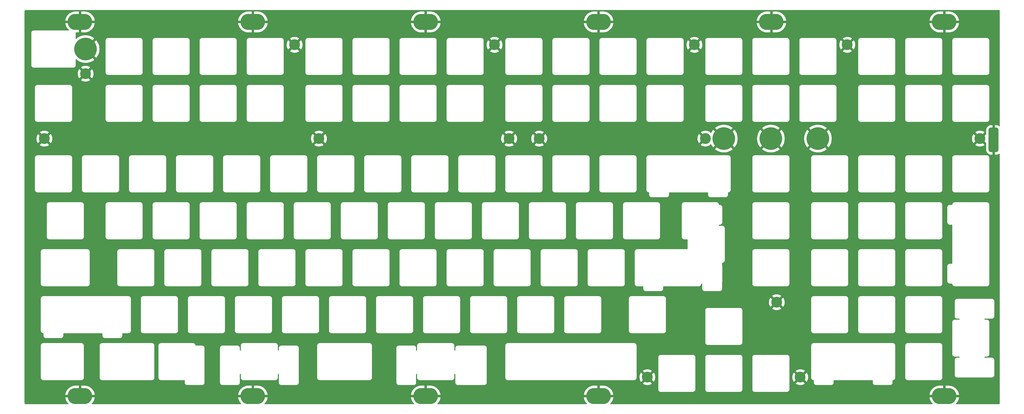
<source format=gbr>
%TF.GenerationSoftware,KiCad,Pcbnew,(6.0.5)*%
%TF.CreationDate,2022-05-15T23:02:55-04:00*%
%TF.ProjectId,FR4-plate-grounded,4652342d-706c-4617-9465-2d67726f756e,rev?*%
%TF.SameCoordinates,Original*%
%TF.FileFunction,Copper,L2,Bot*%
%TF.FilePolarity,Positive*%
%FSLAX46Y46*%
G04 Gerber Fmt 4.6, Leading zero omitted, Abs format (unit mm)*
G04 Created by KiCad (PCBNEW (6.0.5)) date 2022-05-15 23:02:55*
%MOMM*%
%LPD*%
G01*
G04 APERTURE LIST*
G04 Aperture macros list*
%AMRoundRect*
0 Rectangle with rounded corners*
0 $1 Rounding radius*
0 $2 $3 $4 $5 $6 $7 $8 $9 X,Y pos of 4 corners*
0 Add a 4 corners polygon primitive as box body*
4,1,4,$2,$3,$4,$5,$6,$7,$8,$9,$2,$3,0*
0 Add four circle primitives for the rounded corners*
1,1,$1+$1,$2,$3*
1,1,$1+$1,$4,$5*
1,1,$1+$1,$6,$7*
1,1,$1+$1,$8,$9*
0 Add four rect primitives between the rounded corners*
20,1,$1+$1,$2,$3,$4,$5,0*
20,1,$1+$1,$4,$5,$6,$7,0*
20,1,$1+$1,$6,$7,$8,$9,0*
20,1,$1+$1,$8,$9,$2,$3,0*%
G04 Aperture macros list end*
%TA.AperFunction,ComponentPad*%
%ADD10O,10.000000X6.500000*%
%TD*%
%TA.AperFunction,ComponentPad*%
%ADD11C,4.400000*%
%TD*%
%TA.AperFunction,ComponentPad*%
%ADD12C,9.200000*%
%TD*%
%TA.AperFunction,SMDPad,CuDef*%
%ADD13RoundRect,1.000000X1.000000X4.000000X-1.000000X4.000000X-1.000000X-4.000000X1.000000X-4.000000X0*%
%TD*%
%TA.AperFunction,Conductor*%
%ADD14C,0.254000*%
%TD*%
G04 APERTURE END LIST*
D10*
%TO.P,H8,1,1*%
%TO.N,Mounting-hole*%
X93000000Y-157200000D03*
%TD*%
%TO.P,H6,1,1*%
%TO.N,Mounting-hole*%
X373000000Y-5375000D03*
%TD*%
D11*
%TO.P,H20,1,1*%
%TO.N,Mounting-hole*%
X276262300Y-52712500D03*
%TD*%
D10*
%TO.P,H11,1,1*%
%TO.N,Mounting-hole*%
X373000000Y-157200000D03*
%TD*%
%TO.P,H10,1,1*%
%TO.N,Mounting-hole*%
X233000000Y-157200000D03*
%TD*%
D12*
%TO.P,H26,1,1*%
%TO.N,Mounting-hole*%
X283725500Y-52712500D03*
%TD*%
%TO.P,H28,1,1*%
%TO.N,Mounting-hole*%
X321825500Y-52712500D03*
%TD*%
D11*
%TO.P,H14,1,1*%
%TO.N,Mounting-hole*%
X109894250Y-14675000D03*
%TD*%
D10*
%TO.P,H4,1,1*%
%TO.N,Mounting-hole*%
X233000000Y-5375000D03*
%TD*%
%TO.P,H1,1,1*%
%TO.N,Mounting-hole*%
X23000000Y-5375000D03*
%TD*%
D11*
%TO.P,H21,1,1*%
%TO.N,Mounting-hole*%
X333731750Y-14675000D03*
%TD*%
%TO.P,H24,1,1*%
%TO.N,Mounting-hole*%
X305157000Y-119100000D03*
%TD*%
%TO.P,H16,1,1*%
%TO.N,Mounting-hole*%
X190856750Y-14675000D03*
%TD*%
D10*
%TO.P,H7,1,1*%
%TO.N,Mounting-hole*%
X23000000Y-157200000D03*
%TD*%
D11*
%TO.P,H18,1,1*%
%TO.N,Mounting-hole*%
X208963000Y-52712500D03*
%TD*%
%TO.P,H15,1,1*%
%TO.N,Mounting-hole*%
X119763000Y-52712500D03*
%TD*%
D10*
%TO.P,H3,1,1*%
%TO.N,Mounting-hole*%
X163000000Y-5375000D03*
%TD*%
D11*
%TO.P,H13,1,1*%
%TO.N,Mounting-hole*%
X25263000Y-26375000D03*
%TD*%
%TO.P,H17,1,1*%
%TO.N,Mounting-hole*%
X196762300Y-52712500D03*
%TD*%
D12*
%TO.P,H29,1,1*%
%TO.N,Mounting-hole*%
X25263000Y-16375000D03*
%TD*%
D11*
%TO.P,H25,1,1*%
%TO.N,Mounting-hole*%
X314681750Y-149531112D03*
%TD*%
%TO.P,H19,1,1*%
%TO.N,Mounting-hole*%
X271819250Y-14675000D03*
%TD*%
D12*
%TO.P,H27,1,1*%
%TO.N,Mounting-hole*%
X302775500Y-52712500D03*
%TD*%
D10*
%TO.P,H2,1,1*%
%TO.N,Mounting-hole*%
X93000000Y-5375000D03*
%TD*%
D11*
%TO.P,H12,1,1*%
%TO.N,Mounting-hole*%
X8563000Y-52712500D03*
%TD*%
%TO.P,H23,1,1*%
%TO.N,Mounting-hole*%
X252769250Y-149531112D03*
%TD*%
%TO.P,H22,1,1*%
%TO.N,Mounting-hole*%
X387437000Y-52712500D03*
%TD*%
D10*
%TO.P,H5,1,1*%
%TO.N,Mounting-hole*%
X303000000Y-5375000D03*
%TD*%
%TO.P,H9,1,1*%
%TO.N,Mounting-hole*%
X163000000Y-157200000D03*
%TD*%
D13*
%TO.P,TP1,1,1*%
%TO.N,Mounting-hole*%
X393000000Y-53250000D03*
%TD*%
%TO.N,Mounting-hole*%
D14*
X394974338Y-638191D02*
X395010060Y-638628D01*
X395019085Y-637448D01*
X395081156Y-644442D01*
X395158238Y-671414D01*
X395227390Y-714865D01*
X395285135Y-772610D01*
X395328586Y-841762D01*
X395355558Y-918843D01*
X395361810Y-974333D01*
X395361809Y-974341D01*
X395361373Y-1010061D01*
X395365500Y-1041621D01*
X395365500Y-47619942D01*
X395286489Y-47551380D01*
X395272256Y-47540693D01*
X395034317Y-47387058D01*
X395018720Y-47378484D01*
X394761507Y-47259907D01*
X394744858Y-47253616D01*
X394473503Y-47172464D01*
X394456134Y-47168581D01*
X394176052Y-47126472D01*
X394162266Y-47125169D01*
X394134981Y-47124097D01*
X394130034Y-47124000D01*
X393500000Y-47124000D01*
X393431879Y-47144002D01*
X393385386Y-47197658D01*
X393374000Y-47250000D01*
X393374000Y-59250000D01*
X393394002Y-59318121D01*
X393447658Y-59364614D01*
X393500000Y-59376000D01*
X394130034Y-59376000D01*
X394134981Y-59375903D01*
X394162266Y-59374831D01*
X394176052Y-59373528D01*
X394456134Y-59331419D01*
X394473503Y-59327536D01*
X394744858Y-59246384D01*
X394761507Y-59240093D01*
X395018720Y-59121516D01*
X395034317Y-59112942D01*
X395272256Y-58959307D01*
X395286489Y-58948620D01*
X395365500Y-58880058D01*
X395365500Y-159950633D01*
X395361809Y-159974338D01*
X395361372Y-160010060D01*
X395362552Y-160019085D01*
X395355558Y-160081156D01*
X395328586Y-160158238D01*
X395285135Y-160227390D01*
X395227390Y-160285135D01*
X395158238Y-160328586D01*
X395081157Y-160355558D01*
X395025667Y-160361810D01*
X395025659Y-160361809D01*
X394989939Y-160361373D01*
X394958379Y-160365500D01*
X377777425Y-160365500D01*
X377788827Y-160355501D01*
X377797525Y-160347102D01*
X378077279Y-160049714D01*
X378085131Y-160040520D01*
X378335094Y-159717689D01*
X378342029Y-159707785D01*
X378559899Y-159362482D01*
X378565852Y-159351959D01*
X378749623Y-158987364D01*
X378754541Y-158976319D01*
X378902521Y-158595788D01*
X378906357Y-158584322D01*
X379017183Y-158191361D01*
X379019903Y-158179581D01*
X379092556Y-157777806D01*
X379094134Y-157765819D01*
X379098736Y-157710434D01*
X379084444Y-157640890D01*
X379034822Y-157590114D01*
X378973169Y-157574000D01*
X367029278Y-157574000D01*
X366961157Y-157594002D01*
X366914664Y-157647658D01*
X366904027Y-157713717D01*
X366922166Y-157879341D01*
X366924057Y-157891283D01*
X367007202Y-158291018D01*
X367010229Y-158302723D01*
X367131304Y-158692649D01*
X367135440Y-158704011D01*
X367293331Y-159080537D01*
X367298536Y-159091449D01*
X367491788Y-159451109D01*
X367498015Y-159461473D01*
X367724849Y-159800955D01*
X367732041Y-159810674D01*
X367990369Y-160126851D01*
X367998459Y-160135836D01*
X368226128Y-160365500D01*
X237777425Y-160365500D01*
X237788827Y-160355501D01*
X237797525Y-160347102D01*
X238077279Y-160049714D01*
X238085131Y-160040520D01*
X238335094Y-159717689D01*
X238342029Y-159707785D01*
X238559899Y-159362482D01*
X238565852Y-159351959D01*
X238749623Y-158987364D01*
X238754541Y-158976319D01*
X238902521Y-158595788D01*
X238906357Y-158584322D01*
X239017183Y-158191361D01*
X239019903Y-158179581D01*
X239092556Y-157777806D01*
X239094134Y-157765819D01*
X239098736Y-157710434D01*
X239084444Y-157640890D01*
X239034822Y-157590114D01*
X238973169Y-157574000D01*
X227029278Y-157574000D01*
X226961157Y-157594002D01*
X226914664Y-157647658D01*
X226904027Y-157713717D01*
X226922166Y-157879341D01*
X226924057Y-157891283D01*
X227007202Y-158291018D01*
X227010229Y-158302723D01*
X227131304Y-158692649D01*
X227135440Y-158704011D01*
X227293331Y-159080537D01*
X227298536Y-159091449D01*
X227491788Y-159451109D01*
X227498015Y-159461473D01*
X227724849Y-159800955D01*
X227732041Y-159810674D01*
X227990369Y-160126851D01*
X227998459Y-160135836D01*
X228226128Y-160365500D01*
X167777425Y-160365500D01*
X167788827Y-160355501D01*
X167797525Y-160347102D01*
X168077279Y-160049714D01*
X168085131Y-160040520D01*
X168335094Y-159717689D01*
X168342029Y-159707785D01*
X168559899Y-159362482D01*
X168565852Y-159351959D01*
X168749623Y-158987364D01*
X168754541Y-158976319D01*
X168902521Y-158595788D01*
X168906357Y-158584322D01*
X169017183Y-158191361D01*
X169019903Y-158179581D01*
X169092556Y-157777806D01*
X169094134Y-157765819D01*
X169098736Y-157710434D01*
X169084444Y-157640890D01*
X169034822Y-157590114D01*
X168973169Y-157574000D01*
X157029278Y-157574000D01*
X156961157Y-157594002D01*
X156914664Y-157647658D01*
X156904027Y-157713717D01*
X156922166Y-157879341D01*
X156924057Y-157891283D01*
X157007202Y-158291018D01*
X157010229Y-158302723D01*
X157131304Y-158692649D01*
X157135440Y-158704011D01*
X157293331Y-159080537D01*
X157298536Y-159091449D01*
X157491788Y-159451109D01*
X157498015Y-159461473D01*
X157724849Y-159800955D01*
X157732041Y-159810674D01*
X157990369Y-160126851D01*
X157998459Y-160135836D01*
X158226128Y-160365500D01*
X97777425Y-160365500D01*
X97788827Y-160355501D01*
X97797525Y-160347102D01*
X98077279Y-160049714D01*
X98085131Y-160040520D01*
X98335094Y-159717689D01*
X98342029Y-159707785D01*
X98559899Y-159362482D01*
X98565852Y-159351959D01*
X98749623Y-158987364D01*
X98754541Y-158976319D01*
X98902521Y-158595788D01*
X98906357Y-158584322D01*
X99017183Y-158191361D01*
X99019903Y-158179581D01*
X99092556Y-157777806D01*
X99094134Y-157765819D01*
X99098736Y-157710434D01*
X99084444Y-157640890D01*
X99034822Y-157590114D01*
X98973169Y-157574000D01*
X87029278Y-157574000D01*
X86961157Y-157594002D01*
X86914664Y-157647658D01*
X86904027Y-157713717D01*
X86922166Y-157879341D01*
X86924057Y-157891283D01*
X87007202Y-158291018D01*
X87010229Y-158302723D01*
X87131304Y-158692649D01*
X87135440Y-158704011D01*
X87293331Y-159080537D01*
X87298536Y-159091449D01*
X87491788Y-159451109D01*
X87498015Y-159461473D01*
X87724849Y-159800955D01*
X87732041Y-159810674D01*
X87990369Y-160126851D01*
X87998459Y-160135836D01*
X88226128Y-160365500D01*
X27777425Y-160365500D01*
X27788827Y-160355501D01*
X27797525Y-160347102D01*
X28077279Y-160049714D01*
X28085131Y-160040520D01*
X28335094Y-159717689D01*
X28342029Y-159707785D01*
X28559899Y-159362482D01*
X28565852Y-159351959D01*
X28749623Y-158987364D01*
X28754541Y-158976319D01*
X28902521Y-158595788D01*
X28906357Y-158584322D01*
X29017183Y-158191361D01*
X29019903Y-158179581D01*
X29092556Y-157777806D01*
X29094134Y-157765819D01*
X29098736Y-157710434D01*
X29084444Y-157640890D01*
X29034822Y-157590114D01*
X28973169Y-157574000D01*
X17029278Y-157574000D01*
X16961157Y-157594002D01*
X16914664Y-157647658D01*
X16904027Y-157713717D01*
X16922166Y-157879341D01*
X16924057Y-157891283D01*
X17007202Y-158291018D01*
X17010229Y-158302723D01*
X17131304Y-158692649D01*
X17135440Y-158704011D01*
X17293331Y-159080537D01*
X17298536Y-159091449D01*
X17491788Y-159451109D01*
X17498015Y-159461473D01*
X17724849Y-159800955D01*
X17732041Y-159810674D01*
X17990369Y-160126851D01*
X17998459Y-160135836D01*
X18226128Y-160365500D01*
X1049367Y-160365500D01*
X1025662Y-160361809D01*
X989940Y-160361372D01*
X980915Y-160362552D01*
X918844Y-160355558D01*
X841762Y-160328586D01*
X772610Y-160285135D01*
X714865Y-160227390D01*
X671414Y-160158238D01*
X644442Y-160081157D01*
X638378Y-160027342D01*
X639567Y-160014088D01*
X639720Y-160001536D01*
X638456Y-159982138D01*
X634500Y-159954514D01*
X634500Y-156689566D01*
X16901264Y-156689566D01*
X16915556Y-156759110D01*
X16965178Y-156809886D01*
X17026831Y-156826000D01*
X22500000Y-156826000D01*
X22568121Y-156805998D01*
X22614614Y-156752342D01*
X22626000Y-156700000D01*
X23374000Y-156700000D01*
X23394002Y-156768121D01*
X23447658Y-156814614D01*
X23500000Y-156826000D01*
X28970722Y-156826000D01*
X29038843Y-156805998D01*
X29085336Y-156752342D01*
X29095444Y-156689566D01*
X86901264Y-156689566D01*
X86915556Y-156759110D01*
X86965178Y-156809886D01*
X87026831Y-156826000D01*
X92500000Y-156826000D01*
X92568121Y-156805998D01*
X92614614Y-156752342D01*
X92626000Y-156700000D01*
X93374000Y-156700000D01*
X93394002Y-156768121D01*
X93447658Y-156814614D01*
X93500000Y-156826000D01*
X98970722Y-156826000D01*
X99038843Y-156805998D01*
X99085336Y-156752342D01*
X99095444Y-156689566D01*
X156901264Y-156689566D01*
X156915556Y-156759110D01*
X156965178Y-156809886D01*
X157026831Y-156826000D01*
X162500000Y-156826000D01*
X162568121Y-156805998D01*
X162614614Y-156752342D01*
X162626000Y-156700000D01*
X163374000Y-156700000D01*
X163394002Y-156768121D01*
X163447658Y-156814614D01*
X163500000Y-156826000D01*
X168970722Y-156826000D01*
X169038843Y-156805998D01*
X169085336Y-156752342D01*
X169095444Y-156689566D01*
X226901264Y-156689566D01*
X226915556Y-156759110D01*
X226965178Y-156809886D01*
X227026831Y-156826000D01*
X232500000Y-156826000D01*
X232568121Y-156805998D01*
X232614614Y-156752342D01*
X232626000Y-156700000D01*
X233374000Y-156700000D01*
X233394002Y-156768121D01*
X233447658Y-156814614D01*
X233500000Y-156826000D01*
X238970722Y-156826000D01*
X239038843Y-156805998D01*
X239085336Y-156752342D01*
X239095444Y-156689566D01*
X366901264Y-156689566D01*
X366915556Y-156759110D01*
X366965178Y-156809886D01*
X367026831Y-156826000D01*
X372500000Y-156826000D01*
X372568121Y-156805998D01*
X372614614Y-156752342D01*
X372626000Y-156700000D01*
X373374000Y-156700000D01*
X373394002Y-156768121D01*
X373447658Y-156814614D01*
X373500000Y-156826000D01*
X378970722Y-156826000D01*
X379038843Y-156805998D01*
X379085336Y-156752342D01*
X379095973Y-156686283D01*
X379077834Y-156520659D01*
X379075943Y-156508717D01*
X378992798Y-156108982D01*
X378989771Y-156097277D01*
X378868696Y-155707351D01*
X378864560Y-155695989D01*
X378706669Y-155319463D01*
X378701464Y-155308551D01*
X378508212Y-154948891D01*
X378501985Y-154938527D01*
X378275151Y-154599045D01*
X378267959Y-154589326D01*
X378009631Y-154273149D01*
X378001541Y-154264164D01*
X377714098Y-153974202D01*
X377705184Y-153966034D01*
X377391273Y-153704957D01*
X377381617Y-153697681D01*
X377044128Y-153467893D01*
X377033820Y-153461576D01*
X376675861Y-153265192D01*
X376664994Y-153259891D01*
X376289860Y-153098721D01*
X376278535Y-153094487D01*
X375889680Y-152970014D01*
X375878002Y-152966885D01*
X375479007Y-152880254D01*
X375467082Y-152878258D01*
X375061622Y-152830269D01*
X375051209Y-152829473D01*
X374896689Y-152824077D01*
X374892292Y-152824000D01*
X373500000Y-152824000D01*
X373431879Y-152844002D01*
X373385386Y-152897658D01*
X373374000Y-152950000D01*
X373374000Y-156700000D01*
X372626000Y-156700000D01*
X372626000Y-152950000D01*
X372605998Y-152881879D01*
X372552342Y-152835386D01*
X372500000Y-152824000D01*
X371146551Y-152824000D01*
X371140506Y-152824145D01*
X370836134Y-152838765D01*
X370824099Y-152839924D01*
X370420034Y-152898511D01*
X370408166Y-152900818D01*
X370011576Y-152997863D01*
X369999983Y-153001297D01*
X369614520Y-153135906D01*
X369603310Y-153140435D01*
X369232523Y-153311370D01*
X369221798Y-153316953D01*
X368869102Y-153522640D01*
X368858962Y-153529225D01*
X368527604Y-153767769D01*
X368518143Y-153775295D01*
X368211173Y-154044499D01*
X368202475Y-154052898D01*
X367922721Y-154350286D01*
X367914869Y-154359480D01*
X367664906Y-154682311D01*
X367657971Y-154692215D01*
X367440101Y-155037518D01*
X367434148Y-155048041D01*
X367250377Y-155412636D01*
X367245459Y-155423681D01*
X367097479Y-155804212D01*
X367093643Y-155815678D01*
X366982817Y-156208639D01*
X366980097Y-156220419D01*
X366907444Y-156622194D01*
X366905866Y-156634181D01*
X366901264Y-156689566D01*
X239095444Y-156689566D01*
X239095973Y-156686283D01*
X239077834Y-156520659D01*
X239075943Y-156508717D01*
X238992798Y-156108982D01*
X238989771Y-156097277D01*
X238868696Y-155707351D01*
X238864560Y-155695989D01*
X238706669Y-155319463D01*
X238701464Y-155308551D01*
X238508212Y-154948891D01*
X238501985Y-154938527D01*
X238275151Y-154599045D01*
X238267959Y-154589326D01*
X238172559Y-154472562D01*
X257036873Y-154472562D01*
X257038908Y-154488126D01*
X257053007Y-154649275D01*
X257056821Y-154670904D01*
X257102493Y-154841356D01*
X257110005Y-154861995D01*
X257184582Y-155021926D01*
X257195564Y-155040947D01*
X257296780Y-155185498D01*
X257310898Y-155202322D01*
X257435678Y-155327102D01*
X257452502Y-155341220D01*
X257597053Y-155442436D01*
X257616074Y-155453418D01*
X257776005Y-155527995D01*
X257796644Y-155535507D01*
X257967096Y-155581179D01*
X257988725Y-155584993D01*
X258118227Y-155596323D01*
X258142044Y-155600330D01*
X258161412Y-155602067D01*
X258173964Y-155602220D01*
X258193362Y-155600956D01*
X258220986Y-155597000D01*
X271122250Y-155597000D01*
X271142043Y-155600330D01*
X271161412Y-155602067D01*
X271173964Y-155602220D01*
X271193361Y-155600957D01*
X271214643Y-155597909D01*
X271362275Y-155584993D01*
X271383904Y-155581179D01*
X271554356Y-155535507D01*
X271574995Y-155527995D01*
X271734926Y-155453418D01*
X271753947Y-155442436D01*
X271898498Y-155341220D01*
X271915322Y-155327102D01*
X272040102Y-155202322D01*
X272054220Y-155185498D01*
X272155436Y-155040947D01*
X272166418Y-155021926D01*
X272240995Y-154861995D01*
X272248507Y-154841356D01*
X272294179Y-154670904D01*
X272297993Y-154649275D01*
X272309323Y-154519773D01*
X272313330Y-154495956D01*
X272315067Y-154476588D01*
X272315116Y-154472562D01*
X276086873Y-154472562D01*
X276088908Y-154488126D01*
X276103007Y-154649275D01*
X276106821Y-154670904D01*
X276152493Y-154841356D01*
X276160005Y-154861995D01*
X276234582Y-155021926D01*
X276245564Y-155040947D01*
X276346780Y-155185498D01*
X276360898Y-155202322D01*
X276485678Y-155327102D01*
X276502502Y-155341220D01*
X276647053Y-155442436D01*
X276666074Y-155453418D01*
X276826005Y-155527995D01*
X276846644Y-155535507D01*
X277017096Y-155581179D01*
X277038725Y-155584993D01*
X277168227Y-155596323D01*
X277192044Y-155600330D01*
X277211412Y-155602067D01*
X277223964Y-155602220D01*
X277243362Y-155600956D01*
X277270986Y-155597000D01*
X290172250Y-155597000D01*
X290192043Y-155600330D01*
X290211412Y-155602067D01*
X290223964Y-155602220D01*
X290243361Y-155600957D01*
X290264643Y-155597909D01*
X290412275Y-155584993D01*
X290433904Y-155581179D01*
X290604356Y-155535507D01*
X290624995Y-155527995D01*
X290784926Y-155453418D01*
X290803947Y-155442436D01*
X290948498Y-155341220D01*
X290965322Y-155327102D01*
X291090102Y-155202322D01*
X291104220Y-155185498D01*
X291205436Y-155040947D01*
X291216418Y-155021926D01*
X291290995Y-154861995D01*
X291298507Y-154841356D01*
X291344179Y-154670904D01*
X291347993Y-154649275D01*
X291359323Y-154519773D01*
X291363330Y-154495956D01*
X291365067Y-154476588D01*
X291365116Y-154472562D01*
X295136873Y-154472562D01*
X295138908Y-154488126D01*
X295153007Y-154649275D01*
X295156821Y-154670904D01*
X295202493Y-154841356D01*
X295210005Y-154861995D01*
X295284582Y-155021926D01*
X295295564Y-155040947D01*
X295396780Y-155185498D01*
X295410898Y-155202322D01*
X295535678Y-155327102D01*
X295552502Y-155341220D01*
X295697053Y-155442436D01*
X295716074Y-155453418D01*
X295876005Y-155527995D01*
X295896644Y-155535507D01*
X296067096Y-155581179D01*
X296088725Y-155584993D01*
X296218227Y-155596323D01*
X296242044Y-155600330D01*
X296261412Y-155602067D01*
X296273964Y-155602220D01*
X296293362Y-155600956D01*
X296320986Y-155597000D01*
X309222250Y-155597000D01*
X309242043Y-155600330D01*
X309261412Y-155602067D01*
X309273964Y-155602220D01*
X309293361Y-155600957D01*
X309314643Y-155597909D01*
X309462275Y-155584993D01*
X309483904Y-155581179D01*
X309654356Y-155535507D01*
X309674995Y-155527995D01*
X309834926Y-155453418D01*
X309853947Y-155442436D01*
X309998498Y-155341220D01*
X310015322Y-155327102D01*
X310140102Y-155202322D01*
X310154220Y-155185498D01*
X310255436Y-155040947D01*
X310266418Y-155021926D01*
X310340995Y-154861995D01*
X310348507Y-154841356D01*
X310394179Y-154670904D01*
X310397993Y-154649275D01*
X310409323Y-154519773D01*
X310413330Y-154495956D01*
X310415067Y-154476588D01*
X310415220Y-154464036D01*
X310413956Y-154444638D01*
X310410000Y-154417014D01*
X310410000Y-152092916D01*
X312677149Y-152092916D01*
X312682213Y-152163731D01*
X312725498Y-152221115D01*
X312852016Y-152314393D01*
X312863787Y-152322096D01*
X313173669Y-152501006D01*
X313186225Y-152507349D01*
X313514118Y-152650602D01*
X313527303Y-152655505D01*
X313869121Y-152761316D01*
X313882770Y-152764719D01*
X314234253Y-152831767D01*
X314248196Y-152833628D01*
X314604962Y-152861080D01*
X314619026Y-152861374D01*
X314976628Y-152848886D01*
X314990637Y-152847611D01*
X315344619Y-152795340D01*
X315358399Y-152792512D01*
X315704348Y-152701108D01*
X315717727Y-152696761D01*
X316051332Y-152567364D01*
X316064142Y-152561553D01*
X316381244Y-152395777D01*
X316393328Y-152388574D01*
X316635057Y-152225525D01*
X316680346Y-152170849D01*
X316688886Y-152100368D01*
X316653693Y-152031971D01*
X314770845Y-150149124D01*
X314708533Y-150115098D01*
X314637717Y-150120163D01*
X314592655Y-150149124D01*
X312711174Y-152030604D01*
X312677149Y-152092916D01*
X310410000Y-152092916D01*
X310410000Y-149491639D01*
X311351131Y-149491639D01*
X311366115Y-149849145D01*
X311367487Y-149863145D01*
X311422229Y-150216754D01*
X311425154Y-150230514D01*
X311518971Y-150575816D01*
X311523411Y-150589163D01*
X311655133Y-150921857D01*
X311661034Y-150934628D01*
X311829021Y-151250564D01*
X311836307Y-151262595D01*
X311988340Y-151484636D01*
X312043330Y-151529543D01*
X312113869Y-151537592D01*
X312181400Y-151502546D01*
X314063738Y-149620207D01*
X314097764Y-149557895D01*
X314093933Y-149504329D01*
X315265736Y-149504329D01*
X315270801Y-149575145D01*
X315299762Y-149620207D01*
X317181407Y-151501853D01*
X317243719Y-151535878D01*
X317314534Y-151530814D01*
X317371394Y-151488235D01*
X317452190Y-151380232D01*
X317459975Y-151368515D01*
X317641044Y-151059890D01*
X317647474Y-151047379D01*
X317793013Y-150720494D01*
X317798008Y-150707344D01*
X317906202Y-150366273D01*
X317909700Y-150352648D01*
X317979201Y-150001642D01*
X317981159Y-149987711D01*
X318004473Y-149710062D01*
X318949373Y-149710062D01*
X318951408Y-149725626D01*
X318965507Y-149886775D01*
X318969321Y-149908404D01*
X319014993Y-150078856D01*
X319022505Y-150099495D01*
X319097082Y-150259426D01*
X319108064Y-150278447D01*
X319209280Y-150422998D01*
X319223398Y-150439822D01*
X319348178Y-150564602D01*
X319365002Y-150578720D01*
X319509553Y-150679936D01*
X319528574Y-150690918D01*
X319688505Y-150765495D01*
X319709144Y-150773007D01*
X319879596Y-150818679D01*
X319901225Y-150822493D01*
X320030727Y-150833823D01*
X320040500Y-150835467D01*
X320040500Y-151650633D01*
X320036809Y-151674338D01*
X320036373Y-151710062D01*
X320038408Y-151725626D01*
X320052507Y-151886775D01*
X320056321Y-151908404D01*
X320101993Y-152078856D01*
X320109505Y-152099495D01*
X320184082Y-152259426D01*
X320195064Y-152278447D01*
X320296280Y-152422998D01*
X320310398Y-152439822D01*
X320435178Y-152564602D01*
X320452002Y-152578720D01*
X320596553Y-152679936D01*
X320615574Y-152690918D01*
X320775505Y-152765495D01*
X320796144Y-152773007D01*
X320966596Y-152818679D01*
X320988225Y-152822493D01*
X321117727Y-152833823D01*
X321141544Y-152837830D01*
X321160912Y-152839567D01*
X321173464Y-152839720D01*
X321192862Y-152838456D01*
X321220486Y-152834500D01*
X327121750Y-152834500D01*
X327141543Y-152837830D01*
X327160912Y-152839567D01*
X327173464Y-152839720D01*
X327192861Y-152838457D01*
X327214143Y-152835409D01*
X327361775Y-152822493D01*
X327383404Y-152818679D01*
X327553856Y-152773007D01*
X327574495Y-152765495D01*
X327734426Y-152690918D01*
X327753447Y-152679936D01*
X327897998Y-152578720D01*
X327914822Y-152564602D01*
X328039602Y-152439822D01*
X328053720Y-152422998D01*
X328154936Y-152278447D01*
X328165918Y-152259426D01*
X328240495Y-152099495D01*
X328248007Y-152078856D01*
X328293679Y-151908404D01*
X328297493Y-151886775D01*
X328308823Y-151757273D01*
X328312830Y-151733456D01*
X328314567Y-151714088D01*
X328314720Y-151701536D01*
X328313456Y-151682138D01*
X328309500Y-151654514D01*
X328309500Y-150834500D01*
X343916500Y-150834500D01*
X343916500Y-151650633D01*
X343912809Y-151674338D01*
X343912373Y-151710062D01*
X343914408Y-151725626D01*
X343928507Y-151886775D01*
X343932321Y-151908404D01*
X343977993Y-152078856D01*
X343985505Y-152099495D01*
X344060082Y-152259426D01*
X344071064Y-152278447D01*
X344172280Y-152422998D01*
X344186398Y-152439822D01*
X344311178Y-152564602D01*
X344328002Y-152578720D01*
X344472553Y-152679936D01*
X344491574Y-152690918D01*
X344651505Y-152765495D01*
X344672144Y-152773007D01*
X344842596Y-152818679D01*
X344864225Y-152822493D01*
X344993727Y-152833823D01*
X345017544Y-152837830D01*
X345036912Y-152839567D01*
X345049464Y-152839720D01*
X345068862Y-152838456D01*
X345096486Y-152834500D01*
X350997750Y-152834500D01*
X351017543Y-152837830D01*
X351036912Y-152839567D01*
X351049464Y-152839720D01*
X351068861Y-152838457D01*
X351090143Y-152835409D01*
X351237775Y-152822493D01*
X351259404Y-152818679D01*
X351429856Y-152773007D01*
X351450495Y-152765495D01*
X351610426Y-152690918D01*
X351629447Y-152679936D01*
X351773998Y-152578720D01*
X351790822Y-152564602D01*
X351915602Y-152439822D01*
X351929720Y-152422998D01*
X352030936Y-152278447D01*
X352041918Y-152259426D01*
X352116495Y-152099495D01*
X352124007Y-152078856D01*
X352169679Y-151908404D01*
X352173493Y-151886775D01*
X352184823Y-151757273D01*
X352188830Y-151733456D01*
X352190567Y-151714088D01*
X352190720Y-151701536D01*
X352189456Y-151682138D01*
X352185500Y-151654514D01*
X352185500Y-150834678D01*
X352324775Y-150822493D01*
X352346404Y-150818679D01*
X352516856Y-150773007D01*
X352537495Y-150765495D01*
X352697426Y-150690918D01*
X352716447Y-150679936D01*
X352860998Y-150578720D01*
X352877822Y-150564602D01*
X353002602Y-150439822D01*
X353016720Y-150422998D01*
X353117936Y-150278447D01*
X353128918Y-150259426D01*
X353203495Y-150099495D01*
X353211007Y-150078856D01*
X353256679Y-149908404D01*
X353260493Y-149886775D01*
X353271823Y-149757273D01*
X353275830Y-149733456D01*
X353277567Y-149714088D01*
X353277616Y-149710062D01*
X357049373Y-149710062D01*
X357051408Y-149725626D01*
X357065507Y-149886775D01*
X357069321Y-149908404D01*
X357114993Y-150078856D01*
X357122505Y-150099495D01*
X357197082Y-150259426D01*
X357208064Y-150278447D01*
X357309280Y-150422998D01*
X357323398Y-150439822D01*
X357448178Y-150564602D01*
X357465002Y-150578720D01*
X357609553Y-150679936D01*
X357628574Y-150690918D01*
X357788505Y-150765495D01*
X357809144Y-150773007D01*
X357979596Y-150818679D01*
X358001225Y-150822493D01*
X358130727Y-150833823D01*
X358154544Y-150837830D01*
X358173912Y-150839567D01*
X358186464Y-150839720D01*
X358205862Y-150838456D01*
X358233486Y-150834500D01*
X371134750Y-150834500D01*
X371154543Y-150837830D01*
X371173912Y-150839567D01*
X371186464Y-150839720D01*
X371205861Y-150838457D01*
X371227143Y-150835409D01*
X371374775Y-150822493D01*
X371396404Y-150818679D01*
X371566856Y-150773007D01*
X371587495Y-150765495D01*
X371747426Y-150690918D01*
X371766447Y-150679936D01*
X371910998Y-150578720D01*
X371927822Y-150564602D01*
X372052602Y-150439822D01*
X372066720Y-150422998D01*
X372167936Y-150278447D01*
X372178918Y-150259426D01*
X372253495Y-150099495D01*
X372261007Y-150078856D01*
X372306679Y-149908404D01*
X372310493Y-149886775D01*
X372321823Y-149757273D01*
X372325830Y-149733456D01*
X372327567Y-149714088D01*
X372327720Y-149701536D01*
X372326456Y-149682138D01*
X372322500Y-149654514D01*
X372322500Y-140185062D01*
X376099373Y-140185062D01*
X376101408Y-140200626D01*
X376115507Y-140361775D01*
X376119321Y-140383404D01*
X376164993Y-140553856D01*
X376172505Y-140574495D01*
X376247082Y-140734426D01*
X376258064Y-140753447D01*
X376359280Y-140897998D01*
X376373398Y-140914822D01*
X376498178Y-141039602D01*
X376515002Y-141053720D01*
X376659553Y-141154936D01*
X376678574Y-141165918D01*
X376838505Y-141240495D01*
X376859144Y-141248007D01*
X377029596Y-141293679D01*
X377051225Y-141297493D01*
X377180727Y-141308823D01*
X377204544Y-141312830D01*
X377223912Y-141314567D01*
X377236464Y-141314720D01*
X377255862Y-141313456D01*
X377283486Y-141309500D01*
X379103500Y-141309500D01*
X379103500Y-141478500D01*
X378291250Y-141478500D01*
X378271457Y-141475170D01*
X378252088Y-141473433D01*
X378239536Y-141473280D01*
X378220139Y-141474543D01*
X378198857Y-141477591D01*
X378051225Y-141490507D01*
X378029596Y-141494321D01*
X377859144Y-141539993D01*
X377838505Y-141547505D01*
X377678574Y-141622082D01*
X377659553Y-141633064D01*
X377515002Y-141734280D01*
X377498178Y-141748398D01*
X377373398Y-141873178D01*
X377359280Y-141890002D01*
X377258064Y-142034553D01*
X377247082Y-142053574D01*
X377172505Y-142213505D01*
X377164993Y-142234144D01*
X377119321Y-142404596D01*
X377115507Y-142426226D01*
X377103466Y-142563858D01*
X377099810Y-142587336D01*
X377099373Y-142623061D01*
X377103500Y-142654621D01*
X377103500Y-148563633D01*
X377099809Y-148587338D01*
X377099373Y-148623062D01*
X377101408Y-148638626D01*
X377115507Y-148799775D01*
X377119321Y-148821404D01*
X377164993Y-148991856D01*
X377172505Y-149012495D01*
X377247082Y-149172426D01*
X377258064Y-149191447D01*
X377359280Y-149335998D01*
X377373398Y-149352822D01*
X377498178Y-149477602D01*
X377515002Y-149491720D01*
X377659553Y-149592936D01*
X377678574Y-149603918D01*
X377838505Y-149678495D01*
X377859144Y-149686007D01*
X378029596Y-149731679D01*
X378051225Y-149735493D01*
X378180727Y-149746823D01*
X378204544Y-149750830D01*
X378223912Y-149752567D01*
X378236464Y-149752720D01*
X378255862Y-149751456D01*
X378283486Y-149747500D01*
X392184750Y-149747500D01*
X392204543Y-149750830D01*
X392223912Y-149752567D01*
X392236464Y-149752720D01*
X392255861Y-149751457D01*
X392277143Y-149748409D01*
X392424775Y-149735493D01*
X392446404Y-149731679D01*
X392616856Y-149686007D01*
X392637495Y-149678495D01*
X392797426Y-149603918D01*
X392816447Y-149592936D01*
X392960998Y-149491720D01*
X392977822Y-149477602D01*
X393102602Y-149352822D01*
X393116720Y-149335998D01*
X393217936Y-149191447D01*
X393228918Y-149172426D01*
X393303495Y-149012495D01*
X393311007Y-148991856D01*
X393356679Y-148821404D01*
X393360493Y-148799775D01*
X393371823Y-148670273D01*
X393375830Y-148646456D01*
X393377567Y-148627088D01*
X393377720Y-148614536D01*
X393376456Y-148595138D01*
X393372500Y-148567514D01*
X393372500Y-142666250D01*
X393375830Y-142646457D01*
X393377567Y-142627088D01*
X393377720Y-142614536D01*
X393376457Y-142595139D01*
X393373409Y-142573857D01*
X393360493Y-142426225D01*
X393356679Y-142404596D01*
X393311007Y-142234144D01*
X393303495Y-142213505D01*
X393228918Y-142053574D01*
X393217936Y-142034553D01*
X393116720Y-141890002D01*
X393102602Y-141873178D01*
X392977822Y-141748398D01*
X392960998Y-141734280D01*
X392816447Y-141633064D01*
X392797426Y-141622082D01*
X392637495Y-141547505D01*
X392616856Y-141539993D01*
X392446404Y-141494321D01*
X392424775Y-141490507D01*
X392295273Y-141479177D01*
X392271456Y-141475170D01*
X392252088Y-141473433D01*
X392239536Y-141473280D01*
X392220138Y-141474544D01*
X392192514Y-141478500D01*
X389372500Y-141478500D01*
X389372500Y-141309500D01*
X390184750Y-141309500D01*
X390204543Y-141312830D01*
X390223912Y-141314567D01*
X390236464Y-141314720D01*
X390255861Y-141313457D01*
X390277143Y-141310409D01*
X390424775Y-141297493D01*
X390446404Y-141293679D01*
X390616856Y-141248007D01*
X390637495Y-141240495D01*
X390797426Y-141165918D01*
X390816447Y-141154936D01*
X390960998Y-141053720D01*
X390977822Y-141039602D01*
X391102602Y-140914822D01*
X391116720Y-140897998D01*
X391217936Y-140753447D01*
X391228918Y-140734426D01*
X391303495Y-140574495D01*
X391311007Y-140553856D01*
X391356679Y-140383404D01*
X391360493Y-140361775D01*
X391371823Y-140232273D01*
X391375830Y-140208456D01*
X391377567Y-140189088D01*
X391377720Y-140176536D01*
X391376456Y-140157138D01*
X391372500Y-140129514D01*
X391372500Y-127228250D01*
X391375830Y-127208457D01*
X391377567Y-127189088D01*
X391377720Y-127176536D01*
X391376457Y-127157139D01*
X391373409Y-127135857D01*
X391360493Y-126988225D01*
X391356679Y-126966596D01*
X391311007Y-126796144D01*
X391303495Y-126775505D01*
X391228918Y-126615574D01*
X391217936Y-126596553D01*
X391116720Y-126452002D01*
X391102602Y-126435178D01*
X390977822Y-126310398D01*
X390960998Y-126296280D01*
X390816447Y-126195064D01*
X390797426Y-126184082D01*
X390637495Y-126109505D01*
X390616856Y-126101993D01*
X390446404Y-126056321D01*
X390424775Y-126052507D01*
X390295273Y-126041177D01*
X390271456Y-126037170D01*
X390252088Y-126035433D01*
X390239536Y-126035280D01*
X390220138Y-126036544D01*
X390192514Y-126040500D01*
X389372500Y-126040500D01*
X389372500Y-125871500D01*
X392184750Y-125871500D01*
X392204543Y-125874830D01*
X392223912Y-125876567D01*
X392236464Y-125876720D01*
X392255861Y-125875457D01*
X392277143Y-125872409D01*
X392424775Y-125859493D01*
X392446404Y-125855679D01*
X392616856Y-125810007D01*
X392637495Y-125802495D01*
X392797426Y-125727918D01*
X392816447Y-125716936D01*
X392960998Y-125615720D01*
X392977822Y-125601602D01*
X393102602Y-125476822D01*
X393116720Y-125459998D01*
X393217936Y-125315447D01*
X393228918Y-125296426D01*
X393303495Y-125136495D01*
X393311007Y-125115856D01*
X393356679Y-124945404D01*
X393360493Y-124923775D01*
X393371823Y-124794273D01*
X393375830Y-124770456D01*
X393377567Y-124751088D01*
X393377720Y-124738536D01*
X393376456Y-124719138D01*
X393372500Y-124691514D01*
X393372500Y-118790250D01*
X393375830Y-118770457D01*
X393377567Y-118751088D01*
X393377720Y-118738536D01*
X393376457Y-118719139D01*
X393373409Y-118697857D01*
X393360493Y-118550225D01*
X393356679Y-118528596D01*
X393311007Y-118358144D01*
X393303495Y-118337505D01*
X393228918Y-118177574D01*
X393217936Y-118158553D01*
X393116720Y-118014002D01*
X393102602Y-117997178D01*
X392977822Y-117872398D01*
X392960998Y-117858280D01*
X392816447Y-117757064D01*
X392797426Y-117746082D01*
X392637495Y-117671505D01*
X392616856Y-117663993D01*
X392446404Y-117618321D01*
X392424775Y-117614507D01*
X392295273Y-117603177D01*
X392271456Y-117599170D01*
X392252088Y-117597433D01*
X392239536Y-117597280D01*
X392220138Y-117598544D01*
X392192514Y-117602500D01*
X378291250Y-117602500D01*
X378271457Y-117599170D01*
X378252088Y-117597433D01*
X378239536Y-117597280D01*
X378220139Y-117598543D01*
X378198857Y-117601591D01*
X378051225Y-117614507D01*
X378029596Y-117618321D01*
X377859144Y-117663993D01*
X377838505Y-117671505D01*
X377678574Y-117746082D01*
X377659553Y-117757064D01*
X377515002Y-117858280D01*
X377498178Y-117872398D01*
X377373398Y-117997178D01*
X377359280Y-118014002D01*
X377258064Y-118158553D01*
X377247082Y-118177574D01*
X377172505Y-118337505D01*
X377164993Y-118358144D01*
X377119321Y-118528596D01*
X377115507Y-118550226D01*
X377103466Y-118687858D01*
X377099810Y-118711336D01*
X377099373Y-118747061D01*
X377103500Y-118778621D01*
X377103500Y-124687633D01*
X377099809Y-124711338D01*
X377099373Y-124747062D01*
X377101408Y-124762626D01*
X377115507Y-124923775D01*
X377119321Y-124945404D01*
X377164993Y-125115856D01*
X377172505Y-125136495D01*
X377247082Y-125296426D01*
X377258064Y-125315447D01*
X377359280Y-125459998D01*
X377373398Y-125476822D01*
X377498178Y-125601602D01*
X377515002Y-125615720D01*
X377659553Y-125716936D01*
X377678574Y-125727918D01*
X377838505Y-125802495D01*
X377859144Y-125810007D01*
X378029596Y-125855679D01*
X378051225Y-125859493D01*
X378180727Y-125870823D01*
X378204544Y-125874830D01*
X378223912Y-125876567D01*
X378236464Y-125876720D01*
X378255862Y-125875456D01*
X378283486Y-125871500D01*
X379103500Y-125871500D01*
X379103500Y-126040500D01*
X377291250Y-126040500D01*
X377271457Y-126037170D01*
X377252088Y-126035433D01*
X377239536Y-126035280D01*
X377220139Y-126036543D01*
X377198857Y-126039591D01*
X377051225Y-126052507D01*
X377029596Y-126056321D01*
X376859144Y-126101993D01*
X376838505Y-126109505D01*
X376678574Y-126184082D01*
X376659553Y-126195064D01*
X376515002Y-126296280D01*
X376498178Y-126310398D01*
X376373398Y-126435178D01*
X376359280Y-126452002D01*
X376258064Y-126596553D01*
X376247082Y-126615574D01*
X376172505Y-126775505D01*
X376164993Y-126796144D01*
X376119321Y-126966596D01*
X376115507Y-126988226D01*
X376103466Y-127125858D01*
X376099810Y-127149336D01*
X376099373Y-127185061D01*
X376103500Y-127216621D01*
X376103500Y-140125633D01*
X376099809Y-140149338D01*
X376099373Y-140185062D01*
X372322500Y-140185062D01*
X372322500Y-136753250D01*
X372325830Y-136733457D01*
X372327567Y-136714088D01*
X372327720Y-136701536D01*
X372326457Y-136682139D01*
X372323409Y-136660857D01*
X372310493Y-136513225D01*
X372306679Y-136491596D01*
X372261007Y-136321144D01*
X372253495Y-136300505D01*
X372178918Y-136140574D01*
X372167936Y-136121553D01*
X372066720Y-135977002D01*
X372052602Y-135960178D01*
X371927822Y-135835398D01*
X371910998Y-135821280D01*
X371766447Y-135720064D01*
X371747426Y-135709082D01*
X371587495Y-135634505D01*
X371566856Y-135626993D01*
X371396404Y-135581321D01*
X371374775Y-135577507D01*
X371245273Y-135566177D01*
X371221456Y-135562170D01*
X371202088Y-135560433D01*
X371189536Y-135560280D01*
X371170138Y-135561544D01*
X371142514Y-135565500D01*
X358241250Y-135565500D01*
X358221457Y-135562170D01*
X358202088Y-135560433D01*
X358189536Y-135560280D01*
X358170139Y-135561543D01*
X358148857Y-135564591D01*
X358001225Y-135577507D01*
X357979596Y-135581321D01*
X357809144Y-135626993D01*
X357788505Y-135634505D01*
X357628574Y-135709082D01*
X357609553Y-135720064D01*
X357465002Y-135821280D01*
X357448178Y-135835398D01*
X357323398Y-135960178D01*
X357309280Y-135977002D01*
X357208064Y-136121553D01*
X357197082Y-136140574D01*
X357122505Y-136300505D01*
X357114993Y-136321144D01*
X357069321Y-136491596D01*
X357065507Y-136513226D01*
X357053466Y-136650858D01*
X357049810Y-136674336D01*
X357049373Y-136710061D01*
X357053500Y-136741621D01*
X357053500Y-149650633D01*
X357049809Y-149674338D01*
X357049373Y-149710062D01*
X353277616Y-149710062D01*
X353277720Y-149701536D01*
X353276456Y-149682138D01*
X353272500Y-149654514D01*
X353272500Y-136753250D01*
X353275830Y-136733457D01*
X353277567Y-136714088D01*
X353277720Y-136701536D01*
X353276457Y-136682139D01*
X353273409Y-136660857D01*
X353260493Y-136513225D01*
X353256679Y-136491596D01*
X353211007Y-136321144D01*
X353203495Y-136300505D01*
X353128918Y-136140574D01*
X353117936Y-136121553D01*
X353016720Y-135977002D01*
X353002602Y-135960178D01*
X352877822Y-135835398D01*
X352860998Y-135821280D01*
X352716447Y-135720064D01*
X352697426Y-135709082D01*
X352537495Y-135634505D01*
X352516856Y-135626993D01*
X352346404Y-135581321D01*
X352324775Y-135577507D01*
X352195273Y-135566177D01*
X352171456Y-135562170D01*
X352152088Y-135560433D01*
X352139536Y-135560280D01*
X352120138Y-135561544D01*
X352092514Y-135565500D01*
X320141250Y-135565500D01*
X320121457Y-135562170D01*
X320102088Y-135560433D01*
X320089536Y-135560280D01*
X320070139Y-135561543D01*
X320048857Y-135564591D01*
X319901225Y-135577507D01*
X319879596Y-135581321D01*
X319709144Y-135626993D01*
X319688505Y-135634505D01*
X319528574Y-135709082D01*
X319509553Y-135720064D01*
X319365002Y-135821280D01*
X319348178Y-135835398D01*
X319223398Y-135960178D01*
X319209280Y-135977002D01*
X319108064Y-136121553D01*
X319097082Y-136140574D01*
X319022505Y-136300505D01*
X319014993Y-136321144D01*
X318969321Y-136491596D01*
X318965507Y-136513226D01*
X318953466Y-136650858D01*
X318949810Y-136674336D01*
X318949373Y-136710061D01*
X318953500Y-136741621D01*
X318953500Y-149650633D01*
X318949809Y-149674338D01*
X318949373Y-149710062D01*
X318004473Y-149710062D01*
X318011100Y-149631145D01*
X318011530Y-149622362D01*
X318012780Y-149532872D01*
X318012596Y-149524079D01*
X317992622Y-149166816D01*
X317991054Y-149152836D01*
X317931381Y-148800027D01*
X317928264Y-148786310D01*
X317829635Y-148442351D01*
X317825009Y-148429066D01*
X317688654Y-148098244D01*
X317682576Y-148085558D01*
X317510195Y-147771998D01*
X317502740Y-147760068D01*
X317373474Y-147576823D01*
X317317862Y-147532689D01*
X317247218Y-147525626D01*
X317181419Y-147560359D01*
X315299762Y-149442017D01*
X315265736Y-149504329D01*
X314093933Y-149504329D01*
X314092699Y-149487079D01*
X314063738Y-149442017D01*
X312182310Y-147560588D01*
X312119998Y-147526563D01*
X312049183Y-147531627D01*
X311991279Y-147575622D01*
X311885763Y-147720853D01*
X311878143Y-147732677D01*
X311701400Y-148043801D01*
X311695145Y-148056401D01*
X311554185Y-148385286D01*
X311549374Y-148398505D01*
X311445952Y-148741054D01*
X311442644Y-148754727D01*
X311378051Y-149106669D01*
X311376288Y-149120624D01*
X311351327Y-149477573D01*
X311351131Y-149491639D01*
X310410000Y-149491639D01*
X310410000Y-146964495D01*
X312675821Y-146964495D01*
X312710713Y-147031159D01*
X314592655Y-148913100D01*
X314654967Y-148947126D01*
X314725783Y-148942061D01*
X314770845Y-148913100D01*
X316652333Y-147031613D01*
X316686358Y-146969301D01*
X316681294Y-146898486D01*
X316636585Y-146840067D01*
X316472444Y-146722555D01*
X316460568Y-146715018D01*
X316148219Y-146540451D01*
X316135575Y-146534284D01*
X315805713Y-146395623D01*
X315792461Y-146390904D01*
X315449199Y-146289877D01*
X315435504Y-146286665D01*
X315083120Y-146224530D01*
X315069152Y-146222865D01*
X314712037Y-146200397D01*
X314697970Y-146200298D01*
X314340577Y-146217778D01*
X314326587Y-146219249D01*
X313973369Y-146276457D01*
X313959630Y-146279478D01*
X313614991Y-146375703D01*
X313601675Y-146380236D01*
X313269909Y-146514278D01*
X313257180Y-146520267D01*
X312942424Y-146690455D01*
X312930443Y-146697826D01*
X312727898Y-146838599D01*
X312683376Y-146893902D01*
X312675821Y-146964495D01*
X310410000Y-146964495D01*
X310410000Y-141515750D01*
X310413330Y-141495957D01*
X310415067Y-141476588D01*
X310415220Y-141464036D01*
X310413957Y-141444639D01*
X310410909Y-141423357D01*
X310397993Y-141275725D01*
X310394179Y-141254096D01*
X310348507Y-141083644D01*
X310340995Y-141063005D01*
X310266418Y-140903074D01*
X310255436Y-140884053D01*
X310154220Y-140739502D01*
X310140102Y-140722678D01*
X310015322Y-140597898D01*
X309998498Y-140583780D01*
X309853947Y-140482564D01*
X309834926Y-140471582D01*
X309674995Y-140397005D01*
X309654356Y-140389493D01*
X309483904Y-140343821D01*
X309462275Y-140340007D01*
X309332773Y-140328677D01*
X309308956Y-140324670D01*
X309289588Y-140322933D01*
X309277036Y-140322780D01*
X309257638Y-140324044D01*
X309230014Y-140328000D01*
X296328750Y-140328000D01*
X296308957Y-140324670D01*
X296289588Y-140322933D01*
X296277036Y-140322780D01*
X296257639Y-140324043D01*
X296236357Y-140327091D01*
X296088725Y-140340007D01*
X296067096Y-140343821D01*
X295896644Y-140389493D01*
X295876005Y-140397005D01*
X295716074Y-140471582D01*
X295697053Y-140482564D01*
X295552502Y-140583780D01*
X295535678Y-140597898D01*
X295410898Y-140722678D01*
X295396780Y-140739502D01*
X295295564Y-140884053D01*
X295284582Y-140903074D01*
X295210005Y-141063005D01*
X295202493Y-141083644D01*
X295156821Y-141254096D01*
X295153007Y-141275726D01*
X295140966Y-141413358D01*
X295137310Y-141436836D01*
X295136873Y-141472561D01*
X295141000Y-141504121D01*
X295141000Y-154413133D01*
X295137309Y-154436838D01*
X295136873Y-154472562D01*
X291365116Y-154472562D01*
X291365220Y-154464036D01*
X291363956Y-154444638D01*
X291360000Y-154417014D01*
X291360000Y-141515750D01*
X291363330Y-141495957D01*
X291365067Y-141476588D01*
X291365220Y-141464036D01*
X291363957Y-141444639D01*
X291360909Y-141423357D01*
X291347993Y-141275725D01*
X291344179Y-141254096D01*
X291298507Y-141083644D01*
X291290995Y-141063005D01*
X291216418Y-140903074D01*
X291205436Y-140884053D01*
X291104220Y-140739502D01*
X291090102Y-140722678D01*
X290965322Y-140597898D01*
X290948498Y-140583780D01*
X290803947Y-140482564D01*
X290784926Y-140471582D01*
X290624995Y-140397005D01*
X290604356Y-140389493D01*
X290433904Y-140343821D01*
X290412275Y-140340007D01*
X290282773Y-140328677D01*
X290258956Y-140324670D01*
X290239588Y-140322933D01*
X290227036Y-140322780D01*
X290207638Y-140324044D01*
X290180014Y-140328000D01*
X277278750Y-140328000D01*
X277258957Y-140324670D01*
X277239588Y-140322933D01*
X277227036Y-140322780D01*
X277207639Y-140324043D01*
X277186357Y-140327091D01*
X277038725Y-140340007D01*
X277017096Y-140343821D01*
X276846644Y-140389493D01*
X276826005Y-140397005D01*
X276666074Y-140471582D01*
X276647053Y-140482564D01*
X276502502Y-140583780D01*
X276485678Y-140597898D01*
X276360898Y-140722678D01*
X276346780Y-140739502D01*
X276245564Y-140884053D01*
X276234582Y-140903074D01*
X276160005Y-141063005D01*
X276152493Y-141083644D01*
X276106821Y-141254096D01*
X276103007Y-141275726D01*
X276090966Y-141413358D01*
X276087310Y-141436836D01*
X276086873Y-141472561D01*
X276091000Y-141504121D01*
X276091000Y-154413133D01*
X276087309Y-154436838D01*
X276086873Y-154472562D01*
X272315116Y-154472562D01*
X272315220Y-154464036D01*
X272313956Y-154444638D01*
X272310000Y-154417014D01*
X272310000Y-141515750D01*
X272313330Y-141495957D01*
X272315067Y-141476588D01*
X272315220Y-141464036D01*
X272313957Y-141444639D01*
X272310909Y-141423357D01*
X272297993Y-141275725D01*
X272294179Y-141254096D01*
X272248507Y-141083644D01*
X272240995Y-141063005D01*
X272166418Y-140903074D01*
X272155436Y-140884053D01*
X272054220Y-140739502D01*
X272040102Y-140722678D01*
X271915322Y-140597898D01*
X271898498Y-140583780D01*
X271753947Y-140482564D01*
X271734926Y-140471582D01*
X271574995Y-140397005D01*
X271554356Y-140389493D01*
X271383904Y-140343821D01*
X271362275Y-140340007D01*
X271232773Y-140328677D01*
X271208956Y-140324670D01*
X271189588Y-140322933D01*
X271177036Y-140322780D01*
X271157638Y-140324044D01*
X271130014Y-140328000D01*
X258228750Y-140328000D01*
X258208957Y-140324670D01*
X258189588Y-140322933D01*
X258177036Y-140322780D01*
X258157639Y-140324043D01*
X258136357Y-140327091D01*
X257988725Y-140340007D01*
X257967096Y-140343821D01*
X257796644Y-140389493D01*
X257776005Y-140397005D01*
X257616074Y-140471582D01*
X257597053Y-140482564D01*
X257452502Y-140583780D01*
X257435678Y-140597898D01*
X257310898Y-140722678D01*
X257296780Y-140739502D01*
X257195564Y-140884053D01*
X257184582Y-140903074D01*
X257110005Y-141063005D01*
X257102493Y-141083644D01*
X257056821Y-141254096D01*
X257053007Y-141275726D01*
X257040966Y-141413358D01*
X257037310Y-141436836D01*
X257036873Y-141472561D01*
X257041000Y-141504121D01*
X257041000Y-154413133D01*
X257037309Y-154436838D01*
X257036873Y-154472562D01*
X238172559Y-154472562D01*
X238009631Y-154273149D01*
X238001541Y-154264164D01*
X237714098Y-153974202D01*
X237705184Y-153966034D01*
X237391273Y-153704957D01*
X237381617Y-153697681D01*
X237044128Y-153467893D01*
X237033820Y-153461576D01*
X236675861Y-153265192D01*
X236664994Y-153259891D01*
X236289860Y-153098721D01*
X236278535Y-153094487D01*
X235889680Y-152970014D01*
X235878002Y-152966885D01*
X235479007Y-152880254D01*
X235467082Y-152878258D01*
X235061622Y-152830269D01*
X235051209Y-152829473D01*
X234896689Y-152824077D01*
X234892292Y-152824000D01*
X233500000Y-152824000D01*
X233431879Y-152844002D01*
X233385386Y-152897658D01*
X233374000Y-152950000D01*
X233374000Y-156700000D01*
X232626000Y-156700000D01*
X232626000Y-152950000D01*
X232605998Y-152881879D01*
X232552342Y-152835386D01*
X232500000Y-152824000D01*
X231146551Y-152824000D01*
X231140506Y-152824145D01*
X230836134Y-152838765D01*
X230824099Y-152839924D01*
X230420034Y-152898511D01*
X230408166Y-152900818D01*
X230011576Y-152997863D01*
X229999983Y-153001297D01*
X229614520Y-153135906D01*
X229603310Y-153140435D01*
X229232523Y-153311370D01*
X229221798Y-153316953D01*
X228869102Y-153522640D01*
X228858962Y-153529225D01*
X228527604Y-153767769D01*
X228518143Y-153775295D01*
X228211173Y-154044499D01*
X228202475Y-154052898D01*
X227922721Y-154350286D01*
X227914869Y-154359480D01*
X227664906Y-154682311D01*
X227657971Y-154692215D01*
X227440101Y-155037518D01*
X227434148Y-155048041D01*
X227250377Y-155412636D01*
X227245459Y-155423681D01*
X227097479Y-155804212D01*
X227093643Y-155815678D01*
X226982817Y-156208639D01*
X226980097Y-156220419D01*
X226907444Y-156622194D01*
X226905866Y-156634181D01*
X226901264Y-156689566D01*
X169095444Y-156689566D01*
X169095973Y-156686283D01*
X169077834Y-156520659D01*
X169075943Y-156508717D01*
X168992798Y-156108982D01*
X168989771Y-156097277D01*
X168868696Y-155707351D01*
X168864560Y-155695989D01*
X168706669Y-155319463D01*
X168701464Y-155308551D01*
X168508212Y-154948891D01*
X168501985Y-154938527D01*
X168275151Y-154599045D01*
X168267959Y-154589326D01*
X168009631Y-154273149D01*
X168001541Y-154264164D01*
X167714098Y-153974202D01*
X167705184Y-153966034D01*
X167391273Y-153704957D01*
X167381617Y-153697681D01*
X167044128Y-153467893D01*
X167033820Y-153461576D01*
X166675861Y-153265192D01*
X166664994Y-153259891D01*
X166289860Y-153098721D01*
X166278535Y-153094487D01*
X165889680Y-152970014D01*
X165878002Y-152966885D01*
X165479007Y-152880254D01*
X165467082Y-152878258D01*
X165061622Y-152830269D01*
X165051209Y-152829473D01*
X164896689Y-152824077D01*
X164892292Y-152824000D01*
X163500000Y-152824000D01*
X163431879Y-152844002D01*
X163385386Y-152897658D01*
X163374000Y-152950000D01*
X163374000Y-156700000D01*
X162626000Y-156700000D01*
X162626000Y-152950000D01*
X162605998Y-152881879D01*
X162552342Y-152835386D01*
X162500000Y-152824000D01*
X161146551Y-152824000D01*
X161140506Y-152824145D01*
X160836134Y-152838765D01*
X160824099Y-152839924D01*
X160420034Y-152898511D01*
X160408166Y-152900818D01*
X160011576Y-152997863D01*
X159999983Y-153001297D01*
X159614520Y-153135906D01*
X159603310Y-153140435D01*
X159232523Y-153311370D01*
X159221798Y-153316953D01*
X158869102Y-153522640D01*
X158858962Y-153529225D01*
X158527604Y-153767769D01*
X158518143Y-153775295D01*
X158211173Y-154044499D01*
X158202475Y-154052898D01*
X157922721Y-154350286D01*
X157914869Y-154359480D01*
X157664906Y-154682311D01*
X157657971Y-154692215D01*
X157440101Y-155037518D01*
X157434148Y-155048041D01*
X157250377Y-155412636D01*
X157245459Y-155423681D01*
X157097479Y-155804212D01*
X157093643Y-155815678D01*
X156982817Y-156208639D01*
X156980097Y-156220419D01*
X156907444Y-156622194D01*
X156905866Y-156634181D01*
X156901264Y-156689566D01*
X99095444Y-156689566D01*
X99095973Y-156686283D01*
X99077834Y-156520659D01*
X99075943Y-156508717D01*
X98992798Y-156108982D01*
X98989771Y-156097277D01*
X98868696Y-155707351D01*
X98864560Y-155695989D01*
X98706669Y-155319463D01*
X98701464Y-155308551D01*
X98508212Y-154948891D01*
X98501985Y-154938527D01*
X98275151Y-154599045D01*
X98267959Y-154589326D01*
X98009631Y-154273149D01*
X98001541Y-154264164D01*
X97714098Y-153974202D01*
X97705184Y-153966034D01*
X97391273Y-153704957D01*
X97381617Y-153697681D01*
X97044128Y-153467893D01*
X97033820Y-153461576D01*
X96675861Y-153265192D01*
X96664994Y-153259891D01*
X96289860Y-153098721D01*
X96278535Y-153094487D01*
X95889680Y-152970014D01*
X95878002Y-152966885D01*
X95479007Y-152880254D01*
X95467082Y-152878258D01*
X95061622Y-152830269D01*
X95051209Y-152829473D01*
X94896689Y-152824077D01*
X94892292Y-152824000D01*
X93500000Y-152824000D01*
X93431879Y-152844002D01*
X93385386Y-152897658D01*
X93374000Y-152950000D01*
X93374000Y-156700000D01*
X92626000Y-156700000D01*
X92626000Y-152950000D01*
X92605998Y-152881879D01*
X92552342Y-152835386D01*
X92500000Y-152824000D01*
X91146551Y-152824000D01*
X91140506Y-152824145D01*
X90836134Y-152838765D01*
X90824099Y-152839924D01*
X90420034Y-152898511D01*
X90408166Y-152900818D01*
X90011576Y-152997863D01*
X89999983Y-153001297D01*
X89614520Y-153135906D01*
X89603310Y-153140435D01*
X89232523Y-153311370D01*
X89221798Y-153316953D01*
X88869102Y-153522640D01*
X88858962Y-153529225D01*
X88527604Y-153767769D01*
X88518143Y-153775295D01*
X88211173Y-154044499D01*
X88202475Y-154052898D01*
X87922721Y-154350286D01*
X87914869Y-154359480D01*
X87664906Y-154682311D01*
X87657971Y-154692215D01*
X87440101Y-155037518D01*
X87434148Y-155048041D01*
X87250377Y-155412636D01*
X87245459Y-155423681D01*
X87097479Y-155804212D01*
X87093643Y-155815678D01*
X86982817Y-156208639D01*
X86980097Y-156220419D01*
X86907444Y-156622194D01*
X86905866Y-156634181D01*
X86901264Y-156689566D01*
X29095444Y-156689566D01*
X29095973Y-156686283D01*
X29077834Y-156520659D01*
X29075943Y-156508717D01*
X28992798Y-156108982D01*
X28989771Y-156097277D01*
X28868696Y-155707351D01*
X28864560Y-155695989D01*
X28706669Y-155319463D01*
X28701464Y-155308551D01*
X28508212Y-154948891D01*
X28501985Y-154938527D01*
X28275151Y-154599045D01*
X28267959Y-154589326D01*
X28009631Y-154273149D01*
X28001541Y-154264164D01*
X27714098Y-153974202D01*
X27705184Y-153966034D01*
X27391273Y-153704957D01*
X27381617Y-153697681D01*
X27044128Y-153467893D01*
X27033820Y-153461576D01*
X26675861Y-153265192D01*
X26664994Y-153259891D01*
X26289860Y-153098721D01*
X26278535Y-153094487D01*
X25889680Y-152970014D01*
X25878002Y-152966885D01*
X25479007Y-152880254D01*
X25467082Y-152878258D01*
X25061622Y-152830269D01*
X25051209Y-152829473D01*
X24896689Y-152824077D01*
X24892292Y-152824000D01*
X23500000Y-152824000D01*
X23431879Y-152844002D01*
X23385386Y-152897658D01*
X23374000Y-152950000D01*
X23374000Y-156700000D01*
X22626000Y-156700000D01*
X22626000Y-152950000D01*
X22605998Y-152881879D01*
X22552342Y-152835386D01*
X22500000Y-152824000D01*
X21146551Y-152824000D01*
X21140506Y-152824145D01*
X20836134Y-152838765D01*
X20824099Y-152839924D01*
X20420034Y-152898511D01*
X20408166Y-152900818D01*
X20011576Y-152997863D01*
X19999983Y-153001297D01*
X19614520Y-153135906D01*
X19603310Y-153140435D01*
X19232523Y-153311370D01*
X19221798Y-153316953D01*
X18869102Y-153522640D01*
X18858962Y-153529225D01*
X18527604Y-153767769D01*
X18518143Y-153775295D01*
X18211173Y-154044499D01*
X18202475Y-154052898D01*
X17922721Y-154350286D01*
X17914869Y-154359480D01*
X17664906Y-154682311D01*
X17657971Y-154692215D01*
X17440101Y-155037518D01*
X17434148Y-155048041D01*
X17250377Y-155412636D01*
X17245459Y-155423681D01*
X17097479Y-155804212D01*
X17093643Y-155815678D01*
X16982817Y-156208639D01*
X16980097Y-156220419D01*
X16907444Y-156622194D01*
X16905866Y-156634181D01*
X16901264Y-156689566D01*
X634500Y-156689566D01*
X634500Y-149710063D01*
X7005624Y-149710063D01*
X7007808Y-149726761D01*
X7021805Y-149886763D01*
X7025619Y-149908391D01*
X7071286Y-150078833D01*
X7078797Y-150099471D01*
X7153365Y-150259394D01*
X7164345Y-150278413D01*
X7265549Y-150422960D01*
X7279665Y-150439785D01*
X7404430Y-150564562D01*
X7421254Y-150578680D01*
X7565791Y-150679898D01*
X7584809Y-150690880D01*
X7744725Y-150765464D01*
X7765361Y-150772977D01*
X7935798Y-150818661D01*
X7957427Y-150822477D01*
X8086914Y-150833817D01*
X8110732Y-150837827D01*
X8130103Y-150839566D01*
X8142655Y-150839720D01*
X8162051Y-150838458D01*
X8189708Y-150834500D01*
X23472252Y-150834500D01*
X23492045Y-150837830D01*
X23511414Y-150839567D01*
X23523966Y-150839720D01*
X23543366Y-150838456D01*
X23564620Y-150835412D01*
X23712276Y-150822494D01*
X23733907Y-150818680D01*
X23904359Y-150773007D01*
X23924997Y-150765495D01*
X24084928Y-150690918D01*
X24103949Y-150679936D01*
X24248500Y-150578720D01*
X24265325Y-150564602D01*
X24390104Y-150439822D01*
X24404221Y-150422998D01*
X24505437Y-150278447D01*
X24516419Y-150259426D01*
X24590996Y-150099495D01*
X24598508Y-150078856D01*
X24644180Y-149908404D01*
X24647994Y-149886775D01*
X24659324Y-149757273D01*
X24663331Y-149733456D01*
X24665068Y-149714088D01*
X24665117Y-149710063D01*
X30818123Y-149710063D01*
X30820310Y-149726784D01*
X30834305Y-149886763D01*
X30838119Y-149908391D01*
X30883786Y-150078833D01*
X30891297Y-150099471D01*
X30965865Y-150259394D01*
X30976845Y-150278413D01*
X31078048Y-150422959D01*
X31092165Y-150439785D01*
X31216931Y-150564562D01*
X31233753Y-150578679D01*
X31378289Y-150679898D01*
X31397308Y-150690880D01*
X31557223Y-150765464D01*
X31577860Y-150772977D01*
X31748297Y-150818660D01*
X31769924Y-150822475D01*
X31899401Y-150833815D01*
X31923230Y-150837827D01*
X31942601Y-150839566D01*
X31955153Y-150839720D01*
X31974549Y-150838458D01*
X32002206Y-150834500D01*
X52047252Y-150834500D01*
X52067045Y-150837830D01*
X52086414Y-150839567D01*
X52098966Y-150839720D01*
X52118366Y-150838456D01*
X52139620Y-150835412D01*
X52287276Y-150822494D01*
X52308907Y-150818680D01*
X52479359Y-150773007D01*
X52499997Y-150765495D01*
X52659928Y-150690918D01*
X52678949Y-150679936D01*
X52823500Y-150578720D01*
X52840325Y-150564602D01*
X52965104Y-150439822D01*
X52979221Y-150422998D01*
X53080437Y-150278447D01*
X53091419Y-150259426D01*
X53165996Y-150099495D01*
X53173508Y-150078856D01*
X53219180Y-149908404D01*
X53222994Y-149886775D01*
X53234324Y-149757273D01*
X53238331Y-149733456D01*
X53240068Y-149714088D01*
X53240117Y-149710063D01*
X54630623Y-149710063D01*
X54632810Y-149726784D01*
X54646805Y-149886763D01*
X54650619Y-149908391D01*
X54696286Y-150078833D01*
X54703797Y-150099471D01*
X54778365Y-150259394D01*
X54789345Y-150278413D01*
X54890548Y-150422959D01*
X54904665Y-150439785D01*
X55029431Y-150564562D01*
X55046253Y-150578679D01*
X55190789Y-150679898D01*
X55209808Y-150690880D01*
X55369723Y-150765464D01*
X55390360Y-150772977D01*
X55560797Y-150818660D01*
X55582424Y-150822475D01*
X55711901Y-150833815D01*
X55735730Y-150837827D01*
X55755101Y-150839566D01*
X55767653Y-150839720D01*
X55787049Y-150838458D01*
X55814706Y-150834500D01*
X65278500Y-150834500D01*
X65278500Y-151650633D01*
X65274809Y-151674338D01*
X65274373Y-151710062D01*
X65276408Y-151725626D01*
X65290507Y-151886775D01*
X65294321Y-151908404D01*
X65339993Y-152078856D01*
X65347505Y-152099495D01*
X65422082Y-152259426D01*
X65433064Y-152278447D01*
X65534280Y-152422998D01*
X65548398Y-152439822D01*
X65673178Y-152564602D01*
X65690002Y-152578720D01*
X65834553Y-152679936D01*
X65853574Y-152690918D01*
X66013505Y-152765495D01*
X66034144Y-152773007D01*
X66204596Y-152818679D01*
X66226225Y-152822493D01*
X66355727Y-152833823D01*
X66379544Y-152837830D01*
X66398912Y-152839567D01*
X66411464Y-152839720D01*
X66430862Y-152838456D01*
X66458486Y-152834500D01*
X72359750Y-152834500D01*
X72379543Y-152837830D01*
X72398912Y-152839567D01*
X72411464Y-152839720D01*
X72430861Y-152838457D01*
X72452143Y-152835409D01*
X72599775Y-152822493D01*
X72621404Y-152818679D01*
X72791856Y-152773007D01*
X72812495Y-152765495D01*
X72972426Y-152690918D01*
X72991447Y-152679936D01*
X73135998Y-152578720D01*
X73152822Y-152564602D01*
X73277602Y-152439822D01*
X73291720Y-152422998D01*
X73392936Y-152278447D01*
X73403918Y-152259426D01*
X73478495Y-152099495D01*
X73486007Y-152078856D01*
X73531679Y-151908404D01*
X73535493Y-151886775D01*
X73546823Y-151757273D01*
X73550830Y-151733456D01*
X73552567Y-151714088D01*
X73552616Y-151710063D01*
X79568124Y-151710063D01*
X79570308Y-151726761D01*
X79584305Y-151886763D01*
X79588119Y-151908391D01*
X79633786Y-152078833D01*
X79641297Y-152099471D01*
X79715865Y-152259394D01*
X79726845Y-152278413D01*
X79828049Y-152422960D01*
X79842165Y-152439785D01*
X79966930Y-152564562D01*
X79983754Y-152578680D01*
X80128291Y-152679898D01*
X80147309Y-152690880D01*
X80307225Y-152765464D01*
X80327861Y-152772977D01*
X80498298Y-152818661D01*
X80519927Y-152822477D01*
X80649414Y-152833817D01*
X80673232Y-152837827D01*
X80692603Y-152839566D01*
X80705155Y-152839720D01*
X80724551Y-152838458D01*
X80752208Y-152834500D01*
X86653536Y-152834500D01*
X86673359Y-152837833D01*
X86692725Y-152839568D01*
X86705277Y-152839720D01*
X86724676Y-152838455D01*
X86745033Y-152835538D01*
X86893587Y-152822526D01*
X86915214Y-152818711D01*
X87085659Y-152773025D01*
X87106296Y-152765512D01*
X87266220Y-152690924D01*
X87285239Y-152679942D01*
X87429782Y-152578719D01*
X87446605Y-152564601D01*
X87571376Y-152439817D01*
X87585492Y-152422992D01*
X87686701Y-152278438D01*
X87697681Y-152259418D01*
X87772252Y-152099487D01*
X87779763Y-152078850D01*
X87825432Y-151908400D01*
X87829246Y-151886772D01*
X87840577Y-151757251D01*
X87844580Y-151733458D01*
X87846318Y-151714088D01*
X87846471Y-151701536D01*
X87845207Y-151682138D01*
X87841251Y-151654514D01*
X87841251Y-148334500D01*
X87972251Y-148334500D01*
X87972251Y-149650633D01*
X87968560Y-149674338D01*
X87968124Y-149710063D01*
X87970308Y-149726761D01*
X87984305Y-149886763D01*
X87988119Y-149908391D01*
X88033786Y-150078833D01*
X88041297Y-150099471D01*
X88115865Y-150259394D01*
X88126845Y-150278413D01*
X88228049Y-150422960D01*
X88242165Y-150439785D01*
X88366930Y-150564562D01*
X88383754Y-150578680D01*
X88528291Y-150679898D01*
X88547309Y-150690880D01*
X88707225Y-150765464D01*
X88727861Y-150772977D01*
X88898298Y-150818661D01*
X88919927Y-150822477D01*
X89049414Y-150833817D01*
X89073232Y-150837827D01*
X89092603Y-150839566D01*
X89105155Y-150839720D01*
X89124551Y-150838458D01*
X89152208Y-150834500D01*
X102053536Y-150834500D01*
X102073359Y-150837833D01*
X102092725Y-150839568D01*
X102105277Y-150839720D01*
X102124676Y-150838455D01*
X102145033Y-150835538D01*
X102293587Y-150822526D01*
X102315214Y-150818711D01*
X102485659Y-150773025D01*
X102506296Y-150765512D01*
X102666220Y-150690924D01*
X102685239Y-150679942D01*
X102829782Y-150578719D01*
X102846605Y-150564601D01*
X102971376Y-150439817D01*
X102985492Y-150422992D01*
X103086701Y-150278438D01*
X103097681Y-150259418D01*
X103172252Y-150099487D01*
X103179763Y-150078850D01*
X103225432Y-149908400D01*
X103229246Y-149886772D01*
X103240577Y-149757251D01*
X103244580Y-149733458D01*
X103246318Y-149714088D01*
X103246471Y-149701536D01*
X103245207Y-149682138D01*
X103241251Y-149654514D01*
X103241251Y-148334500D01*
X103410251Y-148334500D01*
X103410251Y-151650633D01*
X103406560Y-151674338D01*
X103406124Y-151710063D01*
X103408308Y-151726761D01*
X103422305Y-151886763D01*
X103426119Y-151908391D01*
X103471786Y-152078833D01*
X103479297Y-152099471D01*
X103553865Y-152259394D01*
X103564845Y-152278413D01*
X103666049Y-152422960D01*
X103680165Y-152439785D01*
X103804930Y-152564562D01*
X103821754Y-152578680D01*
X103966291Y-152679898D01*
X103985309Y-152690880D01*
X104145225Y-152765464D01*
X104165861Y-152772977D01*
X104336298Y-152818661D01*
X104357927Y-152822477D01*
X104487414Y-152833817D01*
X104511232Y-152837827D01*
X104530603Y-152839566D01*
X104543155Y-152839720D01*
X104562551Y-152838458D01*
X104590208Y-152834500D01*
X110491536Y-152834500D01*
X110511359Y-152837833D01*
X110530725Y-152839568D01*
X110543277Y-152839720D01*
X110562676Y-152838455D01*
X110583033Y-152835538D01*
X110731587Y-152822526D01*
X110753214Y-152818711D01*
X110923659Y-152773025D01*
X110944296Y-152765512D01*
X111104220Y-152690924D01*
X111123239Y-152679942D01*
X111267782Y-152578719D01*
X111284605Y-152564601D01*
X111409376Y-152439817D01*
X111423492Y-152422992D01*
X111524701Y-152278438D01*
X111535681Y-152259418D01*
X111610252Y-152099487D01*
X111617763Y-152078850D01*
X111663432Y-151908400D01*
X111667246Y-151886772D01*
X111678577Y-151757251D01*
X111682580Y-151733458D01*
X111684318Y-151714088D01*
X111684367Y-151710063D01*
X150967624Y-151710063D01*
X150969808Y-151726761D01*
X150983805Y-151886763D01*
X150987619Y-151908391D01*
X151033286Y-152078833D01*
X151040797Y-152099471D01*
X151115365Y-152259394D01*
X151126345Y-152278413D01*
X151227549Y-152422960D01*
X151241665Y-152439785D01*
X151366430Y-152564562D01*
X151383254Y-152578680D01*
X151527791Y-152679898D01*
X151546809Y-152690880D01*
X151706725Y-152765464D01*
X151727361Y-152772977D01*
X151897798Y-152818661D01*
X151919427Y-152822477D01*
X152048914Y-152833817D01*
X152072732Y-152837827D01*
X152092103Y-152839566D01*
X152104655Y-152839720D01*
X152124051Y-152838458D01*
X152151708Y-152834500D01*
X158053036Y-152834500D01*
X158072859Y-152837833D01*
X158092225Y-152839568D01*
X158104777Y-152839720D01*
X158124176Y-152838455D01*
X158144533Y-152835538D01*
X158293087Y-152822526D01*
X158314714Y-152818711D01*
X158485159Y-152773025D01*
X158505796Y-152765512D01*
X158665720Y-152690924D01*
X158684739Y-152679942D01*
X158829282Y-152578719D01*
X158846105Y-152564601D01*
X158970876Y-152439817D01*
X158984992Y-152422992D01*
X159086201Y-152278438D01*
X159097181Y-152259418D01*
X159171752Y-152099487D01*
X159179263Y-152078850D01*
X159224932Y-151908400D01*
X159228746Y-151886772D01*
X159240077Y-151757251D01*
X159244080Y-151733458D01*
X159245818Y-151714088D01*
X159245971Y-151701536D01*
X159244707Y-151682138D01*
X159240751Y-151654514D01*
X159240751Y-148334500D01*
X159409751Y-148334500D01*
X159409751Y-149650633D01*
X159406060Y-149674338D01*
X159405624Y-149710063D01*
X159407808Y-149726761D01*
X159421805Y-149886763D01*
X159425619Y-149908391D01*
X159471286Y-150078833D01*
X159478797Y-150099471D01*
X159553365Y-150259394D01*
X159564345Y-150278413D01*
X159665549Y-150422960D01*
X159679665Y-150439785D01*
X159804430Y-150564562D01*
X159821254Y-150578680D01*
X159965791Y-150679898D01*
X159984809Y-150690880D01*
X160144725Y-150765464D01*
X160165361Y-150772977D01*
X160335798Y-150818661D01*
X160357427Y-150822477D01*
X160486914Y-150833817D01*
X160510732Y-150837827D01*
X160530103Y-150839566D01*
X160542655Y-150839720D01*
X160562051Y-150838458D01*
X160589708Y-150834500D01*
X173491036Y-150834500D01*
X173510859Y-150837833D01*
X173530225Y-150839568D01*
X173542777Y-150839720D01*
X173562176Y-150838455D01*
X173582533Y-150835538D01*
X173731087Y-150822526D01*
X173752714Y-150818711D01*
X173923159Y-150773025D01*
X173943796Y-150765512D01*
X174103720Y-150690924D01*
X174122739Y-150679942D01*
X174267282Y-150578719D01*
X174284105Y-150564601D01*
X174408876Y-150439817D01*
X174422992Y-150422992D01*
X174524201Y-150278438D01*
X174535181Y-150259418D01*
X174609752Y-150099487D01*
X174617263Y-150078850D01*
X174662932Y-149908400D01*
X174666746Y-149886772D01*
X174678077Y-149757251D01*
X174682080Y-149733458D01*
X174683818Y-149714088D01*
X174683971Y-149701536D01*
X174682707Y-149682138D01*
X174678751Y-149654514D01*
X174678751Y-148334500D01*
X174847751Y-148334500D01*
X174847751Y-151650633D01*
X174844060Y-151674338D01*
X174843624Y-151710063D01*
X174845808Y-151726761D01*
X174859805Y-151886763D01*
X174863619Y-151908391D01*
X174909286Y-152078833D01*
X174916797Y-152099471D01*
X174991365Y-152259394D01*
X175002345Y-152278413D01*
X175103549Y-152422960D01*
X175117665Y-152439785D01*
X175242430Y-152564562D01*
X175259254Y-152578680D01*
X175403791Y-152679898D01*
X175422809Y-152690880D01*
X175582725Y-152765464D01*
X175603361Y-152772977D01*
X175773798Y-152818661D01*
X175795427Y-152822477D01*
X175924914Y-152833817D01*
X175948732Y-152837827D01*
X175968103Y-152839566D01*
X175980655Y-152839720D01*
X176000051Y-152838458D01*
X176027708Y-152834500D01*
X186653536Y-152834500D01*
X186673359Y-152837833D01*
X186692725Y-152839568D01*
X186705277Y-152839720D01*
X186724676Y-152838455D01*
X186745033Y-152835538D01*
X186893587Y-152822526D01*
X186915214Y-152818711D01*
X187085659Y-152773025D01*
X187106296Y-152765512D01*
X187266220Y-152690924D01*
X187285239Y-152679942D01*
X187429782Y-152578719D01*
X187446605Y-152564601D01*
X187571376Y-152439817D01*
X187585492Y-152422992D01*
X187686701Y-152278438D01*
X187697681Y-152259418D01*
X187772252Y-152099487D01*
X187774644Y-152092916D01*
X250764649Y-152092916D01*
X250769713Y-152163731D01*
X250812998Y-152221115D01*
X250939516Y-152314393D01*
X250951287Y-152322096D01*
X251261169Y-152501006D01*
X251273725Y-152507349D01*
X251601618Y-152650602D01*
X251614803Y-152655505D01*
X251956621Y-152761316D01*
X251970270Y-152764719D01*
X252321753Y-152831767D01*
X252335696Y-152833628D01*
X252692462Y-152861080D01*
X252706526Y-152861374D01*
X253064128Y-152848886D01*
X253078137Y-152847611D01*
X253432119Y-152795340D01*
X253445899Y-152792512D01*
X253791848Y-152701108D01*
X253805227Y-152696761D01*
X254138832Y-152567364D01*
X254151642Y-152561553D01*
X254468744Y-152395777D01*
X254480828Y-152388574D01*
X254722557Y-152225525D01*
X254767846Y-152170849D01*
X254776386Y-152100368D01*
X254741193Y-152031971D01*
X252858345Y-150149124D01*
X252796033Y-150115098D01*
X252725217Y-150120163D01*
X252680155Y-150149124D01*
X250798674Y-152030604D01*
X250764649Y-152092916D01*
X187774644Y-152092916D01*
X187779763Y-152078850D01*
X187825432Y-151908400D01*
X187829246Y-151886772D01*
X187840577Y-151757251D01*
X187844580Y-151733458D01*
X187846318Y-151714088D01*
X187846471Y-151701536D01*
X187845207Y-151682138D01*
X187841251Y-151654514D01*
X187841251Y-149710062D01*
X195124373Y-149710062D01*
X195126408Y-149725626D01*
X195140507Y-149886775D01*
X195144321Y-149908404D01*
X195189993Y-150078856D01*
X195197505Y-150099495D01*
X195272082Y-150259426D01*
X195283064Y-150278447D01*
X195384280Y-150422998D01*
X195398398Y-150439822D01*
X195523178Y-150564602D01*
X195540002Y-150578720D01*
X195684553Y-150679936D01*
X195703574Y-150690918D01*
X195863505Y-150765495D01*
X195884144Y-150773007D01*
X196054596Y-150818679D01*
X196076225Y-150822493D01*
X196205727Y-150833823D01*
X196229544Y-150837830D01*
X196248912Y-150839567D01*
X196261464Y-150839720D01*
X196280862Y-150838456D01*
X196308486Y-150834500D01*
X247309750Y-150834500D01*
X247329543Y-150837830D01*
X247348912Y-150839567D01*
X247361464Y-150839720D01*
X247380861Y-150838457D01*
X247402143Y-150835409D01*
X247549775Y-150822493D01*
X247571404Y-150818679D01*
X247741856Y-150773007D01*
X247762495Y-150765495D01*
X247922426Y-150690918D01*
X247941447Y-150679936D01*
X248085998Y-150578720D01*
X248102822Y-150564602D01*
X248227602Y-150439822D01*
X248241720Y-150422998D01*
X248342936Y-150278447D01*
X248353918Y-150259426D01*
X248428495Y-150099495D01*
X248436007Y-150078856D01*
X248481679Y-149908404D01*
X248485493Y-149886775D01*
X248496823Y-149757273D01*
X248500830Y-149733456D01*
X248502567Y-149714088D01*
X248502720Y-149701536D01*
X248501456Y-149682138D01*
X248497500Y-149654514D01*
X248497500Y-149491639D01*
X249438631Y-149491639D01*
X249453615Y-149849145D01*
X249454987Y-149863145D01*
X249509729Y-150216754D01*
X249512654Y-150230514D01*
X249606471Y-150575816D01*
X249610911Y-150589163D01*
X249742633Y-150921857D01*
X249748534Y-150934628D01*
X249916521Y-151250564D01*
X249923807Y-151262595D01*
X250075840Y-151484636D01*
X250130830Y-151529543D01*
X250201369Y-151537592D01*
X250268900Y-151502546D01*
X252151238Y-149620207D01*
X252185264Y-149557895D01*
X252181433Y-149504329D01*
X253353236Y-149504329D01*
X253358301Y-149575145D01*
X253387262Y-149620207D01*
X255268907Y-151501853D01*
X255331219Y-151535878D01*
X255402034Y-151530814D01*
X255458894Y-151488235D01*
X255539690Y-151380232D01*
X255547475Y-151368515D01*
X255728544Y-151059890D01*
X255734974Y-151047379D01*
X255880513Y-150720494D01*
X255885508Y-150707344D01*
X255993702Y-150366273D01*
X255997200Y-150352648D01*
X256066701Y-150001642D01*
X256068659Y-149987711D01*
X256098600Y-149631145D01*
X256099030Y-149622362D01*
X256100280Y-149532872D01*
X256100096Y-149524079D01*
X256080122Y-149166816D01*
X256078554Y-149152836D01*
X256018881Y-148800027D01*
X256015764Y-148786310D01*
X255917135Y-148442351D01*
X255912509Y-148429066D01*
X255776154Y-148098244D01*
X255770076Y-148085558D01*
X255597695Y-147771998D01*
X255590240Y-147760068D01*
X255460974Y-147576823D01*
X255405362Y-147532689D01*
X255334718Y-147525626D01*
X255268919Y-147560359D01*
X253387262Y-149442017D01*
X253353236Y-149504329D01*
X252181433Y-149504329D01*
X252180199Y-149487079D01*
X252151238Y-149442017D01*
X250269810Y-147560588D01*
X250207498Y-147526563D01*
X250136683Y-147531627D01*
X250078779Y-147575622D01*
X249973263Y-147720853D01*
X249965643Y-147732677D01*
X249788900Y-148043801D01*
X249782645Y-148056401D01*
X249641685Y-148385286D01*
X249636874Y-148398505D01*
X249533452Y-148741054D01*
X249530144Y-148754727D01*
X249465551Y-149106669D01*
X249463788Y-149120624D01*
X249438827Y-149477573D01*
X249438631Y-149491639D01*
X248497500Y-149491639D01*
X248497500Y-146964495D01*
X250763321Y-146964495D01*
X250798213Y-147031159D01*
X252680155Y-148913100D01*
X252742467Y-148947126D01*
X252813283Y-148942061D01*
X252858345Y-148913100D01*
X254739833Y-147031613D01*
X254773858Y-146969301D01*
X254768794Y-146898486D01*
X254724085Y-146840067D01*
X254559944Y-146722555D01*
X254548068Y-146715018D01*
X254235719Y-146540451D01*
X254223075Y-146534284D01*
X253893213Y-146395623D01*
X253879961Y-146390904D01*
X253536699Y-146289877D01*
X253523004Y-146286665D01*
X253170620Y-146224530D01*
X253156652Y-146222865D01*
X252799537Y-146200397D01*
X252785470Y-146200298D01*
X252428077Y-146217778D01*
X252414087Y-146219249D01*
X252060869Y-146276457D01*
X252047130Y-146279478D01*
X251702491Y-146375703D01*
X251689175Y-146380236D01*
X251357409Y-146514278D01*
X251344680Y-146520267D01*
X251029924Y-146690455D01*
X251017943Y-146697826D01*
X250815398Y-146838599D01*
X250770876Y-146893902D01*
X250763321Y-146964495D01*
X248497500Y-146964495D01*
X248497500Y-136753250D01*
X248500830Y-136733457D01*
X248502567Y-136714088D01*
X248502720Y-136701536D01*
X248501457Y-136682139D01*
X248498409Y-136660857D01*
X248485493Y-136513225D01*
X248481679Y-136491596D01*
X248436007Y-136321144D01*
X248428495Y-136300505D01*
X248353918Y-136140574D01*
X248342936Y-136121553D01*
X248241720Y-135977002D01*
X248227602Y-135960178D01*
X248102822Y-135835398D01*
X248085998Y-135821280D01*
X247941447Y-135720064D01*
X247922426Y-135709082D01*
X247762495Y-135634505D01*
X247741856Y-135626993D01*
X247571404Y-135581321D01*
X247549775Y-135577507D01*
X247420273Y-135566177D01*
X247396456Y-135562170D01*
X247377088Y-135560433D01*
X247364536Y-135560280D01*
X247345138Y-135561544D01*
X247317514Y-135565500D01*
X196316250Y-135565500D01*
X196296457Y-135562170D01*
X196277088Y-135560433D01*
X196264536Y-135560280D01*
X196245139Y-135561543D01*
X196223857Y-135564591D01*
X196076225Y-135577507D01*
X196054596Y-135581321D01*
X195884144Y-135626993D01*
X195863505Y-135634505D01*
X195703574Y-135709082D01*
X195684553Y-135720064D01*
X195540002Y-135821280D01*
X195523178Y-135835398D01*
X195398398Y-135960178D01*
X195384280Y-135977002D01*
X195283064Y-136121553D01*
X195272082Y-136140574D01*
X195197505Y-136300505D01*
X195189993Y-136321144D01*
X195144321Y-136491596D01*
X195140507Y-136513226D01*
X195128466Y-136650858D01*
X195124810Y-136674336D01*
X195124373Y-136710061D01*
X195128500Y-136741621D01*
X195128500Y-149650633D01*
X195124809Y-149674338D01*
X195124373Y-149710062D01*
X187841251Y-149710062D01*
X187841251Y-137753250D01*
X187844581Y-137733457D01*
X187846318Y-137714088D01*
X187846471Y-137701536D01*
X187845207Y-137682137D01*
X187842030Y-137659956D01*
X187829195Y-137513237D01*
X187825381Y-137491609D01*
X187779715Y-137321168D01*
X187772204Y-137300530D01*
X187697636Y-137140607D01*
X187686656Y-137121587D01*
X187585452Y-136977041D01*
X187571336Y-136960217D01*
X187446571Y-136835439D01*
X187429748Y-136821321D01*
X187285213Y-136720103D01*
X187266194Y-136709121D01*
X187106278Y-136634537D01*
X187085642Y-136627024D01*
X186915205Y-136581340D01*
X186893577Y-136577525D01*
X186764101Y-136566185D01*
X186740272Y-136562173D01*
X186720901Y-136560434D01*
X186708349Y-136560280D01*
X186688954Y-136561542D01*
X186661296Y-136565500D01*
X176035468Y-136565500D01*
X176015645Y-136562167D01*
X175996279Y-136560432D01*
X175983727Y-136560280D01*
X175964328Y-136561545D01*
X175943915Y-136564470D01*
X175795419Y-136577476D01*
X175773791Y-136581291D01*
X175603345Y-136626977D01*
X175582708Y-136634490D01*
X175422784Y-136709077D01*
X175403765Y-136720059D01*
X175259222Y-136821282D01*
X175242399Y-136835400D01*
X175117627Y-136960184D01*
X175103511Y-136977008D01*
X175002302Y-137121561D01*
X174991322Y-137140582D01*
X174916751Y-137300513D01*
X174909240Y-137321150D01*
X174863571Y-137491600D01*
X174859757Y-137513228D01*
X174847717Y-137650853D01*
X174844060Y-137674339D01*
X174843624Y-137710061D01*
X174847751Y-137741621D01*
X174847751Y-138565500D01*
X174678751Y-138565500D01*
X174678751Y-136753250D01*
X174682081Y-136733457D01*
X174683818Y-136714088D01*
X174683971Y-136701536D01*
X174682707Y-136682137D01*
X174679530Y-136659956D01*
X174666695Y-136513237D01*
X174662881Y-136491609D01*
X174617215Y-136321168D01*
X174609704Y-136300530D01*
X174535136Y-136140607D01*
X174524156Y-136121587D01*
X174422952Y-135977041D01*
X174408836Y-135960217D01*
X174284071Y-135835439D01*
X174267248Y-135821321D01*
X174122713Y-135720103D01*
X174103694Y-135709121D01*
X173943778Y-135634537D01*
X173923142Y-135627024D01*
X173752705Y-135581340D01*
X173731077Y-135577525D01*
X173601601Y-135566185D01*
X173577772Y-135562173D01*
X173558401Y-135560434D01*
X173545849Y-135560280D01*
X173526454Y-135561542D01*
X173498796Y-135565500D01*
X160597468Y-135565500D01*
X160577645Y-135562167D01*
X160558279Y-135560432D01*
X160545727Y-135560280D01*
X160526328Y-135561545D01*
X160505915Y-135564470D01*
X160357419Y-135577476D01*
X160335791Y-135581291D01*
X160165345Y-135626977D01*
X160144708Y-135634490D01*
X159984784Y-135709077D01*
X159965765Y-135720059D01*
X159821222Y-135821282D01*
X159804399Y-135835400D01*
X159679627Y-135960184D01*
X159665511Y-135977008D01*
X159564302Y-136121561D01*
X159553322Y-136140582D01*
X159478751Y-136300513D01*
X159471240Y-136321150D01*
X159425571Y-136491600D01*
X159421757Y-136513228D01*
X159409717Y-136650853D01*
X159406060Y-136674339D01*
X159405624Y-136710061D01*
X159409751Y-136741621D01*
X159409751Y-138565500D01*
X159240751Y-138565500D01*
X159240751Y-137753250D01*
X159244081Y-137733457D01*
X159245818Y-137714088D01*
X159245971Y-137701536D01*
X159244707Y-137682137D01*
X159241530Y-137659956D01*
X159228695Y-137513237D01*
X159224881Y-137491609D01*
X159179215Y-137321168D01*
X159171704Y-137300530D01*
X159097136Y-137140607D01*
X159086156Y-137121587D01*
X158984952Y-136977041D01*
X158970836Y-136960217D01*
X158846071Y-136835439D01*
X158829248Y-136821321D01*
X158684713Y-136720103D01*
X158665694Y-136709121D01*
X158505778Y-136634537D01*
X158485142Y-136627024D01*
X158314705Y-136581340D01*
X158293077Y-136577525D01*
X158163601Y-136566185D01*
X158139772Y-136562173D01*
X158120401Y-136560434D01*
X158107849Y-136560280D01*
X158088454Y-136561542D01*
X158060796Y-136565500D01*
X152159468Y-136565500D01*
X152139645Y-136562167D01*
X152120279Y-136560432D01*
X152107727Y-136560280D01*
X152088328Y-136561545D01*
X152067915Y-136564470D01*
X151919419Y-136577476D01*
X151897791Y-136581291D01*
X151727345Y-136626977D01*
X151706708Y-136634490D01*
X151546784Y-136709077D01*
X151527765Y-136720059D01*
X151383222Y-136821282D01*
X151366399Y-136835400D01*
X151241627Y-136960184D01*
X151227511Y-136977008D01*
X151126302Y-137121561D01*
X151115322Y-137140582D01*
X151040751Y-137300513D01*
X151033240Y-137321150D01*
X150987571Y-137491600D01*
X150983757Y-137513228D01*
X150971717Y-137650853D01*
X150968060Y-137674339D01*
X150967624Y-137710061D01*
X150971751Y-137741621D01*
X150971751Y-151650633D01*
X150968060Y-151674338D01*
X150967624Y-151710063D01*
X111684367Y-151710063D01*
X111684471Y-151701536D01*
X111683207Y-151682138D01*
X111679251Y-151654514D01*
X111679251Y-149710062D01*
X118924373Y-149710062D01*
X118926408Y-149725626D01*
X118940507Y-149886775D01*
X118944321Y-149908404D01*
X118989993Y-150078856D01*
X118997505Y-150099495D01*
X119072082Y-150259426D01*
X119083064Y-150278447D01*
X119184280Y-150422998D01*
X119198398Y-150439822D01*
X119323178Y-150564602D01*
X119340002Y-150578720D01*
X119484553Y-150679936D01*
X119503574Y-150690918D01*
X119663505Y-150765495D01*
X119684144Y-150773007D01*
X119854596Y-150818679D01*
X119876225Y-150822493D01*
X120005727Y-150833823D01*
X120029544Y-150837830D01*
X120048912Y-150839567D01*
X120061464Y-150839720D01*
X120080862Y-150838456D01*
X120108486Y-150834500D01*
X140153534Y-150834500D01*
X140173357Y-150837833D01*
X140192723Y-150839568D01*
X140205275Y-150839720D01*
X140224677Y-150838454D01*
X140245042Y-150835535D01*
X140393583Y-150822526D01*
X140415211Y-150818710D01*
X140585657Y-150773024D01*
X140606295Y-150765511D01*
X140766218Y-150690923D01*
X140785235Y-150679941D01*
X140929779Y-150578718D01*
X140946603Y-150564600D01*
X141071374Y-150439816D01*
X141085490Y-150422992D01*
X141186699Y-150278439D01*
X141197679Y-150259418D01*
X141272250Y-150099487D01*
X141279761Y-150078850D01*
X141325430Y-149908400D01*
X141329244Y-149886772D01*
X141340574Y-149757263D01*
X141344579Y-149733458D01*
X141346317Y-149714088D01*
X141346470Y-149701536D01*
X141345206Y-149682138D01*
X141341250Y-149654514D01*
X141341250Y-136753250D01*
X141344580Y-136733457D01*
X141346317Y-136714088D01*
X141346470Y-136701536D01*
X141345207Y-136682139D01*
X141342031Y-136659962D01*
X141329195Y-136513237D01*
X141325381Y-136491609D01*
X141279714Y-136321167D01*
X141272203Y-136300529D01*
X141197635Y-136140606D01*
X141186655Y-136121587D01*
X141085452Y-135977041D01*
X141071335Y-135960215D01*
X140946569Y-135835438D01*
X140929747Y-135821321D01*
X140785211Y-135720102D01*
X140766192Y-135709120D01*
X140606277Y-135634536D01*
X140585640Y-135627023D01*
X140415203Y-135581340D01*
X140393576Y-135577525D01*
X140264099Y-135566185D01*
X140240270Y-135562173D01*
X140220899Y-135560434D01*
X140208347Y-135560280D01*
X140188951Y-135561542D01*
X140161294Y-135565500D01*
X120116250Y-135565500D01*
X120096457Y-135562170D01*
X120077088Y-135560433D01*
X120064536Y-135560280D01*
X120045139Y-135561543D01*
X120023857Y-135564591D01*
X119876225Y-135577507D01*
X119854596Y-135581321D01*
X119684144Y-135626993D01*
X119663505Y-135634505D01*
X119503574Y-135709082D01*
X119484553Y-135720064D01*
X119340002Y-135821280D01*
X119323178Y-135835398D01*
X119198398Y-135960178D01*
X119184280Y-135977002D01*
X119083064Y-136121553D01*
X119072082Y-136140574D01*
X118997505Y-136300505D01*
X118989993Y-136321144D01*
X118944321Y-136491596D01*
X118940507Y-136513226D01*
X118928466Y-136650858D01*
X118924810Y-136674336D01*
X118924373Y-136710061D01*
X118928500Y-136741621D01*
X118928500Y-149650633D01*
X118924809Y-149674338D01*
X118924373Y-149710062D01*
X111679251Y-149710062D01*
X111679251Y-137753250D01*
X111682581Y-137733457D01*
X111684318Y-137714088D01*
X111684471Y-137701536D01*
X111683207Y-137682137D01*
X111680030Y-137659956D01*
X111667195Y-137513237D01*
X111663381Y-137491609D01*
X111617715Y-137321168D01*
X111610204Y-137300530D01*
X111535636Y-137140607D01*
X111524656Y-137121587D01*
X111423452Y-136977041D01*
X111409336Y-136960217D01*
X111284571Y-136835439D01*
X111267748Y-136821321D01*
X111123213Y-136720103D01*
X111104194Y-136709121D01*
X110944278Y-136634537D01*
X110923642Y-136627024D01*
X110753205Y-136581340D01*
X110731577Y-136577525D01*
X110602101Y-136566185D01*
X110578272Y-136562173D01*
X110558901Y-136560434D01*
X110546349Y-136560280D01*
X110526954Y-136561542D01*
X110499296Y-136565500D01*
X104597968Y-136565500D01*
X104578145Y-136562167D01*
X104558779Y-136560432D01*
X104546227Y-136560280D01*
X104526828Y-136561545D01*
X104506415Y-136564470D01*
X104357919Y-136577476D01*
X104336291Y-136581291D01*
X104165845Y-136626977D01*
X104145208Y-136634490D01*
X103985284Y-136709077D01*
X103966265Y-136720059D01*
X103821722Y-136821282D01*
X103804899Y-136835400D01*
X103680127Y-136960184D01*
X103666011Y-136977008D01*
X103564802Y-137121561D01*
X103553822Y-137140582D01*
X103479251Y-137300513D01*
X103471740Y-137321150D01*
X103426071Y-137491600D01*
X103422257Y-137513228D01*
X103410217Y-137650853D01*
X103406560Y-137674339D01*
X103406124Y-137710061D01*
X103410251Y-137741621D01*
X103410251Y-138565500D01*
X103241251Y-138565500D01*
X103241251Y-136753250D01*
X103244581Y-136733457D01*
X103246318Y-136714088D01*
X103246471Y-136701536D01*
X103245207Y-136682137D01*
X103242030Y-136659956D01*
X103229195Y-136513237D01*
X103225381Y-136491609D01*
X103179715Y-136321168D01*
X103172204Y-136300530D01*
X103097636Y-136140607D01*
X103086656Y-136121587D01*
X102985452Y-135977041D01*
X102971336Y-135960217D01*
X102846571Y-135835439D01*
X102829748Y-135821321D01*
X102685213Y-135720103D01*
X102666194Y-135709121D01*
X102506278Y-135634537D01*
X102485642Y-135627024D01*
X102315205Y-135581340D01*
X102293577Y-135577525D01*
X102164101Y-135566185D01*
X102140272Y-135562173D01*
X102120901Y-135560434D01*
X102108349Y-135560280D01*
X102088954Y-135561542D01*
X102061296Y-135565500D01*
X89159968Y-135565500D01*
X89140145Y-135562167D01*
X89120779Y-135560432D01*
X89108227Y-135560280D01*
X89088828Y-135561545D01*
X89068415Y-135564470D01*
X88919919Y-135577476D01*
X88898291Y-135581291D01*
X88727845Y-135626977D01*
X88707208Y-135634490D01*
X88547284Y-135709077D01*
X88528265Y-135720059D01*
X88383722Y-135821282D01*
X88366899Y-135835400D01*
X88242127Y-135960184D01*
X88228011Y-135977008D01*
X88126802Y-136121561D01*
X88115822Y-136140582D01*
X88041251Y-136300513D01*
X88033740Y-136321150D01*
X87988071Y-136491600D01*
X87984257Y-136513228D01*
X87972217Y-136650853D01*
X87968560Y-136674339D01*
X87968124Y-136710061D01*
X87972251Y-136741621D01*
X87972251Y-138565500D01*
X87841251Y-138565500D01*
X87841251Y-137753250D01*
X87844581Y-137733457D01*
X87846318Y-137714088D01*
X87846471Y-137701536D01*
X87845207Y-137682137D01*
X87842030Y-137659956D01*
X87829195Y-137513237D01*
X87825381Y-137491609D01*
X87779715Y-137321168D01*
X87772204Y-137300530D01*
X87697636Y-137140607D01*
X87686656Y-137121587D01*
X87585452Y-136977041D01*
X87571336Y-136960217D01*
X87446571Y-136835439D01*
X87429748Y-136821321D01*
X87285213Y-136720103D01*
X87266194Y-136709121D01*
X87106278Y-136634537D01*
X87085642Y-136627024D01*
X86915205Y-136581340D01*
X86893577Y-136577525D01*
X86764101Y-136566185D01*
X86740272Y-136562173D01*
X86720901Y-136560434D01*
X86708349Y-136560280D01*
X86688954Y-136561542D01*
X86661296Y-136565500D01*
X80759968Y-136565500D01*
X80740145Y-136562167D01*
X80720779Y-136560432D01*
X80708227Y-136560280D01*
X80688828Y-136561545D01*
X80668415Y-136564470D01*
X80519919Y-136577476D01*
X80498291Y-136581291D01*
X80327845Y-136626977D01*
X80307208Y-136634490D01*
X80147284Y-136709077D01*
X80128265Y-136720059D01*
X79983722Y-136821282D01*
X79966899Y-136835400D01*
X79842127Y-136960184D01*
X79828011Y-136977008D01*
X79726802Y-137121561D01*
X79715822Y-137140582D01*
X79641251Y-137300513D01*
X79633740Y-137321150D01*
X79588071Y-137491600D01*
X79584257Y-137513228D01*
X79572217Y-137650853D01*
X79568560Y-137674339D01*
X79568124Y-137710061D01*
X79572251Y-137741621D01*
X79572251Y-151650633D01*
X79568560Y-151674338D01*
X79568124Y-151710063D01*
X73552616Y-151710063D01*
X73552720Y-151701536D01*
X73551456Y-151682138D01*
X73547500Y-151654514D01*
X73547500Y-137753250D01*
X73550830Y-137733457D01*
X73552567Y-137714088D01*
X73552720Y-137701536D01*
X73551457Y-137682139D01*
X73548409Y-137660857D01*
X73535493Y-137513225D01*
X73531679Y-137491596D01*
X73486007Y-137321144D01*
X73478495Y-137300505D01*
X73403918Y-137140574D01*
X73392936Y-137121553D01*
X73291720Y-136977002D01*
X73277602Y-136960178D01*
X73152822Y-136835398D01*
X73135998Y-136821280D01*
X72991447Y-136720064D01*
X72972426Y-136709082D01*
X72812495Y-136634505D01*
X72791856Y-136626993D01*
X72621404Y-136581321D01*
X72599775Y-136577507D01*
X72470273Y-136566177D01*
X72446456Y-136562170D01*
X72427088Y-136560433D01*
X72414536Y-136560280D01*
X72395138Y-136561544D01*
X72367514Y-136565500D01*
X69896267Y-136565500D01*
X69891695Y-136513237D01*
X69887881Y-136491609D01*
X69842214Y-136321167D01*
X69834703Y-136300529D01*
X69760135Y-136140606D01*
X69749155Y-136121587D01*
X69647952Y-135977041D01*
X69633835Y-135960215D01*
X69509069Y-135835438D01*
X69492247Y-135821321D01*
X69347711Y-135720102D01*
X69328692Y-135709120D01*
X69168777Y-135634536D01*
X69148140Y-135627023D01*
X68977703Y-135581340D01*
X68956076Y-135577525D01*
X68826599Y-135566185D01*
X68802770Y-135562173D01*
X68783399Y-135560434D01*
X68770847Y-135560280D01*
X68751451Y-135561542D01*
X68723794Y-135565500D01*
X55822466Y-135565500D01*
X55802643Y-135562167D01*
X55783277Y-135560432D01*
X55770725Y-135560280D01*
X55751323Y-135561546D01*
X55730958Y-135564465D01*
X55582417Y-135577474D01*
X55560789Y-135581290D01*
X55390343Y-135626976D01*
X55369705Y-135634489D01*
X55209782Y-135709077D01*
X55190765Y-135720059D01*
X55046221Y-135821282D01*
X55029397Y-135835400D01*
X54904626Y-135960184D01*
X54890510Y-135977008D01*
X54789301Y-136121561D01*
X54778321Y-136140582D01*
X54703750Y-136300513D01*
X54696239Y-136321150D01*
X54650570Y-136491600D01*
X54646756Y-136513228D01*
X54634716Y-136650853D01*
X54631059Y-136674339D01*
X54630623Y-136710061D01*
X54634750Y-136741621D01*
X54634750Y-149650633D01*
X54631059Y-149674338D01*
X54630623Y-149710063D01*
X53240117Y-149710063D01*
X53240221Y-149701536D01*
X53238957Y-149682138D01*
X53235001Y-149654514D01*
X53235001Y-136753250D01*
X53238331Y-136733457D01*
X53240068Y-136714088D01*
X53240221Y-136701536D01*
X53238958Y-136682139D01*
X53235910Y-136660857D01*
X53222994Y-136513225D01*
X53219180Y-136491596D01*
X53173508Y-136321144D01*
X53165996Y-136300505D01*
X53091418Y-136140574D01*
X53080436Y-136121554D01*
X52979220Y-135977002D01*
X52965102Y-135960177D01*
X52840323Y-135835398D01*
X52823499Y-135821280D01*
X52678948Y-135720064D01*
X52659927Y-135709082D01*
X52499995Y-135634504D01*
X52479356Y-135626992D01*
X52308904Y-135581320D01*
X52287275Y-135577506D01*
X52157773Y-135566176D01*
X52133956Y-135562169D01*
X52114588Y-135560432D01*
X52102036Y-135560279D01*
X52082638Y-135561543D01*
X52055007Y-135565500D01*
X32009966Y-135565500D01*
X31990143Y-135562167D01*
X31970777Y-135560432D01*
X31958225Y-135560280D01*
X31938823Y-135561546D01*
X31918458Y-135564465D01*
X31769917Y-135577474D01*
X31748289Y-135581290D01*
X31577843Y-135626976D01*
X31557205Y-135634489D01*
X31397282Y-135709077D01*
X31378265Y-135720059D01*
X31233721Y-135821282D01*
X31216897Y-135835400D01*
X31092126Y-135960184D01*
X31078010Y-135977008D01*
X30976801Y-136121561D01*
X30965821Y-136140582D01*
X30891250Y-136300513D01*
X30883739Y-136321150D01*
X30838070Y-136491600D01*
X30834256Y-136513228D01*
X30822216Y-136650853D01*
X30818559Y-136674339D01*
X30818123Y-136710061D01*
X30822250Y-136741621D01*
X30822250Y-149650633D01*
X30818559Y-149674338D01*
X30818123Y-149710063D01*
X24665117Y-149710063D01*
X24665221Y-149701536D01*
X24663957Y-149682138D01*
X24660001Y-149654514D01*
X24660000Y-136753250D01*
X24663330Y-136733457D01*
X24665067Y-136714088D01*
X24665220Y-136701536D01*
X24663956Y-136682136D01*
X24660907Y-136660847D01*
X24647992Y-136513226D01*
X24644178Y-136491596D01*
X24598506Y-136321145D01*
X24590994Y-136300506D01*
X24516417Y-136140575D01*
X24505435Y-136121554D01*
X24404219Y-135977003D01*
X24390102Y-135960179D01*
X24265324Y-135835400D01*
X24248499Y-135821282D01*
X24103948Y-135720066D01*
X24084927Y-135709084D01*
X23924996Y-135634507D01*
X23904358Y-135626995D01*
X23733907Y-135581322D01*
X23712277Y-135577508D01*
X23582775Y-135566178D01*
X23558958Y-135562171D01*
X23539590Y-135560434D01*
X23527038Y-135560281D01*
X23507640Y-135561545D01*
X23480023Y-135565500D01*
X8197468Y-135565500D01*
X8177645Y-135562167D01*
X8158279Y-135560432D01*
X8145727Y-135560280D01*
X8126328Y-135561545D01*
X8105915Y-135564470D01*
X7957419Y-135577476D01*
X7935791Y-135581291D01*
X7765345Y-135626977D01*
X7744708Y-135634490D01*
X7584784Y-135709077D01*
X7565765Y-135720059D01*
X7421222Y-135821282D01*
X7404399Y-135835400D01*
X7279627Y-135960184D01*
X7265511Y-135977008D01*
X7164302Y-136121561D01*
X7153322Y-136140582D01*
X7078751Y-136300513D01*
X7071240Y-136321150D01*
X7025571Y-136491600D01*
X7021757Y-136513228D01*
X7009717Y-136650853D01*
X7006060Y-136674339D01*
X7005624Y-136710061D01*
X7009750Y-136741614D01*
X7009751Y-149650633D01*
X7006060Y-149674338D01*
X7005624Y-149710063D01*
X634500Y-149710063D01*
X634500Y-135410966D01*
X276085780Y-135410966D01*
X276087044Y-135430366D01*
X276090088Y-135451620D01*
X276103006Y-135599276D01*
X276106820Y-135620907D01*
X276152493Y-135791359D01*
X276160005Y-135811997D01*
X276234582Y-135971928D01*
X276245564Y-135990949D01*
X276346780Y-136135500D01*
X276360898Y-136152325D01*
X276485678Y-136277104D01*
X276502502Y-136291221D01*
X276647053Y-136392437D01*
X276666074Y-136403419D01*
X276826005Y-136477996D01*
X276846644Y-136485508D01*
X277017096Y-136531180D01*
X277038725Y-136534994D01*
X277168227Y-136546324D01*
X277192044Y-136550331D01*
X277211412Y-136552068D01*
X277223964Y-136552221D01*
X277243362Y-136550957D01*
X277270986Y-136547001D01*
X290172250Y-136547001D01*
X290192043Y-136550331D01*
X290211412Y-136552068D01*
X290223964Y-136552221D01*
X290243364Y-136550957D01*
X290264653Y-136547908D01*
X290412274Y-136534993D01*
X290433904Y-136531179D01*
X290604355Y-136485507D01*
X290624994Y-136477995D01*
X290784925Y-136403418D01*
X290803945Y-136392436D01*
X290948497Y-136291220D01*
X290965322Y-136277102D01*
X291090101Y-136152323D01*
X291104219Y-136135499D01*
X291205435Y-135990948D01*
X291216417Y-135971927D01*
X291290994Y-135811996D01*
X291298506Y-135791358D01*
X291344179Y-135620907D01*
X291347993Y-135599277D01*
X291359323Y-135469775D01*
X291363330Y-135445958D01*
X291365067Y-135426590D01*
X291365220Y-135414038D01*
X291363956Y-135394640D01*
X291360000Y-135367016D01*
X291360000Y-130660062D01*
X318949373Y-130660062D01*
X318951408Y-130675626D01*
X318965507Y-130836775D01*
X318969321Y-130858404D01*
X319014993Y-131028856D01*
X319022505Y-131049495D01*
X319097082Y-131209426D01*
X319108064Y-131228447D01*
X319209280Y-131372998D01*
X319223398Y-131389822D01*
X319348178Y-131514602D01*
X319365002Y-131528720D01*
X319509553Y-131629936D01*
X319528574Y-131640918D01*
X319688505Y-131715495D01*
X319709144Y-131723007D01*
X319879596Y-131768679D01*
X319901225Y-131772493D01*
X320030727Y-131783823D01*
X320054544Y-131787830D01*
X320073912Y-131789567D01*
X320086464Y-131789720D01*
X320105862Y-131788456D01*
X320133486Y-131784500D01*
X333034750Y-131784500D01*
X333054543Y-131787830D01*
X333073912Y-131789567D01*
X333086464Y-131789720D01*
X333105861Y-131788457D01*
X333127143Y-131785409D01*
X333274775Y-131772493D01*
X333296404Y-131768679D01*
X333466856Y-131723007D01*
X333487495Y-131715495D01*
X333647426Y-131640918D01*
X333666447Y-131629936D01*
X333810998Y-131528720D01*
X333827822Y-131514602D01*
X333952602Y-131389822D01*
X333966720Y-131372998D01*
X334067936Y-131228447D01*
X334078918Y-131209426D01*
X334153495Y-131049495D01*
X334161007Y-131028856D01*
X334206679Y-130858404D01*
X334210493Y-130836775D01*
X334221823Y-130707273D01*
X334225830Y-130683456D01*
X334227567Y-130664088D01*
X334227616Y-130660062D01*
X337999373Y-130660062D01*
X338001408Y-130675626D01*
X338015507Y-130836775D01*
X338019321Y-130858404D01*
X338064993Y-131028856D01*
X338072505Y-131049495D01*
X338147082Y-131209426D01*
X338158064Y-131228447D01*
X338259280Y-131372998D01*
X338273398Y-131389822D01*
X338398178Y-131514602D01*
X338415002Y-131528720D01*
X338559553Y-131629936D01*
X338578574Y-131640918D01*
X338738505Y-131715495D01*
X338759144Y-131723007D01*
X338929596Y-131768679D01*
X338951225Y-131772493D01*
X339080727Y-131783823D01*
X339104544Y-131787830D01*
X339123912Y-131789567D01*
X339136464Y-131789720D01*
X339155862Y-131788456D01*
X339183486Y-131784500D01*
X352084750Y-131784500D01*
X352104543Y-131787830D01*
X352123912Y-131789567D01*
X352136464Y-131789720D01*
X352155861Y-131788457D01*
X352177143Y-131785409D01*
X352324775Y-131772493D01*
X352346404Y-131768679D01*
X352516856Y-131723007D01*
X352537495Y-131715495D01*
X352697426Y-131640918D01*
X352716447Y-131629936D01*
X352860998Y-131528720D01*
X352877822Y-131514602D01*
X353002602Y-131389822D01*
X353016720Y-131372998D01*
X353117936Y-131228447D01*
X353128918Y-131209426D01*
X353203495Y-131049495D01*
X353211007Y-131028856D01*
X353256679Y-130858404D01*
X353260493Y-130836775D01*
X353271823Y-130707273D01*
X353275830Y-130683456D01*
X353277567Y-130664088D01*
X353277616Y-130660062D01*
X357049373Y-130660062D01*
X357051408Y-130675626D01*
X357065507Y-130836775D01*
X357069321Y-130858404D01*
X357114993Y-131028856D01*
X357122505Y-131049495D01*
X357197082Y-131209426D01*
X357208064Y-131228447D01*
X357309280Y-131372998D01*
X357323398Y-131389822D01*
X357448178Y-131514602D01*
X357465002Y-131528720D01*
X357609553Y-131629936D01*
X357628574Y-131640918D01*
X357788505Y-131715495D01*
X357809144Y-131723007D01*
X357979596Y-131768679D01*
X358001225Y-131772493D01*
X358130727Y-131783823D01*
X358154544Y-131787830D01*
X358173912Y-131789567D01*
X358186464Y-131789720D01*
X358205862Y-131788456D01*
X358233486Y-131784500D01*
X371134750Y-131784500D01*
X371154543Y-131787830D01*
X371173912Y-131789567D01*
X371186464Y-131789720D01*
X371205861Y-131788457D01*
X371227143Y-131785409D01*
X371374775Y-131772493D01*
X371396404Y-131768679D01*
X371566856Y-131723007D01*
X371587495Y-131715495D01*
X371747426Y-131640918D01*
X371766447Y-131629936D01*
X371910998Y-131528720D01*
X371927822Y-131514602D01*
X372052602Y-131389822D01*
X372066720Y-131372998D01*
X372167936Y-131228447D01*
X372178918Y-131209426D01*
X372253495Y-131049495D01*
X372261007Y-131028856D01*
X372306679Y-130858404D01*
X372310493Y-130836775D01*
X372321823Y-130707273D01*
X372325830Y-130683456D01*
X372327567Y-130664088D01*
X372327720Y-130651536D01*
X372326456Y-130632138D01*
X372322500Y-130604514D01*
X372322500Y-117703250D01*
X372325830Y-117683457D01*
X372327567Y-117664088D01*
X372327720Y-117651536D01*
X372326457Y-117632139D01*
X372323409Y-117610857D01*
X372310493Y-117463225D01*
X372306679Y-117441596D01*
X372261007Y-117271144D01*
X372253495Y-117250505D01*
X372178918Y-117090574D01*
X372167936Y-117071553D01*
X372066720Y-116927002D01*
X372052602Y-116910178D01*
X371927822Y-116785398D01*
X371910998Y-116771280D01*
X371766447Y-116670064D01*
X371747426Y-116659082D01*
X371587495Y-116584505D01*
X371566856Y-116576993D01*
X371396404Y-116531321D01*
X371374775Y-116527507D01*
X371245273Y-116516177D01*
X371221456Y-116512170D01*
X371202088Y-116510433D01*
X371189536Y-116510280D01*
X371170138Y-116511544D01*
X371142514Y-116515500D01*
X358241250Y-116515500D01*
X358221457Y-116512170D01*
X358202088Y-116510433D01*
X358189536Y-116510280D01*
X358170139Y-116511543D01*
X358148857Y-116514591D01*
X358001225Y-116527507D01*
X357979596Y-116531321D01*
X357809144Y-116576993D01*
X357788505Y-116584505D01*
X357628574Y-116659082D01*
X357609553Y-116670064D01*
X357465002Y-116771280D01*
X357448178Y-116785398D01*
X357323398Y-116910178D01*
X357309280Y-116927002D01*
X357208064Y-117071553D01*
X357197082Y-117090574D01*
X357122505Y-117250505D01*
X357114993Y-117271144D01*
X357069321Y-117441596D01*
X357065507Y-117463226D01*
X357053466Y-117600858D01*
X357049810Y-117624336D01*
X357049373Y-117660061D01*
X357053500Y-117691621D01*
X357053500Y-130600633D01*
X357049809Y-130624338D01*
X357049373Y-130660062D01*
X353277616Y-130660062D01*
X353277720Y-130651536D01*
X353276456Y-130632138D01*
X353272500Y-130604514D01*
X353272500Y-117703250D01*
X353275830Y-117683457D01*
X353277567Y-117664088D01*
X353277720Y-117651536D01*
X353276457Y-117632139D01*
X353273409Y-117610857D01*
X353260493Y-117463225D01*
X353256679Y-117441596D01*
X353211007Y-117271144D01*
X353203495Y-117250505D01*
X353128918Y-117090574D01*
X353117936Y-117071553D01*
X353016720Y-116927002D01*
X353002602Y-116910178D01*
X352877822Y-116785398D01*
X352860998Y-116771280D01*
X352716447Y-116670064D01*
X352697426Y-116659082D01*
X352537495Y-116584505D01*
X352516856Y-116576993D01*
X352346404Y-116531321D01*
X352324775Y-116527507D01*
X352195273Y-116516177D01*
X352171456Y-116512170D01*
X352152088Y-116510433D01*
X352139536Y-116510280D01*
X352120138Y-116511544D01*
X352092514Y-116515500D01*
X339191250Y-116515500D01*
X339171457Y-116512170D01*
X339152088Y-116510433D01*
X339139536Y-116510280D01*
X339120139Y-116511543D01*
X339098857Y-116514591D01*
X338951225Y-116527507D01*
X338929596Y-116531321D01*
X338759144Y-116576993D01*
X338738505Y-116584505D01*
X338578574Y-116659082D01*
X338559553Y-116670064D01*
X338415002Y-116771280D01*
X338398178Y-116785398D01*
X338273398Y-116910178D01*
X338259280Y-116927002D01*
X338158064Y-117071553D01*
X338147082Y-117090574D01*
X338072505Y-117250505D01*
X338064993Y-117271144D01*
X338019321Y-117441596D01*
X338015507Y-117463226D01*
X338003466Y-117600858D01*
X337999810Y-117624336D01*
X337999373Y-117660061D01*
X338003500Y-117691621D01*
X338003500Y-130600633D01*
X337999809Y-130624338D01*
X337999373Y-130660062D01*
X334227616Y-130660062D01*
X334227720Y-130651536D01*
X334226456Y-130632138D01*
X334222500Y-130604514D01*
X334222500Y-117703250D01*
X334225830Y-117683457D01*
X334227567Y-117664088D01*
X334227720Y-117651536D01*
X334226457Y-117632139D01*
X334223409Y-117610857D01*
X334210493Y-117463225D01*
X334206679Y-117441596D01*
X334161007Y-117271144D01*
X334153495Y-117250505D01*
X334078918Y-117090574D01*
X334067936Y-117071553D01*
X333966720Y-116927002D01*
X333952602Y-116910178D01*
X333827822Y-116785398D01*
X333810998Y-116771280D01*
X333666447Y-116670064D01*
X333647426Y-116659082D01*
X333487495Y-116584505D01*
X333466856Y-116576993D01*
X333296404Y-116531321D01*
X333274775Y-116527507D01*
X333145273Y-116516177D01*
X333121456Y-116512170D01*
X333102088Y-116510433D01*
X333089536Y-116510280D01*
X333070138Y-116511544D01*
X333042514Y-116515500D01*
X320141250Y-116515500D01*
X320121457Y-116512170D01*
X320102088Y-116510433D01*
X320089536Y-116510280D01*
X320070139Y-116511543D01*
X320048857Y-116514591D01*
X319901225Y-116527507D01*
X319879596Y-116531321D01*
X319709144Y-116576993D01*
X319688505Y-116584505D01*
X319528574Y-116659082D01*
X319509553Y-116670064D01*
X319365002Y-116771280D01*
X319348178Y-116785398D01*
X319223398Y-116910178D01*
X319209280Y-116927002D01*
X319108064Y-117071553D01*
X319097082Y-117090574D01*
X319022505Y-117250505D01*
X319014993Y-117271144D01*
X318969321Y-117441596D01*
X318965507Y-117463226D01*
X318953466Y-117600858D01*
X318949810Y-117624336D01*
X318949373Y-117660061D01*
X318953500Y-117691621D01*
X318953500Y-130600633D01*
X318949809Y-130624338D01*
X318949373Y-130660062D01*
X291360000Y-130660062D01*
X291360000Y-122465752D01*
X291363330Y-122445959D01*
X291365067Y-122426590D01*
X291365220Y-122414038D01*
X291363956Y-122394638D01*
X291360907Y-122373349D01*
X291347992Y-122225728D01*
X291344178Y-122204098D01*
X291298506Y-122033646D01*
X291290994Y-122013007D01*
X291216417Y-121853076D01*
X291205436Y-121834056D01*
X291104221Y-121689504D01*
X291090102Y-121672678D01*
X291079228Y-121661804D01*
X303152399Y-121661804D01*
X303157463Y-121732619D01*
X303200748Y-121790003D01*
X303327266Y-121883281D01*
X303339037Y-121890984D01*
X303648919Y-122069894D01*
X303661475Y-122076237D01*
X303989368Y-122219490D01*
X304002553Y-122224393D01*
X304344371Y-122330204D01*
X304358020Y-122333607D01*
X304709503Y-122400655D01*
X304723446Y-122402516D01*
X305080212Y-122429968D01*
X305094276Y-122430262D01*
X305451878Y-122417774D01*
X305465887Y-122416499D01*
X305819869Y-122364228D01*
X305833649Y-122361400D01*
X306179598Y-122269996D01*
X306192977Y-122265649D01*
X306526582Y-122136252D01*
X306539392Y-122130441D01*
X306856494Y-121964665D01*
X306868578Y-121957462D01*
X307110307Y-121794413D01*
X307155596Y-121739737D01*
X307164136Y-121669256D01*
X307128943Y-121600859D01*
X305246095Y-119718012D01*
X305183783Y-119683986D01*
X305112967Y-119689051D01*
X305067905Y-119718012D01*
X303186424Y-121599492D01*
X303152399Y-121661804D01*
X291079228Y-121661804D01*
X290965322Y-121547899D01*
X290948498Y-121533782D01*
X290803947Y-121432566D01*
X290784926Y-121421584D01*
X290624995Y-121347006D01*
X290604356Y-121339494D01*
X290433904Y-121293822D01*
X290412275Y-121290008D01*
X290282773Y-121278678D01*
X290258956Y-121274671D01*
X290239588Y-121272934D01*
X290227036Y-121272781D01*
X290207638Y-121274045D01*
X290180014Y-121278001D01*
X277278750Y-121278001D01*
X277258957Y-121274671D01*
X277239588Y-121272934D01*
X277227036Y-121272781D01*
X277207636Y-121274045D01*
X277186382Y-121277089D01*
X277038726Y-121290007D01*
X277017096Y-121293821D01*
X276846644Y-121339493D01*
X276826005Y-121347005D01*
X276666073Y-121421583D01*
X276647052Y-121432565D01*
X276502501Y-121533781D01*
X276485676Y-121547899D01*
X276360897Y-121672679D01*
X276346780Y-121689503D01*
X276245564Y-121834054D01*
X276234582Y-121853075D01*
X276160005Y-122013007D01*
X276152493Y-122033646D01*
X276106821Y-122204098D01*
X276103007Y-122225727D01*
X276091677Y-122355229D01*
X276087670Y-122379046D01*
X276085933Y-122398414D01*
X276085780Y-122410966D01*
X276087044Y-122430364D01*
X276091000Y-122457988D01*
X276091000Y-135359252D01*
X276087670Y-135379045D01*
X276085933Y-135398414D01*
X276085780Y-135410966D01*
X634500Y-135410966D01*
X634500Y-130660063D01*
X7005623Y-130660063D01*
X7007810Y-130676784D01*
X7021805Y-130836763D01*
X7025619Y-130858391D01*
X7071286Y-131028833D01*
X7078797Y-131049471D01*
X7153365Y-131209394D01*
X7164345Y-131228413D01*
X7265548Y-131372959D01*
X7279665Y-131389785D01*
X7404431Y-131514562D01*
X7421253Y-131528679D01*
X7565789Y-131629898D01*
X7584808Y-131640880D01*
X7744723Y-131715464D01*
X7765360Y-131722977D01*
X7935797Y-131768660D01*
X7957424Y-131772475D01*
X8086901Y-131783815D01*
X8096750Y-131785474D01*
X8096750Y-132600633D01*
X8093059Y-132624338D01*
X8092623Y-132660063D01*
X8094810Y-132676784D01*
X8108805Y-132836763D01*
X8112619Y-132858391D01*
X8158286Y-133028833D01*
X8165797Y-133049471D01*
X8240365Y-133209394D01*
X8251345Y-133228413D01*
X8352548Y-133372959D01*
X8366665Y-133389785D01*
X8491431Y-133514562D01*
X8508253Y-133528679D01*
X8652789Y-133629898D01*
X8671808Y-133640880D01*
X8831723Y-133715464D01*
X8852360Y-133722977D01*
X9022797Y-133768660D01*
X9044424Y-133772475D01*
X9173901Y-133783815D01*
X9197730Y-133787827D01*
X9217101Y-133789566D01*
X9229653Y-133789720D01*
X9249049Y-133788458D01*
X9276706Y-133784500D01*
X15178034Y-133784500D01*
X15197857Y-133787833D01*
X15217223Y-133789568D01*
X15229775Y-133789720D01*
X15249177Y-133788454D01*
X15269542Y-133785535D01*
X15418083Y-133772526D01*
X15439711Y-133768710D01*
X15610157Y-133723024D01*
X15630795Y-133715511D01*
X15790718Y-133640923D01*
X15809735Y-133629941D01*
X15954279Y-133528718D01*
X15971103Y-133514600D01*
X16095874Y-133389816D01*
X16109990Y-133372992D01*
X16211199Y-133228439D01*
X16222179Y-133209418D01*
X16296750Y-133049487D01*
X16304261Y-133028850D01*
X16349930Y-132858400D01*
X16353744Y-132836772D01*
X16365074Y-132707263D01*
X16369079Y-132683458D01*
X16370817Y-132664088D01*
X16370970Y-132651536D01*
X16369706Y-132632138D01*
X16365750Y-132604514D01*
X16365750Y-131784500D01*
X31972750Y-131784500D01*
X31972750Y-132600633D01*
X31969059Y-132624338D01*
X31968623Y-132660063D01*
X31970810Y-132676784D01*
X31984805Y-132836763D01*
X31988619Y-132858391D01*
X32034286Y-133028833D01*
X32041797Y-133049471D01*
X32116365Y-133209394D01*
X32127345Y-133228413D01*
X32228548Y-133372959D01*
X32242665Y-133389785D01*
X32367431Y-133514562D01*
X32384253Y-133528679D01*
X32528789Y-133629898D01*
X32547808Y-133640880D01*
X32707723Y-133715464D01*
X32728360Y-133722977D01*
X32898797Y-133768660D01*
X32920424Y-133772475D01*
X33049901Y-133783815D01*
X33073730Y-133787827D01*
X33093101Y-133789566D01*
X33105653Y-133789720D01*
X33125049Y-133788458D01*
X33152706Y-133784500D01*
X39054034Y-133784500D01*
X39073857Y-133787833D01*
X39093223Y-133789568D01*
X39105775Y-133789720D01*
X39125177Y-133788454D01*
X39145542Y-133785535D01*
X39294083Y-133772526D01*
X39315711Y-133768710D01*
X39486157Y-133723024D01*
X39506795Y-133715511D01*
X39666718Y-133640923D01*
X39685735Y-133629941D01*
X39830279Y-133528718D01*
X39847103Y-133514600D01*
X39971874Y-133389816D01*
X39985990Y-133372992D01*
X40087199Y-133228439D01*
X40098179Y-133209418D01*
X40172750Y-133049487D01*
X40180261Y-133028850D01*
X40225930Y-132858400D01*
X40229744Y-132836772D01*
X40241074Y-132707263D01*
X40245079Y-132683458D01*
X40246817Y-132664088D01*
X40246970Y-132651536D01*
X40245706Y-132632138D01*
X40241750Y-132604514D01*
X40241750Y-131784500D01*
X42522250Y-131784500D01*
X42542043Y-131787830D01*
X42561412Y-131789567D01*
X42573964Y-131789720D01*
X42593361Y-131788457D01*
X42614643Y-131785409D01*
X42762275Y-131772493D01*
X42783904Y-131768679D01*
X42954356Y-131723007D01*
X42974995Y-131715495D01*
X43134926Y-131640918D01*
X43153947Y-131629936D01*
X43298498Y-131528720D01*
X43315322Y-131514602D01*
X43440102Y-131389822D01*
X43454220Y-131372998D01*
X43555436Y-131228447D01*
X43566418Y-131209426D01*
X43640995Y-131049495D01*
X43648507Y-131028856D01*
X43694179Y-130858404D01*
X43697993Y-130836775D01*
X43709323Y-130707273D01*
X43713330Y-130683456D01*
X43715067Y-130664088D01*
X43715116Y-130660062D01*
X47486873Y-130660062D01*
X47488908Y-130675626D01*
X47503007Y-130836775D01*
X47506821Y-130858404D01*
X47552493Y-131028856D01*
X47560005Y-131049495D01*
X47634582Y-131209426D01*
X47645564Y-131228447D01*
X47746780Y-131372998D01*
X47760898Y-131389822D01*
X47885678Y-131514602D01*
X47902502Y-131528720D01*
X48047053Y-131629936D01*
X48066074Y-131640918D01*
X48226005Y-131715495D01*
X48246644Y-131723007D01*
X48417096Y-131768679D01*
X48438725Y-131772493D01*
X48568227Y-131783823D01*
X48592044Y-131787830D01*
X48611412Y-131789567D01*
X48623964Y-131789720D01*
X48643362Y-131788456D01*
X48670986Y-131784500D01*
X61572250Y-131784500D01*
X61592043Y-131787830D01*
X61611412Y-131789567D01*
X61623964Y-131789720D01*
X61643364Y-131788456D01*
X61664653Y-131785407D01*
X61812274Y-131772492D01*
X61833904Y-131768678D01*
X62004356Y-131723006D01*
X62024995Y-131715494D01*
X62184926Y-131640916D01*
X62203947Y-131629934D01*
X62348498Y-131528718D01*
X62365322Y-131514601D01*
X62490102Y-131389822D01*
X62504221Y-131372996D01*
X62605436Y-131228444D01*
X62616417Y-131209424D01*
X62690994Y-131049493D01*
X62698506Y-131028854D01*
X62744178Y-130858402D01*
X62747992Y-130836773D01*
X62759322Y-130707271D01*
X62763329Y-130683454D01*
X62765066Y-130664086D01*
X62765115Y-130660062D01*
X66536873Y-130660062D01*
X66538908Y-130675626D01*
X66553007Y-130836775D01*
X66556821Y-130858404D01*
X66602493Y-131028856D01*
X66610005Y-131049495D01*
X66684582Y-131209426D01*
X66695564Y-131228447D01*
X66796780Y-131372998D01*
X66810898Y-131389822D01*
X66935678Y-131514602D01*
X66952502Y-131528720D01*
X67097053Y-131629936D01*
X67116074Y-131640918D01*
X67276005Y-131715495D01*
X67296644Y-131723007D01*
X67467096Y-131768679D01*
X67488725Y-131772493D01*
X67618227Y-131783823D01*
X67642044Y-131787830D01*
X67661412Y-131789567D01*
X67673964Y-131789720D01*
X67693362Y-131788456D01*
X67720986Y-131784500D01*
X80622250Y-131784500D01*
X80642043Y-131787830D01*
X80661412Y-131789567D01*
X80673964Y-131789720D01*
X80693361Y-131788457D01*
X80714643Y-131785409D01*
X80862275Y-131772493D01*
X80883904Y-131768679D01*
X81054356Y-131723007D01*
X81074995Y-131715495D01*
X81234926Y-131640918D01*
X81253947Y-131629936D01*
X81398498Y-131528720D01*
X81415322Y-131514602D01*
X81540102Y-131389822D01*
X81554220Y-131372998D01*
X81655436Y-131228447D01*
X81666418Y-131209426D01*
X81740995Y-131049495D01*
X81748507Y-131028856D01*
X81794179Y-130858404D01*
X81797993Y-130836775D01*
X81809323Y-130707273D01*
X81813330Y-130683456D01*
X81815067Y-130664088D01*
X81815116Y-130660062D01*
X85586872Y-130660062D01*
X85588907Y-130675626D01*
X85603006Y-130836775D01*
X85606820Y-130858404D01*
X85652492Y-131028856D01*
X85660004Y-131049495D01*
X85734582Y-131209427D01*
X85745564Y-131228448D01*
X85846780Y-131372999D01*
X85860898Y-131389823D01*
X85985677Y-131514602D01*
X86002502Y-131528720D01*
X86147054Y-131629936D01*
X86166074Y-131640918D01*
X86326005Y-131715496D01*
X86346644Y-131723008D01*
X86517096Y-131768680D01*
X86538725Y-131772494D01*
X86668227Y-131783824D01*
X86692044Y-131787831D01*
X86711412Y-131789568D01*
X86723964Y-131789721D01*
X86743362Y-131788457D01*
X86770993Y-131784500D01*
X99672250Y-131784500D01*
X99692043Y-131787830D01*
X99711412Y-131789567D01*
X99723964Y-131789720D01*
X99743361Y-131788457D01*
X99764643Y-131785409D01*
X99912275Y-131772493D01*
X99933904Y-131768679D01*
X100104356Y-131723007D01*
X100124995Y-131715495D01*
X100284926Y-131640918D01*
X100303947Y-131629936D01*
X100448498Y-131528720D01*
X100465322Y-131514602D01*
X100590102Y-131389822D01*
X100604220Y-131372998D01*
X100705436Y-131228447D01*
X100716418Y-131209426D01*
X100790995Y-131049495D01*
X100798507Y-131028856D01*
X100844179Y-130858404D01*
X100847993Y-130836775D01*
X100859323Y-130707273D01*
X100863330Y-130683456D01*
X100865067Y-130664088D01*
X100865116Y-130660062D01*
X104636873Y-130660062D01*
X104638908Y-130675626D01*
X104653007Y-130836775D01*
X104656821Y-130858404D01*
X104702493Y-131028856D01*
X104710005Y-131049495D01*
X104784582Y-131209426D01*
X104795564Y-131228447D01*
X104896780Y-131372998D01*
X104910898Y-131389822D01*
X105035678Y-131514602D01*
X105052502Y-131528720D01*
X105197053Y-131629936D01*
X105216074Y-131640918D01*
X105376005Y-131715495D01*
X105396644Y-131723007D01*
X105567096Y-131768679D01*
X105588725Y-131772493D01*
X105718227Y-131783823D01*
X105742044Y-131787830D01*
X105761412Y-131789567D01*
X105773964Y-131789720D01*
X105793362Y-131788456D01*
X105820986Y-131784500D01*
X118722250Y-131784500D01*
X118742043Y-131787830D01*
X118761412Y-131789567D01*
X118773964Y-131789720D01*
X118793364Y-131788456D01*
X118814653Y-131785407D01*
X118962274Y-131772492D01*
X118983904Y-131768678D01*
X119154356Y-131723006D01*
X119174995Y-131715494D01*
X119334926Y-131640916D01*
X119353947Y-131629934D01*
X119498498Y-131528718D01*
X119515322Y-131514601D01*
X119640102Y-131389822D01*
X119654221Y-131372996D01*
X119755436Y-131228444D01*
X119766417Y-131209424D01*
X119840994Y-131049493D01*
X119848506Y-131028854D01*
X119894178Y-130858402D01*
X119897992Y-130836773D01*
X119909322Y-130707271D01*
X119913329Y-130683454D01*
X119915066Y-130664086D01*
X119915115Y-130660062D01*
X123686873Y-130660062D01*
X123688908Y-130675626D01*
X123703007Y-130836775D01*
X123706821Y-130858404D01*
X123752493Y-131028856D01*
X123760005Y-131049495D01*
X123834582Y-131209426D01*
X123845564Y-131228447D01*
X123946780Y-131372998D01*
X123960898Y-131389822D01*
X124085678Y-131514602D01*
X124102502Y-131528720D01*
X124247053Y-131629936D01*
X124266074Y-131640918D01*
X124426005Y-131715495D01*
X124446644Y-131723007D01*
X124617096Y-131768679D01*
X124638725Y-131772493D01*
X124768227Y-131783823D01*
X124792044Y-131787830D01*
X124811412Y-131789567D01*
X124823964Y-131789720D01*
X124843362Y-131788456D01*
X124870986Y-131784500D01*
X137772250Y-131784500D01*
X137792043Y-131787830D01*
X137811412Y-131789567D01*
X137823964Y-131789720D01*
X137843364Y-131788456D01*
X137864653Y-131785407D01*
X138012274Y-131772492D01*
X138033904Y-131768678D01*
X138204356Y-131723006D01*
X138224995Y-131715494D01*
X138384926Y-131640916D01*
X138403947Y-131629934D01*
X138548498Y-131528718D01*
X138565322Y-131514601D01*
X138690102Y-131389822D01*
X138704221Y-131372996D01*
X138805436Y-131228444D01*
X138816417Y-131209424D01*
X138890994Y-131049493D01*
X138898506Y-131028854D01*
X138944178Y-130858402D01*
X138947992Y-130836773D01*
X138959322Y-130707271D01*
X138963329Y-130683454D01*
X138965066Y-130664086D01*
X138965115Y-130660062D01*
X142736873Y-130660062D01*
X142738908Y-130675626D01*
X142753007Y-130836775D01*
X142756821Y-130858404D01*
X142802493Y-131028856D01*
X142810005Y-131049495D01*
X142884582Y-131209426D01*
X142895564Y-131228447D01*
X142996780Y-131372998D01*
X143010898Y-131389822D01*
X143135678Y-131514602D01*
X143152502Y-131528720D01*
X143297053Y-131629936D01*
X143316074Y-131640918D01*
X143476005Y-131715495D01*
X143496644Y-131723007D01*
X143667096Y-131768679D01*
X143688725Y-131772493D01*
X143818227Y-131783823D01*
X143842044Y-131787830D01*
X143861412Y-131789567D01*
X143873964Y-131789720D01*
X143893362Y-131788456D01*
X143920986Y-131784500D01*
X156822250Y-131784500D01*
X156842043Y-131787830D01*
X156861412Y-131789567D01*
X156873964Y-131789720D01*
X156893364Y-131788456D01*
X156914653Y-131785407D01*
X157062274Y-131772492D01*
X157083904Y-131768678D01*
X157254356Y-131723006D01*
X157274995Y-131715494D01*
X157434926Y-131640916D01*
X157453947Y-131629934D01*
X157598498Y-131528718D01*
X157615322Y-131514601D01*
X157740102Y-131389822D01*
X157754221Y-131372996D01*
X157855436Y-131228444D01*
X157866417Y-131209424D01*
X157940994Y-131049493D01*
X157948506Y-131028854D01*
X157994178Y-130858402D01*
X157997992Y-130836773D01*
X158009322Y-130707271D01*
X158013329Y-130683454D01*
X158015066Y-130664086D01*
X158015115Y-130660062D01*
X161786873Y-130660062D01*
X161788908Y-130675626D01*
X161803007Y-130836775D01*
X161806821Y-130858404D01*
X161852493Y-131028856D01*
X161860005Y-131049495D01*
X161934582Y-131209426D01*
X161945564Y-131228447D01*
X162046780Y-131372998D01*
X162060898Y-131389822D01*
X162185678Y-131514602D01*
X162202502Y-131528720D01*
X162347053Y-131629936D01*
X162366074Y-131640918D01*
X162526005Y-131715495D01*
X162546644Y-131723007D01*
X162717096Y-131768679D01*
X162738725Y-131772493D01*
X162868227Y-131783823D01*
X162892044Y-131787830D01*
X162911412Y-131789567D01*
X162923964Y-131789720D01*
X162943362Y-131788456D01*
X162970986Y-131784500D01*
X175872250Y-131784500D01*
X175892043Y-131787830D01*
X175911412Y-131789567D01*
X175923964Y-131789720D01*
X175943364Y-131788456D01*
X175964653Y-131785407D01*
X176112274Y-131772492D01*
X176133904Y-131768678D01*
X176304356Y-131723006D01*
X176324995Y-131715494D01*
X176484926Y-131640916D01*
X176503947Y-131629934D01*
X176648498Y-131528718D01*
X176665322Y-131514601D01*
X176790102Y-131389822D01*
X176804221Y-131372996D01*
X176905436Y-131228444D01*
X176916417Y-131209424D01*
X176990994Y-131049493D01*
X176998506Y-131028854D01*
X177044178Y-130858402D01*
X177047992Y-130836773D01*
X177059322Y-130707271D01*
X177063329Y-130683454D01*
X177065066Y-130664086D01*
X177065115Y-130660062D01*
X180836873Y-130660062D01*
X180838908Y-130675626D01*
X180853007Y-130836775D01*
X180856821Y-130858404D01*
X180902493Y-131028856D01*
X180910005Y-131049495D01*
X180984582Y-131209426D01*
X180995564Y-131228447D01*
X181096780Y-131372998D01*
X181110898Y-131389822D01*
X181235678Y-131514602D01*
X181252502Y-131528720D01*
X181397053Y-131629936D01*
X181416074Y-131640918D01*
X181576005Y-131715495D01*
X181596644Y-131723007D01*
X181767096Y-131768679D01*
X181788725Y-131772493D01*
X181918227Y-131783823D01*
X181942044Y-131787830D01*
X181961412Y-131789567D01*
X181973964Y-131789720D01*
X181993362Y-131788456D01*
X182020986Y-131784500D01*
X194922250Y-131784500D01*
X194942043Y-131787830D01*
X194961412Y-131789567D01*
X194973964Y-131789720D01*
X194993364Y-131788456D01*
X195014653Y-131785407D01*
X195162274Y-131772492D01*
X195183904Y-131768678D01*
X195354356Y-131723006D01*
X195374995Y-131715494D01*
X195534926Y-131640916D01*
X195553947Y-131629934D01*
X195698498Y-131528718D01*
X195715322Y-131514601D01*
X195840102Y-131389822D01*
X195854221Y-131372996D01*
X195955436Y-131228444D01*
X195966417Y-131209424D01*
X196040994Y-131049493D01*
X196048506Y-131028854D01*
X196094178Y-130858402D01*
X196097992Y-130836773D01*
X196109322Y-130707271D01*
X196113329Y-130683454D01*
X196115066Y-130664086D01*
X196115115Y-130660062D01*
X199886873Y-130660062D01*
X199888908Y-130675626D01*
X199903007Y-130836775D01*
X199906821Y-130858404D01*
X199952493Y-131028856D01*
X199960005Y-131049495D01*
X200034582Y-131209426D01*
X200045564Y-131228447D01*
X200146780Y-131372998D01*
X200160898Y-131389822D01*
X200285678Y-131514602D01*
X200302502Y-131528720D01*
X200447053Y-131629936D01*
X200466074Y-131640918D01*
X200626005Y-131715495D01*
X200646644Y-131723007D01*
X200817096Y-131768679D01*
X200838725Y-131772493D01*
X200968227Y-131783823D01*
X200992044Y-131787830D01*
X201011412Y-131789567D01*
X201023964Y-131789720D01*
X201043362Y-131788456D01*
X201070986Y-131784500D01*
X213972250Y-131784500D01*
X213992043Y-131787830D01*
X214011412Y-131789567D01*
X214023964Y-131789720D01*
X214043361Y-131788457D01*
X214064643Y-131785409D01*
X214212275Y-131772493D01*
X214233904Y-131768679D01*
X214404356Y-131723007D01*
X214424995Y-131715495D01*
X214584926Y-131640918D01*
X214603947Y-131629936D01*
X214748498Y-131528720D01*
X214765322Y-131514602D01*
X214890102Y-131389822D01*
X214904220Y-131372998D01*
X215005436Y-131228447D01*
X215016418Y-131209426D01*
X215090995Y-131049495D01*
X215098507Y-131028856D01*
X215144179Y-130858404D01*
X215147993Y-130836775D01*
X215159323Y-130707273D01*
X215163330Y-130683456D01*
X215165067Y-130664088D01*
X215165116Y-130660062D01*
X218936873Y-130660062D01*
X218938908Y-130675626D01*
X218953007Y-130836775D01*
X218956821Y-130858404D01*
X219002493Y-131028856D01*
X219010005Y-131049495D01*
X219084582Y-131209426D01*
X219095564Y-131228447D01*
X219196780Y-131372998D01*
X219210898Y-131389822D01*
X219335678Y-131514602D01*
X219352502Y-131528720D01*
X219497053Y-131629936D01*
X219516074Y-131640918D01*
X219676005Y-131715495D01*
X219696644Y-131723007D01*
X219867096Y-131768679D01*
X219888725Y-131772493D01*
X220018227Y-131783823D01*
X220042044Y-131787830D01*
X220061412Y-131789567D01*
X220073964Y-131789720D01*
X220093362Y-131788456D01*
X220120986Y-131784500D01*
X233022250Y-131784500D01*
X233042043Y-131787830D01*
X233061412Y-131789567D01*
X233073964Y-131789720D01*
X233093361Y-131788457D01*
X233114643Y-131785409D01*
X233262275Y-131772493D01*
X233283904Y-131768679D01*
X233454356Y-131723007D01*
X233474995Y-131715495D01*
X233634926Y-131640918D01*
X233653947Y-131629936D01*
X233798498Y-131528720D01*
X233815322Y-131514602D01*
X233940102Y-131389822D01*
X233954220Y-131372998D01*
X234055436Y-131228447D01*
X234066418Y-131209426D01*
X234140995Y-131049495D01*
X234148507Y-131028856D01*
X234194179Y-130858404D01*
X234197993Y-130836775D01*
X234209323Y-130707273D01*
X234213330Y-130683456D01*
X234215067Y-130664088D01*
X234215116Y-130660063D01*
X245130623Y-130660063D01*
X245132810Y-130676784D01*
X245146805Y-130836763D01*
X245150619Y-130858391D01*
X245196286Y-131028833D01*
X245203797Y-131049471D01*
X245278365Y-131209394D01*
X245289345Y-131228413D01*
X245390548Y-131372959D01*
X245404665Y-131389785D01*
X245529431Y-131514562D01*
X245546253Y-131528679D01*
X245690789Y-131629898D01*
X245709808Y-131640880D01*
X245869723Y-131715464D01*
X245890360Y-131722977D01*
X246060797Y-131768660D01*
X246082424Y-131772475D01*
X246211901Y-131783815D01*
X246235730Y-131787827D01*
X246255101Y-131789566D01*
X246267653Y-131789720D01*
X246287049Y-131788458D01*
X246314706Y-131784500D01*
X259216034Y-131784500D01*
X259235857Y-131787833D01*
X259255223Y-131789568D01*
X259267775Y-131789720D01*
X259287177Y-131788454D01*
X259307542Y-131785535D01*
X259456083Y-131772526D01*
X259477711Y-131768710D01*
X259648157Y-131723024D01*
X259668795Y-131715511D01*
X259828718Y-131640923D01*
X259847735Y-131629941D01*
X259992279Y-131528718D01*
X260009103Y-131514600D01*
X260133874Y-131389816D01*
X260147990Y-131372992D01*
X260249199Y-131228439D01*
X260260179Y-131209418D01*
X260334750Y-131049487D01*
X260342261Y-131028850D01*
X260387930Y-130858400D01*
X260391744Y-130836772D01*
X260403074Y-130707263D01*
X260407079Y-130683458D01*
X260408817Y-130664088D01*
X260408970Y-130651536D01*
X260407706Y-130632138D01*
X260403750Y-130604514D01*
X260403750Y-119060527D01*
X301826381Y-119060527D01*
X301841365Y-119418033D01*
X301842737Y-119432033D01*
X301897479Y-119785642D01*
X301900404Y-119799402D01*
X301994221Y-120144704D01*
X301998661Y-120158051D01*
X302130383Y-120490745D01*
X302136284Y-120503516D01*
X302304271Y-120819452D01*
X302311557Y-120831483D01*
X302463590Y-121053524D01*
X302518580Y-121098431D01*
X302589119Y-121106480D01*
X302656650Y-121071434D01*
X304538988Y-119189095D01*
X304573014Y-119126783D01*
X304569183Y-119073217D01*
X305740986Y-119073217D01*
X305746051Y-119144033D01*
X305775012Y-119189095D01*
X307656657Y-121070741D01*
X307718969Y-121104766D01*
X307789784Y-121099702D01*
X307846644Y-121057123D01*
X307927440Y-120949120D01*
X307935225Y-120937403D01*
X308116294Y-120628778D01*
X308122724Y-120616267D01*
X308268263Y-120289382D01*
X308273258Y-120276232D01*
X308381452Y-119935161D01*
X308384950Y-119921536D01*
X308454451Y-119570530D01*
X308456409Y-119556599D01*
X308486350Y-119200033D01*
X308486780Y-119191250D01*
X308488030Y-119101760D01*
X308487846Y-119092967D01*
X308467872Y-118735704D01*
X308466304Y-118721724D01*
X308406631Y-118368915D01*
X308403514Y-118355198D01*
X308304885Y-118011239D01*
X308300259Y-117997954D01*
X308163904Y-117667132D01*
X308157826Y-117654446D01*
X307985445Y-117340886D01*
X307977990Y-117328956D01*
X307848724Y-117145711D01*
X307793112Y-117101577D01*
X307722468Y-117094514D01*
X307656669Y-117129247D01*
X305775012Y-119010905D01*
X305740986Y-119073217D01*
X304569183Y-119073217D01*
X304567949Y-119055967D01*
X304538988Y-119010905D01*
X302657560Y-117129476D01*
X302595248Y-117095451D01*
X302524433Y-117100515D01*
X302466529Y-117144510D01*
X302361013Y-117289741D01*
X302353393Y-117301565D01*
X302176650Y-117612689D01*
X302170395Y-117625289D01*
X302029435Y-117954174D01*
X302024624Y-117967393D01*
X301921202Y-118309942D01*
X301917894Y-118323615D01*
X301853301Y-118675557D01*
X301851538Y-118689512D01*
X301826577Y-119046461D01*
X301826381Y-119060527D01*
X260403750Y-119060527D01*
X260403750Y-117703250D01*
X260407080Y-117683457D01*
X260408817Y-117664088D01*
X260408970Y-117651536D01*
X260407707Y-117632139D01*
X260404531Y-117609962D01*
X260391695Y-117463237D01*
X260387881Y-117441609D01*
X260342214Y-117271167D01*
X260334703Y-117250529D01*
X260260135Y-117090606D01*
X260249155Y-117071587D01*
X260147952Y-116927041D01*
X260133835Y-116910215D01*
X260009069Y-116785438D01*
X259992247Y-116771321D01*
X259847711Y-116670102D01*
X259828692Y-116659120D01*
X259668777Y-116584536D01*
X259648140Y-116577023D01*
X259485325Y-116533383D01*
X303151071Y-116533383D01*
X303185963Y-116600047D01*
X305067905Y-118481988D01*
X305130217Y-118516014D01*
X305201033Y-118510949D01*
X305246095Y-118481988D01*
X307127583Y-116600501D01*
X307161608Y-116538189D01*
X307156544Y-116467374D01*
X307111835Y-116408955D01*
X306947694Y-116291443D01*
X306935818Y-116283906D01*
X306623469Y-116109339D01*
X306610825Y-116103172D01*
X306280963Y-115964511D01*
X306267711Y-115959792D01*
X305924449Y-115858765D01*
X305910754Y-115855553D01*
X305558370Y-115793418D01*
X305544402Y-115791753D01*
X305187287Y-115769285D01*
X305173220Y-115769186D01*
X304815827Y-115786666D01*
X304801837Y-115788137D01*
X304448619Y-115845345D01*
X304434880Y-115848366D01*
X304090241Y-115944591D01*
X304076925Y-115949124D01*
X303745159Y-116083166D01*
X303732430Y-116089155D01*
X303417674Y-116259343D01*
X303405693Y-116266714D01*
X303203148Y-116407487D01*
X303158626Y-116462790D01*
X303151071Y-116533383D01*
X259485325Y-116533383D01*
X259477703Y-116531340D01*
X259456076Y-116527525D01*
X259326599Y-116516185D01*
X259302770Y-116512173D01*
X259283399Y-116510434D01*
X259270847Y-116510280D01*
X259251451Y-116511542D01*
X259223794Y-116515500D01*
X246322466Y-116515500D01*
X246302643Y-116512167D01*
X246283277Y-116510432D01*
X246270725Y-116510280D01*
X246251323Y-116511546D01*
X246230958Y-116514465D01*
X246082417Y-116527474D01*
X246060789Y-116531290D01*
X245890343Y-116576976D01*
X245869705Y-116584489D01*
X245709782Y-116659077D01*
X245690765Y-116670059D01*
X245546221Y-116771282D01*
X245529397Y-116785400D01*
X245404626Y-116910184D01*
X245390510Y-116927008D01*
X245289301Y-117071561D01*
X245278321Y-117090582D01*
X245203750Y-117250513D01*
X245196239Y-117271150D01*
X245150570Y-117441600D01*
X245146756Y-117463228D01*
X245134716Y-117600853D01*
X245131059Y-117624339D01*
X245130623Y-117660061D01*
X245134750Y-117691621D01*
X245134750Y-130600633D01*
X245131059Y-130624338D01*
X245130623Y-130660063D01*
X234215116Y-130660063D01*
X234215220Y-130651536D01*
X234213956Y-130632138D01*
X234210000Y-130604514D01*
X234210000Y-117703250D01*
X234213330Y-117683457D01*
X234215067Y-117664088D01*
X234215220Y-117651536D01*
X234213957Y-117632139D01*
X234210909Y-117610857D01*
X234197993Y-117463225D01*
X234194179Y-117441596D01*
X234148507Y-117271144D01*
X234140995Y-117250505D01*
X234066418Y-117090574D01*
X234055436Y-117071553D01*
X233954220Y-116927002D01*
X233940102Y-116910178D01*
X233815322Y-116785398D01*
X233798498Y-116771280D01*
X233653947Y-116670064D01*
X233634926Y-116659082D01*
X233474995Y-116584505D01*
X233454356Y-116576993D01*
X233283904Y-116531321D01*
X233262275Y-116527507D01*
X233132773Y-116516177D01*
X233108956Y-116512170D01*
X233089588Y-116510433D01*
X233077036Y-116510280D01*
X233057638Y-116511544D01*
X233030014Y-116515500D01*
X220128750Y-116515500D01*
X220108957Y-116512170D01*
X220089588Y-116510433D01*
X220077036Y-116510280D01*
X220057639Y-116511543D01*
X220036357Y-116514591D01*
X219888725Y-116527507D01*
X219867096Y-116531321D01*
X219696644Y-116576993D01*
X219676005Y-116584505D01*
X219516074Y-116659082D01*
X219497053Y-116670064D01*
X219352502Y-116771280D01*
X219335678Y-116785398D01*
X219210898Y-116910178D01*
X219196780Y-116927002D01*
X219095564Y-117071553D01*
X219084582Y-117090574D01*
X219010005Y-117250505D01*
X219002493Y-117271144D01*
X218956821Y-117441596D01*
X218953007Y-117463226D01*
X218940966Y-117600858D01*
X218937310Y-117624336D01*
X218936873Y-117660061D01*
X218941000Y-117691621D01*
X218941000Y-130600633D01*
X218937309Y-130624338D01*
X218936873Y-130660062D01*
X215165116Y-130660062D01*
X215165220Y-130651536D01*
X215163956Y-130632138D01*
X215160000Y-130604514D01*
X215160000Y-117703250D01*
X215163330Y-117683457D01*
X215165067Y-117664088D01*
X215165220Y-117651536D01*
X215163957Y-117632139D01*
X215160909Y-117610857D01*
X215147993Y-117463225D01*
X215144179Y-117441596D01*
X215098507Y-117271144D01*
X215090995Y-117250505D01*
X215016418Y-117090574D01*
X215005436Y-117071553D01*
X214904220Y-116927002D01*
X214890102Y-116910178D01*
X214765322Y-116785398D01*
X214748498Y-116771280D01*
X214603947Y-116670064D01*
X214584926Y-116659082D01*
X214424995Y-116584505D01*
X214404356Y-116576993D01*
X214233904Y-116531321D01*
X214212275Y-116527507D01*
X214082773Y-116516177D01*
X214058956Y-116512170D01*
X214039588Y-116510433D01*
X214027036Y-116510280D01*
X214007638Y-116511544D01*
X213980014Y-116515500D01*
X201078750Y-116515500D01*
X201058957Y-116512170D01*
X201039588Y-116510433D01*
X201027036Y-116510280D01*
X201007639Y-116511543D01*
X200986357Y-116514591D01*
X200838725Y-116527507D01*
X200817096Y-116531321D01*
X200646644Y-116576993D01*
X200626005Y-116584505D01*
X200466074Y-116659082D01*
X200447053Y-116670064D01*
X200302502Y-116771280D01*
X200285678Y-116785398D01*
X200160898Y-116910178D01*
X200146780Y-116927002D01*
X200045564Y-117071553D01*
X200034582Y-117090574D01*
X199960005Y-117250505D01*
X199952493Y-117271144D01*
X199906821Y-117441596D01*
X199903007Y-117463226D01*
X199890966Y-117600858D01*
X199887310Y-117624336D01*
X199886873Y-117660061D01*
X199891000Y-117691621D01*
X199891000Y-130600633D01*
X199887309Y-130624338D01*
X199886873Y-130660062D01*
X196115115Y-130660062D01*
X196115219Y-130651534D01*
X196113955Y-130632136D01*
X196110000Y-130604519D01*
X196110000Y-117703250D01*
X196113330Y-117683457D01*
X196115067Y-117664088D01*
X196115220Y-117651536D01*
X196113957Y-117632139D01*
X196110909Y-117610857D01*
X196097993Y-117463225D01*
X196094179Y-117441596D01*
X196048507Y-117271144D01*
X196040995Y-117250505D01*
X195966418Y-117090574D01*
X195955436Y-117071553D01*
X195854220Y-116927002D01*
X195840102Y-116910178D01*
X195715322Y-116785398D01*
X195698498Y-116771280D01*
X195553947Y-116670064D01*
X195534926Y-116659082D01*
X195374995Y-116584505D01*
X195354356Y-116576993D01*
X195183904Y-116531321D01*
X195162275Y-116527507D01*
X195032773Y-116516177D01*
X195008956Y-116512170D01*
X194989588Y-116510433D01*
X194977036Y-116510280D01*
X194957638Y-116511544D01*
X194930014Y-116515500D01*
X182028750Y-116515500D01*
X182008957Y-116512170D01*
X181989588Y-116510433D01*
X181977036Y-116510280D01*
X181957639Y-116511543D01*
X181936357Y-116514591D01*
X181788725Y-116527507D01*
X181767096Y-116531321D01*
X181596644Y-116576993D01*
X181576005Y-116584505D01*
X181416074Y-116659082D01*
X181397053Y-116670064D01*
X181252502Y-116771280D01*
X181235678Y-116785398D01*
X181110898Y-116910178D01*
X181096780Y-116927002D01*
X180995564Y-117071553D01*
X180984582Y-117090574D01*
X180910005Y-117250505D01*
X180902493Y-117271144D01*
X180856821Y-117441596D01*
X180853007Y-117463226D01*
X180840966Y-117600858D01*
X180837310Y-117624336D01*
X180836873Y-117660061D01*
X180841000Y-117691621D01*
X180841000Y-130600633D01*
X180837309Y-130624338D01*
X180836873Y-130660062D01*
X177065115Y-130660062D01*
X177065219Y-130651534D01*
X177063955Y-130632136D01*
X177060000Y-130604519D01*
X177060000Y-117703250D01*
X177063330Y-117683457D01*
X177065067Y-117664088D01*
X177065220Y-117651536D01*
X177063957Y-117632139D01*
X177060909Y-117610857D01*
X177047993Y-117463225D01*
X177044179Y-117441596D01*
X176998507Y-117271144D01*
X176990995Y-117250505D01*
X176916418Y-117090574D01*
X176905436Y-117071553D01*
X176804220Y-116927002D01*
X176790102Y-116910178D01*
X176665322Y-116785398D01*
X176648498Y-116771280D01*
X176503947Y-116670064D01*
X176484926Y-116659082D01*
X176324995Y-116584505D01*
X176304356Y-116576993D01*
X176133904Y-116531321D01*
X176112275Y-116527507D01*
X175982773Y-116516177D01*
X175958956Y-116512170D01*
X175939588Y-116510433D01*
X175927036Y-116510280D01*
X175907638Y-116511544D01*
X175880014Y-116515500D01*
X162978750Y-116515500D01*
X162958957Y-116512170D01*
X162939588Y-116510433D01*
X162927036Y-116510280D01*
X162907639Y-116511543D01*
X162886357Y-116514591D01*
X162738725Y-116527507D01*
X162717096Y-116531321D01*
X162546644Y-116576993D01*
X162526005Y-116584505D01*
X162366074Y-116659082D01*
X162347053Y-116670064D01*
X162202502Y-116771280D01*
X162185678Y-116785398D01*
X162060898Y-116910178D01*
X162046780Y-116927002D01*
X161945564Y-117071553D01*
X161934582Y-117090574D01*
X161860005Y-117250505D01*
X161852493Y-117271144D01*
X161806821Y-117441596D01*
X161803007Y-117463226D01*
X161790966Y-117600858D01*
X161787310Y-117624336D01*
X161786873Y-117660061D01*
X161791000Y-117691621D01*
X161791000Y-130600633D01*
X161787309Y-130624338D01*
X161786873Y-130660062D01*
X158015115Y-130660062D01*
X158015219Y-130651534D01*
X158013955Y-130632136D01*
X158010000Y-130604519D01*
X158010000Y-117703250D01*
X158013330Y-117683457D01*
X158015067Y-117664088D01*
X158015220Y-117651536D01*
X158013957Y-117632139D01*
X158010909Y-117610857D01*
X157997993Y-117463225D01*
X157994179Y-117441596D01*
X157948507Y-117271144D01*
X157940995Y-117250505D01*
X157866418Y-117090574D01*
X157855436Y-117071553D01*
X157754220Y-116927002D01*
X157740102Y-116910178D01*
X157615322Y-116785398D01*
X157598498Y-116771280D01*
X157453947Y-116670064D01*
X157434926Y-116659082D01*
X157274995Y-116584505D01*
X157254356Y-116576993D01*
X157083904Y-116531321D01*
X157062275Y-116527507D01*
X156932773Y-116516177D01*
X156908956Y-116512170D01*
X156889588Y-116510433D01*
X156877036Y-116510280D01*
X156857638Y-116511544D01*
X156830014Y-116515500D01*
X143928750Y-116515500D01*
X143908957Y-116512170D01*
X143889588Y-116510433D01*
X143877036Y-116510280D01*
X143857639Y-116511543D01*
X143836357Y-116514591D01*
X143688725Y-116527507D01*
X143667096Y-116531321D01*
X143496644Y-116576993D01*
X143476005Y-116584505D01*
X143316074Y-116659082D01*
X143297053Y-116670064D01*
X143152502Y-116771280D01*
X143135678Y-116785398D01*
X143010898Y-116910178D01*
X142996780Y-116927002D01*
X142895564Y-117071553D01*
X142884582Y-117090574D01*
X142810005Y-117250505D01*
X142802493Y-117271144D01*
X142756821Y-117441596D01*
X142753007Y-117463226D01*
X142740966Y-117600858D01*
X142737310Y-117624336D01*
X142736873Y-117660061D01*
X142741000Y-117691621D01*
X142741000Y-130600633D01*
X142737309Y-130624338D01*
X142736873Y-130660062D01*
X138965115Y-130660062D01*
X138965219Y-130651534D01*
X138963955Y-130632136D01*
X138960000Y-130604519D01*
X138960000Y-117703250D01*
X138963330Y-117683457D01*
X138965067Y-117664088D01*
X138965220Y-117651536D01*
X138963957Y-117632139D01*
X138960909Y-117610857D01*
X138947993Y-117463225D01*
X138944179Y-117441596D01*
X138898507Y-117271144D01*
X138890995Y-117250505D01*
X138816418Y-117090574D01*
X138805436Y-117071553D01*
X138704220Y-116927002D01*
X138690102Y-116910178D01*
X138565322Y-116785398D01*
X138548498Y-116771280D01*
X138403947Y-116670064D01*
X138384926Y-116659082D01*
X138224995Y-116584505D01*
X138204356Y-116576993D01*
X138033904Y-116531321D01*
X138012275Y-116527507D01*
X137882773Y-116516177D01*
X137858956Y-116512170D01*
X137839588Y-116510433D01*
X137827036Y-116510280D01*
X137807638Y-116511544D01*
X137780014Y-116515500D01*
X124878750Y-116515500D01*
X124858957Y-116512170D01*
X124839588Y-116510433D01*
X124827036Y-116510280D01*
X124807639Y-116511543D01*
X124786357Y-116514591D01*
X124638725Y-116527507D01*
X124617096Y-116531321D01*
X124446644Y-116576993D01*
X124426005Y-116584505D01*
X124266074Y-116659082D01*
X124247053Y-116670064D01*
X124102502Y-116771280D01*
X124085678Y-116785398D01*
X123960898Y-116910178D01*
X123946780Y-116927002D01*
X123845564Y-117071553D01*
X123834582Y-117090574D01*
X123760005Y-117250505D01*
X123752493Y-117271144D01*
X123706821Y-117441596D01*
X123703007Y-117463226D01*
X123690966Y-117600858D01*
X123687310Y-117624336D01*
X123686873Y-117660061D01*
X123691000Y-117691621D01*
X123691000Y-130600633D01*
X123687309Y-130624338D01*
X123686873Y-130660062D01*
X119915115Y-130660062D01*
X119915219Y-130651534D01*
X119913955Y-130632136D01*
X119910000Y-130604519D01*
X119910000Y-117703250D01*
X119913330Y-117683457D01*
X119915067Y-117664088D01*
X119915220Y-117651536D01*
X119913957Y-117632139D01*
X119910909Y-117610857D01*
X119897993Y-117463225D01*
X119894179Y-117441596D01*
X119848507Y-117271144D01*
X119840995Y-117250505D01*
X119766418Y-117090574D01*
X119755436Y-117071553D01*
X119654220Y-116927002D01*
X119640102Y-116910178D01*
X119515322Y-116785398D01*
X119498498Y-116771280D01*
X119353947Y-116670064D01*
X119334926Y-116659082D01*
X119174995Y-116584505D01*
X119154356Y-116576993D01*
X118983904Y-116531321D01*
X118962275Y-116527507D01*
X118832773Y-116516177D01*
X118808956Y-116512170D01*
X118789588Y-116510433D01*
X118777036Y-116510280D01*
X118757638Y-116511544D01*
X118730014Y-116515500D01*
X105828750Y-116515500D01*
X105808957Y-116512170D01*
X105789588Y-116510433D01*
X105777036Y-116510280D01*
X105757639Y-116511543D01*
X105736357Y-116514591D01*
X105588725Y-116527507D01*
X105567096Y-116531321D01*
X105396644Y-116576993D01*
X105376005Y-116584505D01*
X105216074Y-116659082D01*
X105197053Y-116670064D01*
X105052502Y-116771280D01*
X105035678Y-116785398D01*
X104910898Y-116910178D01*
X104896780Y-116927002D01*
X104795564Y-117071553D01*
X104784582Y-117090574D01*
X104710005Y-117250505D01*
X104702493Y-117271144D01*
X104656821Y-117441596D01*
X104653007Y-117463226D01*
X104640966Y-117600858D01*
X104637310Y-117624336D01*
X104636873Y-117660061D01*
X104641000Y-117691621D01*
X104641000Y-130600633D01*
X104637309Y-130624338D01*
X104636873Y-130660062D01*
X100865116Y-130660062D01*
X100865220Y-130651536D01*
X100863956Y-130632138D01*
X100860000Y-130604514D01*
X100860000Y-117703250D01*
X100863330Y-117683457D01*
X100865067Y-117664088D01*
X100865220Y-117651536D01*
X100863957Y-117632139D01*
X100860909Y-117610857D01*
X100847993Y-117463225D01*
X100844179Y-117441596D01*
X100798507Y-117271144D01*
X100790995Y-117250505D01*
X100716418Y-117090574D01*
X100705436Y-117071553D01*
X100604220Y-116927002D01*
X100590102Y-116910178D01*
X100465322Y-116785398D01*
X100448498Y-116771280D01*
X100303947Y-116670064D01*
X100284926Y-116659082D01*
X100124995Y-116584505D01*
X100104356Y-116576993D01*
X99933904Y-116531321D01*
X99912275Y-116527507D01*
X99782773Y-116516177D01*
X99758956Y-116512170D01*
X99739588Y-116510433D01*
X99727036Y-116510280D01*
X99707638Y-116511544D01*
X99680014Y-116515500D01*
X86778750Y-116515500D01*
X86758957Y-116512170D01*
X86739588Y-116510433D01*
X86727036Y-116510280D01*
X86707639Y-116511543D01*
X86686357Y-116514591D01*
X86538725Y-116527507D01*
X86517096Y-116531321D01*
X86346644Y-116576993D01*
X86326005Y-116584505D01*
X86166074Y-116659082D01*
X86147053Y-116670064D01*
X86002502Y-116771280D01*
X85985678Y-116785398D01*
X85860898Y-116910178D01*
X85846780Y-116927002D01*
X85745564Y-117071553D01*
X85734582Y-117090574D01*
X85660005Y-117250505D01*
X85652493Y-117271144D01*
X85606821Y-117441596D01*
X85603007Y-117463226D01*
X85590966Y-117600858D01*
X85587310Y-117624336D01*
X85586873Y-117660061D01*
X85591000Y-117691621D01*
X85590999Y-130600633D01*
X85587308Y-130624338D01*
X85586872Y-130660062D01*
X81815116Y-130660062D01*
X81815220Y-130651536D01*
X81813956Y-130632138D01*
X81810000Y-130604514D01*
X81810000Y-117703250D01*
X81813330Y-117683457D01*
X81815067Y-117664088D01*
X81815220Y-117651536D01*
X81813957Y-117632139D01*
X81810909Y-117610857D01*
X81797993Y-117463225D01*
X81794179Y-117441596D01*
X81748507Y-117271144D01*
X81740995Y-117250505D01*
X81666418Y-117090574D01*
X81655436Y-117071553D01*
X81554220Y-116927002D01*
X81540102Y-116910178D01*
X81415322Y-116785398D01*
X81398498Y-116771280D01*
X81253947Y-116670064D01*
X81234926Y-116659082D01*
X81074995Y-116584505D01*
X81054356Y-116576993D01*
X80883904Y-116531321D01*
X80862275Y-116527507D01*
X80732773Y-116516177D01*
X80708956Y-116512170D01*
X80689588Y-116510433D01*
X80677036Y-116510280D01*
X80657638Y-116511544D01*
X80630014Y-116515500D01*
X67728750Y-116515500D01*
X67708957Y-116512170D01*
X67689588Y-116510433D01*
X67677036Y-116510280D01*
X67657639Y-116511543D01*
X67636357Y-116514591D01*
X67488725Y-116527507D01*
X67467096Y-116531321D01*
X67296644Y-116576993D01*
X67276005Y-116584505D01*
X67116074Y-116659082D01*
X67097053Y-116670064D01*
X66952502Y-116771280D01*
X66935678Y-116785398D01*
X66810898Y-116910178D01*
X66796780Y-116927002D01*
X66695564Y-117071553D01*
X66684582Y-117090574D01*
X66610005Y-117250505D01*
X66602493Y-117271144D01*
X66556821Y-117441596D01*
X66553007Y-117463226D01*
X66540966Y-117600858D01*
X66537310Y-117624336D01*
X66536873Y-117660061D01*
X66541000Y-117691621D01*
X66541000Y-130600633D01*
X66537309Y-130624338D01*
X66536873Y-130660062D01*
X62765115Y-130660062D01*
X62765219Y-130651534D01*
X62763955Y-130632136D01*
X62760000Y-130604519D01*
X62760000Y-117703250D01*
X62763330Y-117683457D01*
X62765067Y-117664088D01*
X62765220Y-117651536D01*
X62763957Y-117632139D01*
X62760909Y-117610857D01*
X62747993Y-117463225D01*
X62744179Y-117441596D01*
X62698507Y-117271144D01*
X62690995Y-117250505D01*
X62616418Y-117090574D01*
X62605436Y-117071553D01*
X62504220Y-116927002D01*
X62490102Y-116910178D01*
X62365322Y-116785398D01*
X62348498Y-116771280D01*
X62203947Y-116670064D01*
X62184926Y-116659082D01*
X62024995Y-116584505D01*
X62004356Y-116576993D01*
X61833904Y-116531321D01*
X61812275Y-116527507D01*
X61682773Y-116516177D01*
X61658956Y-116512170D01*
X61639588Y-116510433D01*
X61627036Y-116510280D01*
X61607638Y-116511544D01*
X61580014Y-116515500D01*
X48678750Y-116515500D01*
X48658957Y-116512170D01*
X48639588Y-116510433D01*
X48627036Y-116510280D01*
X48607639Y-116511543D01*
X48586357Y-116514591D01*
X48438725Y-116527507D01*
X48417096Y-116531321D01*
X48246644Y-116576993D01*
X48226005Y-116584505D01*
X48066074Y-116659082D01*
X48047053Y-116670064D01*
X47902502Y-116771280D01*
X47885678Y-116785398D01*
X47760898Y-116910178D01*
X47746780Y-116927002D01*
X47645564Y-117071553D01*
X47634582Y-117090574D01*
X47560005Y-117250505D01*
X47552493Y-117271144D01*
X47506821Y-117441596D01*
X47503007Y-117463226D01*
X47490966Y-117600858D01*
X47487310Y-117624336D01*
X47486873Y-117660061D01*
X47491000Y-117691621D01*
X47491000Y-130600633D01*
X47487309Y-130624338D01*
X47486873Y-130660062D01*
X43715116Y-130660062D01*
X43715220Y-130651536D01*
X43713956Y-130632138D01*
X43710000Y-130604514D01*
X43710000Y-117703250D01*
X43713330Y-117683457D01*
X43715067Y-117664088D01*
X43715220Y-117651536D01*
X43713957Y-117632139D01*
X43710909Y-117610857D01*
X43697993Y-117463225D01*
X43694179Y-117441596D01*
X43648507Y-117271144D01*
X43640995Y-117250505D01*
X43566418Y-117090574D01*
X43555436Y-117071553D01*
X43454220Y-116927002D01*
X43440102Y-116910178D01*
X43315322Y-116785398D01*
X43298498Y-116771280D01*
X43153947Y-116670064D01*
X43134926Y-116659082D01*
X42974995Y-116584505D01*
X42954356Y-116576993D01*
X42783904Y-116531321D01*
X42762275Y-116527507D01*
X42632773Y-116516177D01*
X42608956Y-116512170D01*
X42589588Y-116510433D01*
X42577036Y-116510280D01*
X42557638Y-116511544D01*
X42530014Y-116515500D01*
X8197466Y-116515500D01*
X8177643Y-116512167D01*
X8158277Y-116510432D01*
X8145725Y-116510280D01*
X8126323Y-116511546D01*
X8105958Y-116514465D01*
X7957417Y-116527474D01*
X7935789Y-116531290D01*
X7765343Y-116576976D01*
X7744705Y-116584489D01*
X7584782Y-116659077D01*
X7565765Y-116670059D01*
X7421221Y-116771282D01*
X7404397Y-116785400D01*
X7279626Y-116910184D01*
X7265510Y-116927008D01*
X7164301Y-117071561D01*
X7153321Y-117090582D01*
X7078750Y-117250513D01*
X7071239Y-117271150D01*
X7025570Y-117441600D01*
X7021756Y-117463228D01*
X7009716Y-117600853D01*
X7006059Y-117624339D01*
X7005623Y-117660061D01*
X7009750Y-117691621D01*
X7009750Y-130600633D01*
X7006059Y-130624338D01*
X7005623Y-130660063D01*
X634500Y-130660063D01*
X634500Y-111610063D01*
X7005624Y-111610063D01*
X7007808Y-111626761D01*
X7021805Y-111786763D01*
X7025619Y-111808391D01*
X7071286Y-111978833D01*
X7078797Y-111999471D01*
X7153365Y-112159394D01*
X7164345Y-112178413D01*
X7265549Y-112322960D01*
X7279665Y-112339785D01*
X7404430Y-112464562D01*
X7421254Y-112478680D01*
X7565791Y-112579898D01*
X7584809Y-112590880D01*
X7744725Y-112665464D01*
X7765361Y-112672977D01*
X7935798Y-112718661D01*
X7957427Y-112722477D01*
X8086914Y-112733817D01*
X8110732Y-112737827D01*
X8130103Y-112739566D01*
X8142655Y-112739720D01*
X8162051Y-112738458D01*
X8189708Y-112734500D01*
X25853534Y-112734500D01*
X25873357Y-112737833D01*
X25892723Y-112739568D01*
X25905275Y-112739720D01*
X25924674Y-112738455D01*
X25945087Y-112735530D01*
X26093583Y-112722524D01*
X26115211Y-112718709D01*
X26285657Y-112673023D01*
X26306294Y-112665510D01*
X26466218Y-112590922D01*
X26485237Y-112579939D01*
X26629780Y-112478715D01*
X26646603Y-112464598D01*
X26771374Y-112339814D01*
X26785490Y-112322990D01*
X26886699Y-112178437D01*
X26897679Y-112159416D01*
X26972250Y-111999485D01*
X26979761Y-111978848D01*
X27025430Y-111808398D01*
X27029244Y-111786770D01*
X27040573Y-111657265D01*
X27044579Y-111633454D01*
X27046316Y-111614086D01*
X27046365Y-111610062D01*
X37961873Y-111610062D01*
X37963908Y-111625626D01*
X37978007Y-111786775D01*
X37981821Y-111808404D01*
X38027493Y-111978856D01*
X38035005Y-111999495D01*
X38109582Y-112159426D01*
X38120564Y-112178447D01*
X38221780Y-112322998D01*
X38235898Y-112339822D01*
X38360678Y-112464602D01*
X38377502Y-112478720D01*
X38522053Y-112579936D01*
X38541074Y-112590918D01*
X38701005Y-112665495D01*
X38721644Y-112673007D01*
X38892096Y-112718679D01*
X38913725Y-112722493D01*
X39043227Y-112733823D01*
X39067044Y-112737830D01*
X39086412Y-112739567D01*
X39098964Y-112739720D01*
X39118362Y-112738456D01*
X39145986Y-112734500D01*
X52047250Y-112734500D01*
X52067043Y-112737830D01*
X52086412Y-112739567D01*
X52098964Y-112739720D01*
X52118361Y-112738457D01*
X52139643Y-112735409D01*
X52287275Y-112722493D01*
X52308904Y-112718679D01*
X52479356Y-112673007D01*
X52499995Y-112665495D01*
X52659926Y-112590918D01*
X52678947Y-112579936D01*
X52823498Y-112478720D01*
X52840322Y-112464602D01*
X52965102Y-112339822D01*
X52979220Y-112322998D01*
X53080436Y-112178447D01*
X53091418Y-112159426D01*
X53165995Y-111999495D01*
X53173507Y-111978856D01*
X53219179Y-111808404D01*
X53222993Y-111786775D01*
X53234323Y-111657273D01*
X53238330Y-111633456D01*
X53240067Y-111614088D01*
X53240116Y-111610062D01*
X57011873Y-111610062D01*
X57013908Y-111625626D01*
X57028007Y-111786775D01*
X57031821Y-111808404D01*
X57077493Y-111978856D01*
X57085005Y-111999495D01*
X57159582Y-112159426D01*
X57170564Y-112178447D01*
X57271780Y-112322998D01*
X57285898Y-112339822D01*
X57410678Y-112464602D01*
X57427502Y-112478720D01*
X57572053Y-112579936D01*
X57591074Y-112590918D01*
X57751005Y-112665495D01*
X57771644Y-112673007D01*
X57942096Y-112718679D01*
X57963725Y-112722493D01*
X58093227Y-112733823D01*
X58117044Y-112737830D01*
X58136412Y-112739567D01*
X58148964Y-112739720D01*
X58168362Y-112738456D01*
X58195986Y-112734500D01*
X71097250Y-112734500D01*
X71117043Y-112737830D01*
X71136412Y-112739567D01*
X71148964Y-112739720D01*
X71168361Y-112738457D01*
X71189643Y-112735409D01*
X71337275Y-112722493D01*
X71358904Y-112718679D01*
X71529356Y-112673007D01*
X71549995Y-112665495D01*
X71709926Y-112590918D01*
X71728947Y-112579936D01*
X71873498Y-112478720D01*
X71890322Y-112464602D01*
X72015102Y-112339822D01*
X72029220Y-112322998D01*
X72130436Y-112178447D01*
X72141418Y-112159426D01*
X72215995Y-111999495D01*
X72223507Y-111978856D01*
X72269179Y-111808404D01*
X72272993Y-111786775D01*
X72284323Y-111657273D01*
X72288330Y-111633456D01*
X72290067Y-111614088D01*
X72290220Y-111601536D01*
X72288956Y-111582138D01*
X72285000Y-111554514D01*
X72285000Y-98653250D01*
X72288330Y-98633457D01*
X72290067Y-98614088D01*
X72290220Y-98601536D01*
X72290020Y-98598462D01*
X76060779Y-98598462D01*
X76062043Y-98617860D01*
X76065999Y-98645484D01*
X76066000Y-111550633D01*
X76062309Y-111574338D01*
X76061873Y-111610062D01*
X76063908Y-111625626D01*
X76078007Y-111786775D01*
X76081821Y-111808404D01*
X76127493Y-111978856D01*
X76135005Y-111999495D01*
X76209582Y-112159426D01*
X76220564Y-112178447D01*
X76321780Y-112322998D01*
X76335898Y-112339822D01*
X76460678Y-112464602D01*
X76477502Y-112478720D01*
X76622053Y-112579936D01*
X76641074Y-112590918D01*
X76801005Y-112665495D01*
X76821644Y-112673007D01*
X76992096Y-112718679D01*
X77013725Y-112722493D01*
X77143227Y-112733823D01*
X77167044Y-112737830D01*
X77186412Y-112739567D01*
X77198964Y-112739720D01*
X77218362Y-112738456D01*
X77245986Y-112734500D01*
X90147250Y-112734500D01*
X90167043Y-112737830D01*
X90186412Y-112739567D01*
X90198964Y-112739720D01*
X90218361Y-112738457D01*
X90239643Y-112735409D01*
X90387275Y-112722493D01*
X90408904Y-112718679D01*
X90579356Y-112673007D01*
X90599995Y-112665495D01*
X90759926Y-112590918D01*
X90778947Y-112579936D01*
X90923498Y-112478720D01*
X90940322Y-112464602D01*
X91065102Y-112339822D01*
X91079220Y-112322998D01*
X91180436Y-112178447D01*
X91191418Y-112159426D01*
X91265995Y-111999495D01*
X91273507Y-111978856D01*
X91319179Y-111808404D01*
X91322993Y-111786775D01*
X91334323Y-111657273D01*
X91338330Y-111633456D01*
X91340067Y-111614088D01*
X91340220Y-111601536D01*
X91338956Y-111582138D01*
X91335000Y-111554514D01*
X91335000Y-98653250D01*
X91338330Y-98633457D01*
X91340067Y-98614088D01*
X91340220Y-98601536D01*
X91340020Y-98598462D01*
X95110779Y-98598462D01*
X95112043Y-98617860D01*
X95115999Y-98645484D01*
X95115999Y-111550633D01*
X95112308Y-111574338D01*
X95111872Y-111610062D01*
X95113907Y-111625626D01*
X95128006Y-111786775D01*
X95131820Y-111808404D01*
X95177492Y-111978856D01*
X95185004Y-111999495D01*
X95259582Y-112159427D01*
X95270564Y-112178448D01*
X95371780Y-112322999D01*
X95385898Y-112339823D01*
X95510677Y-112464602D01*
X95527502Y-112478720D01*
X95672054Y-112579936D01*
X95691074Y-112590918D01*
X95851005Y-112665496D01*
X95871644Y-112673008D01*
X96042096Y-112718680D01*
X96063725Y-112722494D01*
X96193227Y-112733824D01*
X96217044Y-112737831D01*
X96236412Y-112739568D01*
X96248964Y-112739721D01*
X96268362Y-112738457D01*
X96295993Y-112734500D01*
X109197250Y-112734500D01*
X109217043Y-112737830D01*
X109236412Y-112739567D01*
X109248964Y-112739720D01*
X109268361Y-112738457D01*
X109289643Y-112735409D01*
X109437275Y-112722493D01*
X109458904Y-112718679D01*
X109629356Y-112673007D01*
X109649995Y-112665495D01*
X109809926Y-112590918D01*
X109828947Y-112579936D01*
X109973498Y-112478720D01*
X109990322Y-112464602D01*
X110115102Y-112339822D01*
X110129220Y-112322998D01*
X110230436Y-112178447D01*
X110241418Y-112159426D01*
X110315995Y-111999495D01*
X110323507Y-111978856D01*
X110369179Y-111808404D01*
X110372993Y-111786775D01*
X110384323Y-111657273D01*
X110388330Y-111633456D01*
X110390067Y-111614088D01*
X110390116Y-111610062D01*
X114161873Y-111610062D01*
X114163908Y-111625626D01*
X114178007Y-111786775D01*
X114181821Y-111808404D01*
X114227493Y-111978856D01*
X114235005Y-111999495D01*
X114309582Y-112159426D01*
X114320564Y-112178447D01*
X114421780Y-112322998D01*
X114435898Y-112339822D01*
X114560678Y-112464602D01*
X114577502Y-112478720D01*
X114722053Y-112579936D01*
X114741074Y-112590918D01*
X114901005Y-112665495D01*
X114921644Y-112673007D01*
X115092096Y-112718679D01*
X115113725Y-112722493D01*
X115243227Y-112733823D01*
X115267044Y-112737830D01*
X115286412Y-112739567D01*
X115298964Y-112739720D01*
X115318362Y-112738456D01*
X115345986Y-112734500D01*
X128247250Y-112734500D01*
X128267043Y-112737830D01*
X128286412Y-112739567D01*
X128298964Y-112739720D01*
X128318361Y-112738457D01*
X128339643Y-112735409D01*
X128487275Y-112722493D01*
X128508904Y-112718679D01*
X128679356Y-112673007D01*
X128699995Y-112665495D01*
X128859926Y-112590918D01*
X128878947Y-112579936D01*
X129023498Y-112478720D01*
X129040322Y-112464602D01*
X129165102Y-112339822D01*
X129179220Y-112322998D01*
X129280436Y-112178447D01*
X129291418Y-112159426D01*
X129365995Y-111999495D01*
X129373507Y-111978856D01*
X129419179Y-111808404D01*
X129422993Y-111786775D01*
X129434323Y-111657273D01*
X129438330Y-111633456D01*
X129440067Y-111614088D01*
X129440116Y-111610062D01*
X133211873Y-111610062D01*
X133213908Y-111625626D01*
X133228007Y-111786775D01*
X133231821Y-111808404D01*
X133277493Y-111978856D01*
X133285005Y-111999495D01*
X133359582Y-112159426D01*
X133370564Y-112178447D01*
X133471780Y-112322998D01*
X133485898Y-112339822D01*
X133610678Y-112464602D01*
X133627502Y-112478720D01*
X133772053Y-112579936D01*
X133791074Y-112590918D01*
X133951005Y-112665495D01*
X133971644Y-112673007D01*
X134142096Y-112718679D01*
X134163725Y-112722493D01*
X134293227Y-112733823D01*
X134317044Y-112737830D01*
X134336412Y-112739567D01*
X134348964Y-112739720D01*
X134368362Y-112738456D01*
X134395986Y-112734500D01*
X147297250Y-112734500D01*
X147317043Y-112737830D01*
X147336412Y-112739567D01*
X147348964Y-112739720D01*
X147368361Y-112738457D01*
X147389643Y-112735409D01*
X147537275Y-112722493D01*
X147558904Y-112718679D01*
X147729356Y-112673007D01*
X147749995Y-112665495D01*
X147909926Y-112590918D01*
X147928947Y-112579936D01*
X148073498Y-112478720D01*
X148090322Y-112464602D01*
X148215102Y-112339822D01*
X148229220Y-112322998D01*
X148330436Y-112178447D01*
X148341418Y-112159426D01*
X148415995Y-111999495D01*
X148423507Y-111978856D01*
X148469179Y-111808404D01*
X148472993Y-111786775D01*
X148484323Y-111657273D01*
X148488330Y-111633456D01*
X148490067Y-111614088D01*
X148490116Y-111610062D01*
X152261873Y-111610062D01*
X152263908Y-111625626D01*
X152278007Y-111786775D01*
X152281821Y-111808404D01*
X152327493Y-111978856D01*
X152335005Y-111999495D01*
X152409582Y-112159426D01*
X152420564Y-112178447D01*
X152521780Y-112322998D01*
X152535898Y-112339822D01*
X152660678Y-112464602D01*
X152677502Y-112478720D01*
X152822053Y-112579936D01*
X152841074Y-112590918D01*
X153001005Y-112665495D01*
X153021644Y-112673007D01*
X153192096Y-112718679D01*
X153213725Y-112722493D01*
X153343227Y-112733823D01*
X153367044Y-112737830D01*
X153386412Y-112739567D01*
X153398964Y-112739720D01*
X153418362Y-112738456D01*
X153445986Y-112734500D01*
X166347250Y-112734500D01*
X166367043Y-112737830D01*
X166386412Y-112739567D01*
X166398964Y-112739720D01*
X166418361Y-112738457D01*
X166439643Y-112735409D01*
X166587275Y-112722493D01*
X166608904Y-112718679D01*
X166779356Y-112673007D01*
X166799995Y-112665495D01*
X166959926Y-112590918D01*
X166978947Y-112579936D01*
X167123498Y-112478720D01*
X167140322Y-112464602D01*
X167265102Y-112339822D01*
X167279220Y-112322998D01*
X167380436Y-112178447D01*
X167391418Y-112159426D01*
X167465995Y-111999495D01*
X167473507Y-111978856D01*
X167519179Y-111808404D01*
X167522993Y-111786775D01*
X167534323Y-111657273D01*
X167538330Y-111633456D01*
X167540067Y-111614088D01*
X167540116Y-111610062D01*
X171311873Y-111610062D01*
X171313908Y-111625626D01*
X171328007Y-111786775D01*
X171331821Y-111808404D01*
X171377493Y-111978856D01*
X171385005Y-111999495D01*
X171459582Y-112159426D01*
X171470564Y-112178447D01*
X171571780Y-112322998D01*
X171585898Y-112339822D01*
X171710678Y-112464602D01*
X171727502Y-112478720D01*
X171872053Y-112579936D01*
X171891074Y-112590918D01*
X172051005Y-112665495D01*
X172071644Y-112673007D01*
X172242096Y-112718679D01*
X172263725Y-112722493D01*
X172393227Y-112733823D01*
X172417044Y-112737830D01*
X172436412Y-112739567D01*
X172448964Y-112739720D01*
X172468362Y-112738456D01*
X172495986Y-112734500D01*
X185397250Y-112734500D01*
X185417043Y-112737830D01*
X185436412Y-112739567D01*
X185448964Y-112739720D01*
X185468361Y-112738457D01*
X185489643Y-112735409D01*
X185637275Y-112722493D01*
X185658904Y-112718679D01*
X185829356Y-112673007D01*
X185849995Y-112665495D01*
X186009926Y-112590918D01*
X186028947Y-112579936D01*
X186173498Y-112478720D01*
X186190322Y-112464602D01*
X186315102Y-112339822D01*
X186329220Y-112322998D01*
X186430436Y-112178447D01*
X186441418Y-112159426D01*
X186515995Y-111999495D01*
X186523507Y-111978856D01*
X186569179Y-111808404D01*
X186572993Y-111786775D01*
X186584323Y-111657273D01*
X186588330Y-111633456D01*
X186590067Y-111614088D01*
X186590116Y-111610062D01*
X190361873Y-111610062D01*
X190363908Y-111625626D01*
X190378007Y-111786775D01*
X190381821Y-111808404D01*
X190427493Y-111978856D01*
X190435005Y-111999495D01*
X190509582Y-112159426D01*
X190520564Y-112178447D01*
X190621780Y-112322998D01*
X190635898Y-112339822D01*
X190760678Y-112464602D01*
X190777502Y-112478720D01*
X190922053Y-112579936D01*
X190941074Y-112590918D01*
X191101005Y-112665495D01*
X191121644Y-112673007D01*
X191292096Y-112718679D01*
X191313725Y-112722493D01*
X191443227Y-112733823D01*
X191467044Y-112737830D01*
X191486412Y-112739567D01*
X191498964Y-112739720D01*
X191518362Y-112738456D01*
X191545986Y-112734500D01*
X204447250Y-112734500D01*
X204467043Y-112737830D01*
X204486412Y-112739567D01*
X204498964Y-112739720D01*
X204518361Y-112738457D01*
X204539643Y-112735409D01*
X204687275Y-112722493D01*
X204708904Y-112718679D01*
X204879356Y-112673007D01*
X204899995Y-112665495D01*
X205059926Y-112590918D01*
X205078947Y-112579936D01*
X205223498Y-112478720D01*
X205240322Y-112464602D01*
X205365102Y-112339822D01*
X205379220Y-112322998D01*
X205480436Y-112178447D01*
X205491418Y-112159426D01*
X205565995Y-111999495D01*
X205573507Y-111978856D01*
X205619179Y-111808404D01*
X205622993Y-111786775D01*
X205634323Y-111657273D01*
X205638330Y-111633456D01*
X205640067Y-111614088D01*
X205640116Y-111610062D01*
X209411873Y-111610062D01*
X209413908Y-111625626D01*
X209428007Y-111786775D01*
X209431821Y-111808404D01*
X209477493Y-111978856D01*
X209485005Y-111999495D01*
X209559582Y-112159426D01*
X209570564Y-112178447D01*
X209671780Y-112322998D01*
X209685898Y-112339822D01*
X209810678Y-112464602D01*
X209827502Y-112478720D01*
X209972053Y-112579936D01*
X209991074Y-112590918D01*
X210151005Y-112665495D01*
X210171644Y-112673007D01*
X210342096Y-112718679D01*
X210363725Y-112722493D01*
X210493227Y-112733823D01*
X210517044Y-112737830D01*
X210536412Y-112739567D01*
X210548964Y-112739720D01*
X210568362Y-112738456D01*
X210595986Y-112734500D01*
X223497250Y-112734500D01*
X223517043Y-112737830D01*
X223536412Y-112739567D01*
X223548964Y-112739720D01*
X223568361Y-112738457D01*
X223589643Y-112735409D01*
X223737275Y-112722493D01*
X223758904Y-112718679D01*
X223929356Y-112673007D01*
X223949995Y-112665495D01*
X224109926Y-112590918D01*
X224128947Y-112579936D01*
X224273498Y-112478720D01*
X224290322Y-112464602D01*
X224415102Y-112339822D01*
X224429220Y-112322998D01*
X224530436Y-112178447D01*
X224541418Y-112159426D01*
X224615995Y-111999495D01*
X224623507Y-111978856D01*
X224669179Y-111808404D01*
X224672993Y-111786775D01*
X224684323Y-111657273D01*
X224688330Y-111633456D01*
X224690067Y-111614088D01*
X224690116Y-111610062D01*
X228461873Y-111610062D01*
X228463908Y-111625626D01*
X228478007Y-111786775D01*
X228481821Y-111808404D01*
X228527493Y-111978856D01*
X228535005Y-111999495D01*
X228609582Y-112159426D01*
X228620564Y-112178447D01*
X228721780Y-112322998D01*
X228735898Y-112339822D01*
X228860678Y-112464602D01*
X228877502Y-112478720D01*
X229022053Y-112579936D01*
X229041074Y-112590918D01*
X229201005Y-112665495D01*
X229221644Y-112673007D01*
X229392096Y-112718679D01*
X229413725Y-112722493D01*
X229543227Y-112733823D01*
X229567044Y-112737830D01*
X229586412Y-112739567D01*
X229598964Y-112739720D01*
X229618362Y-112738456D01*
X229645986Y-112734500D01*
X242547250Y-112734500D01*
X242567043Y-112737830D01*
X242586412Y-112739567D01*
X242598964Y-112739720D01*
X242618361Y-112738457D01*
X242639643Y-112735409D01*
X242787275Y-112722493D01*
X242808904Y-112718679D01*
X242979356Y-112673007D01*
X242999995Y-112665495D01*
X243159926Y-112590918D01*
X243178947Y-112579936D01*
X243323498Y-112478720D01*
X243340322Y-112464602D01*
X243465102Y-112339822D01*
X243479220Y-112322998D01*
X243580436Y-112178447D01*
X243591418Y-112159426D01*
X243665995Y-111999495D01*
X243673507Y-111978856D01*
X243719179Y-111808404D01*
X243722993Y-111786775D01*
X243734323Y-111657273D01*
X243738330Y-111633456D01*
X243740067Y-111614088D01*
X243740116Y-111610062D01*
X247511873Y-111610062D01*
X247513908Y-111625626D01*
X247528007Y-111786775D01*
X247531821Y-111808404D01*
X247577493Y-111978856D01*
X247585005Y-111999495D01*
X247659582Y-112159426D01*
X247670564Y-112178447D01*
X247771780Y-112322998D01*
X247785898Y-112339822D01*
X247910678Y-112464602D01*
X247927502Y-112478720D01*
X248072053Y-112579936D01*
X248091074Y-112590918D01*
X248251005Y-112665495D01*
X248271644Y-112673007D01*
X248442096Y-112718679D01*
X248463725Y-112722493D01*
X248593227Y-112733823D01*
X248617044Y-112737830D01*
X248636412Y-112739567D01*
X248648964Y-112739720D01*
X248668362Y-112738456D01*
X248695986Y-112734500D01*
X250984250Y-112734500D01*
X250984250Y-113550633D01*
X250980559Y-113574338D01*
X250980123Y-113610063D01*
X250982310Y-113626784D01*
X250996305Y-113786763D01*
X251000119Y-113808391D01*
X251045786Y-113978833D01*
X251053297Y-113999471D01*
X251127865Y-114159394D01*
X251138845Y-114178413D01*
X251240048Y-114322959D01*
X251254165Y-114339785D01*
X251378931Y-114464562D01*
X251395753Y-114478679D01*
X251540289Y-114579898D01*
X251559308Y-114590880D01*
X251719223Y-114665464D01*
X251739860Y-114672977D01*
X251910297Y-114718660D01*
X251931924Y-114722475D01*
X252061401Y-114733815D01*
X252085230Y-114737827D01*
X252104601Y-114739566D01*
X252117153Y-114739720D01*
X252136549Y-114738458D01*
X252164206Y-114734500D01*
X258065532Y-114734500D01*
X258085355Y-114737833D01*
X258104721Y-114739568D01*
X258117273Y-114739720D01*
X258136672Y-114738455D01*
X258157085Y-114735530D01*
X258305581Y-114722524D01*
X258327209Y-114718709D01*
X258497655Y-114673023D01*
X258518292Y-114665510D01*
X258678216Y-114590923D01*
X258697235Y-114579941D01*
X258841778Y-114478718D01*
X258858601Y-114464600D01*
X258983373Y-114339816D01*
X258997489Y-114322992D01*
X259098698Y-114178439D01*
X259109678Y-114159418D01*
X259184249Y-113999487D01*
X259191760Y-113978850D01*
X259237429Y-113808400D01*
X259241243Y-113786772D01*
X259252573Y-113657263D01*
X259256578Y-113633458D01*
X259258316Y-113614088D01*
X259258469Y-113601536D01*
X259257205Y-113582138D01*
X259253249Y-113554514D01*
X259253249Y-112734500D01*
X273503534Y-112734500D01*
X273523357Y-112737833D01*
X273542723Y-112739568D01*
X273555275Y-112739720D01*
X273574677Y-112738454D01*
X273595042Y-112735535D01*
X273743583Y-112722526D01*
X273765211Y-112718710D01*
X273935657Y-112673024D01*
X273956295Y-112665511D01*
X274116218Y-112590923D01*
X274135235Y-112579941D01*
X274279779Y-112478718D01*
X274296603Y-112464600D01*
X274421374Y-112339816D01*
X274435490Y-112322992D01*
X274536699Y-112178439D01*
X274547679Y-112159418D01*
X274622250Y-111999487D01*
X274629761Y-111978850D01*
X274675430Y-111808400D01*
X274679244Y-111786772D01*
X274690574Y-111657263D01*
X274692216Y-111647500D01*
X274860250Y-111647500D01*
X274860250Y-113550633D01*
X274856559Y-113574338D01*
X274856123Y-113610063D01*
X274858310Y-113626784D01*
X274872305Y-113786763D01*
X274876119Y-113808391D01*
X274921786Y-113978833D01*
X274929297Y-113999471D01*
X275003865Y-114159394D01*
X275014845Y-114178413D01*
X275116048Y-114322959D01*
X275130165Y-114339785D01*
X275254931Y-114464562D01*
X275271753Y-114478679D01*
X275416289Y-114579898D01*
X275435308Y-114590880D01*
X275595223Y-114665464D01*
X275615860Y-114672977D01*
X275786297Y-114718660D01*
X275807924Y-114722475D01*
X275937401Y-114733815D01*
X275961230Y-114737827D01*
X275980601Y-114739566D01*
X275993153Y-114739720D01*
X276012549Y-114738458D01*
X276040206Y-114734500D01*
X281941534Y-114734500D01*
X281961357Y-114737833D01*
X281980723Y-114739568D01*
X281993275Y-114739720D01*
X282012677Y-114738454D01*
X282033042Y-114735535D01*
X282181583Y-114722526D01*
X282203211Y-114718710D01*
X282373657Y-114673024D01*
X282394295Y-114665511D01*
X282554218Y-114590923D01*
X282573235Y-114579941D01*
X282717779Y-114478718D01*
X282734603Y-114464600D01*
X282859374Y-114339816D01*
X282873490Y-114322992D01*
X282974699Y-114178439D01*
X282985679Y-114159418D01*
X283060250Y-113999487D01*
X283067761Y-113978850D01*
X283113430Y-113808400D01*
X283117244Y-113786772D01*
X283128574Y-113657263D01*
X283132579Y-113633458D01*
X283134317Y-113614088D01*
X283134470Y-113601536D01*
X283133206Y-113582138D01*
X283129250Y-113554514D01*
X283129250Y-111610062D01*
X295136873Y-111610062D01*
X295138908Y-111625626D01*
X295153007Y-111786775D01*
X295156821Y-111808404D01*
X295202493Y-111978856D01*
X295210005Y-111999495D01*
X295284582Y-112159426D01*
X295295564Y-112178447D01*
X295396780Y-112322998D01*
X295410898Y-112339822D01*
X295535678Y-112464602D01*
X295552502Y-112478720D01*
X295697053Y-112579936D01*
X295716074Y-112590918D01*
X295876005Y-112665495D01*
X295896644Y-112673007D01*
X296067096Y-112718679D01*
X296088725Y-112722493D01*
X296218227Y-112733823D01*
X296242044Y-112737830D01*
X296261412Y-112739567D01*
X296273964Y-112739720D01*
X296293362Y-112738456D01*
X296320986Y-112734500D01*
X309222250Y-112734500D01*
X309242043Y-112737830D01*
X309261412Y-112739567D01*
X309273964Y-112739720D01*
X309293361Y-112738457D01*
X309314643Y-112735409D01*
X309462275Y-112722493D01*
X309483904Y-112718679D01*
X309654356Y-112673007D01*
X309674995Y-112665495D01*
X309834926Y-112590918D01*
X309853947Y-112579936D01*
X309998498Y-112478720D01*
X310015322Y-112464602D01*
X310140102Y-112339822D01*
X310154220Y-112322998D01*
X310255436Y-112178447D01*
X310266418Y-112159426D01*
X310340995Y-111999495D01*
X310348507Y-111978856D01*
X310394179Y-111808404D01*
X310397993Y-111786775D01*
X310409323Y-111657273D01*
X310413330Y-111633456D01*
X310415067Y-111614088D01*
X310415116Y-111610062D01*
X318949373Y-111610062D01*
X318951408Y-111625626D01*
X318965507Y-111786775D01*
X318969321Y-111808404D01*
X319014993Y-111978856D01*
X319022505Y-111999495D01*
X319097082Y-112159426D01*
X319108064Y-112178447D01*
X319209280Y-112322998D01*
X319223398Y-112339822D01*
X319348178Y-112464602D01*
X319365002Y-112478720D01*
X319509553Y-112579936D01*
X319528574Y-112590918D01*
X319688505Y-112665495D01*
X319709144Y-112673007D01*
X319879596Y-112718679D01*
X319901225Y-112722493D01*
X320030727Y-112733823D01*
X320054544Y-112737830D01*
X320073912Y-112739567D01*
X320086464Y-112739720D01*
X320105862Y-112738456D01*
X320133486Y-112734500D01*
X333034750Y-112734500D01*
X333054543Y-112737830D01*
X333073912Y-112739567D01*
X333086464Y-112739720D01*
X333105861Y-112738457D01*
X333127143Y-112735409D01*
X333274775Y-112722493D01*
X333296404Y-112718679D01*
X333466856Y-112673007D01*
X333487495Y-112665495D01*
X333647426Y-112590918D01*
X333666447Y-112579936D01*
X333810998Y-112478720D01*
X333827822Y-112464602D01*
X333952602Y-112339822D01*
X333966720Y-112322998D01*
X334067936Y-112178447D01*
X334078918Y-112159426D01*
X334153495Y-111999495D01*
X334161007Y-111978856D01*
X334206679Y-111808404D01*
X334210493Y-111786775D01*
X334221823Y-111657273D01*
X334225830Y-111633456D01*
X334227567Y-111614088D01*
X334227616Y-111610062D01*
X337999373Y-111610062D01*
X338001408Y-111625626D01*
X338015507Y-111786775D01*
X338019321Y-111808404D01*
X338064993Y-111978856D01*
X338072505Y-111999495D01*
X338147082Y-112159426D01*
X338158064Y-112178447D01*
X338259280Y-112322998D01*
X338273398Y-112339822D01*
X338398178Y-112464602D01*
X338415002Y-112478720D01*
X338559553Y-112579936D01*
X338578574Y-112590918D01*
X338738505Y-112665495D01*
X338759144Y-112673007D01*
X338929596Y-112718679D01*
X338951225Y-112722493D01*
X339080727Y-112733823D01*
X339104544Y-112737830D01*
X339123912Y-112739567D01*
X339136464Y-112739720D01*
X339155862Y-112738456D01*
X339183486Y-112734500D01*
X352084750Y-112734500D01*
X352104543Y-112737830D01*
X352123912Y-112739567D01*
X352136464Y-112739720D01*
X352155861Y-112738457D01*
X352177143Y-112735409D01*
X352324775Y-112722493D01*
X352346404Y-112718679D01*
X352516856Y-112673007D01*
X352537495Y-112665495D01*
X352697426Y-112590918D01*
X352716447Y-112579936D01*
X352860998Y-112478720D01*
X352877822Y-112464602D01*
X353002602Y-112339822D01*
X353016720Y-112322998D01*
X353117936Y-112178447D01*
X353128918Y-112159426D01*
X353203495Y-111999495D01*
X353211007Y-111978856D01*
X353256679Y-111808404D01*
X353260493Y-111786775D01*
X353271823Y-111657273D01*
X353275830Y-111633456D01*
X353277567Y-111614088D01*
X353277616Y-111610062D01*
X357049373Y-111610062D01*
X357051408Y-111625626D01*
X357065507Y-111786775D01*
X357069321Y-111808404D01*
X357114993Y-111978856D01*
X357122505Y-111999495D01*
X357197082Y-112159426D01*
X357208064Y-112178447D01*
X357309280Y-112322998D01*
X357323398Y-112339822D01*
X357448178Y-112464602D01*
X357465002Y-112478720D01*
X357609553Y-112579936D01*
X357628574Y-112590918D01*
X357788505Y-112665495D01*
X357809144Y-112673007D01*
X357979596Y-112718679D01*
X358001225Y-112722493D01*
X358130727Y-112733823D01*
X358154544Y-112737830D01*
X358173912Y-112739567D01*
X358186464Y-112739720D01*
X358205862Y-112738456D01*
X358233486Y-112734500D01*
X371134750Y-112734500D01*
X371154543Y-112737830D01*
X371173912Y-112739567D01*
X371186464Y-112739720D01*
X371205861Y-112738457D01*
X371227143Y-112735409D01*
X371374775Y-112722493D01*
X371396404Y-112718679D01*
X371566856Y-112673007D01*
X371587495Y-112665495D01*
X371747426Y-112590918D01*
X371766447Y-112579936D01*
X371910998Y-112478720D01*
X371927822Y-112464602D01*
X372052602Y-112339822D01*
X372066720Y-112322998D01*
X372167936Y-112178447D01*
X372178918Y-112159426D01*
X372253495Y-111999495D01*
X372261007Y-111978856D01*
X372306679Y-111808404D01*
X372310493Y-111786775D01*
X372321823Y-111657273D01*
X372325830Y-111633456D01*
X372327567Y-111614088D01*
X372327720Y-111601536D01*
X372326456Y-111582138D01*
X372322500Y-111554514D01*
X372322500Y-110523062D01*
X374099373Y-110523062D01*
X374101408Y-110538626D01*
X374115507Y-110699775D01*
X374119321Y-110721404D01*
X374164993Y-110891856D01*
X374172505Y-110912495D01*
X374247082Y-111072426D01*
X374258064Y-111091447D01*
X374359280Y-111235998D01*
X374373398Y-111252822D01*
X374498178Y-111377602D01*
X374515002Y-111391720D01*
X374659553Y-111492936D01*
X374678574Y-111503918D01*
X374838505Y-111578495D01*
X374859144Y-111586007D01*
X375029596Y-111631679D01*
X375051225Y-111635493D01*
X375180727Y-111646823D01*
X375204544Y-111650830D01*
X375223912Y-111652567D01*
X375236464Y-111652720D01*
X375255862Y-111651456D01*
X375283486Y-111647500D01*
X376103322Y-111647500D01*
X376115507Y-111786775D01*
X376119321Y-111808404D01*
X376164993Y-111978856D01*
X376172505Y-111999495D01*
X376247082Y-112159426D01*
X376258064Y-112178447D01*
X376359280Y-112322998D01*
X376373398Y-112339822D01*
X376498178Y-112464602D01*
X376515002Y-112478720D01*
X376659553Y-112579936D01*
X376678574Y-112590918D01*
X376838505Y-112665495D01*
X376859144Y-112673007D01*
X377029596Y-112718679D01*
X377051225Y-112722493D01*
X377180727Y-112733823D01*
X377204544Y-112737830D01*
X377223912Y-112739567D01*
X377236464Y-112739720D01*
X377255862Y-112738456D01*
X377283486Y-112734500D01*
X390184750Y-112734500D01*
X390204543Y-112737830D01*
X390223912Y-112739567D01*
X390236464Y-112739720D01*
X390255861Y-112738457D01*
X390277143Y-112735409D01*
X390424775Y-112722493D01*
X390446404Y-112718679D01*
X390616856Y-112673007D01*
X390637495Y-112665495D01*
X390797426Y-112590918D01*
X390816447Y-112579936D01*
X390960998Y-112478720D01*
X390977822Y-112464602D01*
X391102602Y-112339822D01*
X391116720Y-112322998D01*
X391217936Y-112178447D01*
X391228918Y-112159426D01*
X391303495Y-111999495D01*
X391311007Y-111978856D01*
X391356679Y-111808404D01*
X391360493Y-111786775D01*
X391371823Y-111657273D01*
X391375830Y-111633456D01*
X391377567Y-111614088D01*
X391377720Y-111601536D01*
X391376456Y-111582138D01*
X391372500Y-111554514D01*
X391372500Y-79603250D01*
X391375830Y-79583457D01*
X391377567Y-79564088D01*
X391377720Y-79551536D01*
X391376457Y-79532139D01*
X391373409Y-79510857D01*
X391360493Y-79363225D01*
X391356679Y-79341596D01*
X391311007Y-79171144D01*
X391303495Y-79150505D01*
X391228918Y-78990574D01*
X391217936Y-78971553D01*
X391116720Y-78827002D01*
X391102602Y-78810178D01*
X390977822Y-78685398D01*
X390960998Y-78671280D01*
X390816447Y-78570064D01*
X390797426Y-78559082D01*
X390637495Y-78484505D01*
X390616856Y-78476993D01*
X390446404Y-78431321D01*
X390424775Y-78427507D01*
X390295273Y-78416177D01*
X390271456Y-78412170D01*
X390252088Y-78410433D01*
X390239536Y-78410280D01*
X390220138Y-78411544D01*
X390192514Y-78415500D01*
X377291250Y-78415500D01*
X377271457Y-78412170D01*
X377252088Y-78410433D01*
X377239536Y-78410280D01*
X377220139Y-78411543D01*
X377198857Y-78414591D01*
X377051225Y-78427507D01*
X377029596Y-78431321D01*
X376859144Y-78476993D01*
X376838505Y-78484505D01*
X376678574Y-78559082D01*
X376659553Y-78570064D01*
X376515002Y-78671280D01*
X376498178Y-78685398D01*
X376373398Y-78810178D01*
X376359280Y-78827002D01*
X376258064Y-78971553D01*
X376247082Y-78990574D01*
X376172505Y-79150505D01*
X376164993Y-79171144D01*
X376119321Y-79341596D01*
X376115507Y-79363226D01*
X376103466Y-79500858D01*
X376103210Y-79502500D01*
X375291250Y-79502500D01*
X375271457Y-79499170D01*
X375252088Y-79497433D01*
X375239536Y-79497280D01*
X375220139Y-79498543D01*
X375198857Y-79501591D01*
X375051225Y-79514507D01*
X375029596Y-79518321D01*
X374859144Y-79563993D01*
X374838505Y-79571505D01*
X374678574Y-79646082D01*
X374659553Y-79657064D01*
X374515002Y-79758280D01*
X374498178Y-79772398D01*
X374373398Y-79897178D01*
X374359280Y-79914002D01*
X374258064Y-80058553D01*
X374247082Y-80077574D01*
X374172505Y-80237505D01*
X374164993Y-80258144D01*
X374119321Y-80428596D01*
X374115507Y-80450226D01*
X374103466Y-80587858D01*
X374099810Y-80611336D01*
X374099373Y-80647061D01*
X374103500Y-80678621D01*
X374103500Y-86587633D01*
X374099809Y-86611338D01*
X374099373Y-86647062D01*
X374101408Y-86662626D01*
X374115507Y-86823775D01*
X374119321Y-86845404D01*
X374164993Y-87015856D01*
X374172505Y-87036495D01*
X374247082Y-87196426D01*
X374258064Y-87215447D01*
X374359280Y-87359998D01*
X374373398Y-87376822D01*
X374498178Y-87501602D01*
X374515002Y-87515720D01*
X374659553Y-87616936D01*
X374678574Y-87627918D01*
X374838505Y-87702495D01*
X374859144Y-87710007D01*
X375029596Y-87755679D01*
X375051225Y-87759493D01*
X375180727Y-87770823D01*
X375204544Y-87774830D01*
X375223912Y-87776567D01*
X375236464Y-87776720D01*
X375255862Y-87775456D01*
X375283486Y-87771500D01*
X376103500Y-87771500D01*
X376103500Y-103378500D01*
X375291250Y-103378500D01*
X375271457Y-103375170D01*
X375252088Y-103373433D01*
X375239536Y-103373280D01*
X375220139Y-103374543D01*
X375198857Y-103377591D01*
X375051225Y-103390507D01*
X375029596Y-103394321D01*
X374859144Y-103439993D01*
X374838505Y-103447505D01*
X374678574Y-103522082D01*
X374659553Y-103533064D01*
X374515002Y-103634280D01*
X374498178Y-103648398D01*
X374373398Y-103773178D01*
X374359280Y-103790002D01*
X374258064Y-103934553D01*
X374247082Y-103953574D01*
X374172505Y-104113505D01*
X374164993Y-104134144D01*
X374119321Y-104304596D01*
X374115507Y-104326226D01*
X374103466Y-104463858D01*
X374099810Y-104487336D01*
X374099373Y-104523061D01*
X374103500Y-104554621D01*
X374103500Y-110463633D01*
X374099809Y-110487338D01*
X374099373Y-110523062D01*
X372322500Y-110523062D01*
X372322500Y-98653250D01*
X372325830Y-98633457D01*
X372327567Y-98614088D01*
X372327720Y-98601536D01*
X372326457Y-98582139D01*
X372323409Y-98560857D01*
X372310493Y-98413225D01*
X372306679Y-98391596D01*
X372261007Y-98221144D01*
X372253495Y-98200505D01*
X372178918Y-98040574D01*
X372167936Y-98021553D01*
X372066720Y-97877002D01*
X372052602Y-97860178D01*
X371927822Y-97735398D01*
X371910998Y-97721280D01*
X371766447Y-97620064D01*
X371747426Y-97609082D01*
X371587495Y-97534505D01*
X371566856Y-97526993D01*
X371396404Y-97481321D01*
X371374775Y-97477507D01*
X371245273Y-97466177D01*
X371221456Y-97462170D01*
X371202088Y-97460433D01*
X371189536Y-97460280D01*
X371170138Y-97461544D01*
X371142514Y-97465500D01*
X358241250Y-97465500D01*
X358221457Y-97462170D01*
X358202088Y-97460433D01*
X358189536Y-97460280D01*
X358170139Y-97461543D01*
X358148857Y-97464591D01*
X358001225Y-97477507D01*
X357979596Y-97481321D01*
X357809144Y-97526993D01*
X357788505Y-97534505D01*
X357628574Y-97609082D01*
X357609553Y-97620064D01*
X357465002Y-97721280D01*
X357448178Y-97735398D01*
X357323398Y-97860178D01*
X357309280Y-97877002D01*
X357208064Y-98021553D01*
X357197082Y-98040574D01*
X357122505Y-98200505D01*
X357114993Y-98221144D01*
X357069321Y-98391596D01*
X357065507Y-98413226D01*
X357053466Y-98550858D01*
X357049810Y-98574336D01*
X357049373Y-98610061D01*
X357053500Y-98641621D01*
X357053500Y-111550633D01*
X357049809Y-111574338D01*
X357049373Y-111610062D01*
X353277616Y-111610062D01*
X353277720Y-111601536D01*
X353276456Y-111582138D01*
X353272500Y-111554514D01*
X353272500Y-98653250D01*
X353275830Y-98633457D01*
X353277567Y-98614088D01*
X353277720Y-98601536D01*
X353276457Y-98582139D01*
X353273409Y-98560857D01*
X353260493Y-98413225D01*
X353256679Y-98391596D01*
X353211007Y-98221144D01*
X353203495Y-98200505D01*
X353128918Y-98040574D01*
X353117936Y-98021553D01*
X353016720Y-97877002D01*
X353002602Y-97860178D01*
X352877822Y-97735398D01*
X352860998Y-97721280D01*
X352716447Y-97620064D01*
X352697426Y-97609082D01*
X352537495Y-97534505D01*
X352516856Y-97526993D01*
X352346404Y-97481321D01*
X352324775Y-97477507D01*
X352195273Y-97466177D01*
X352171456Y-97462170D01*
X352152088Y-97460433D01*
X352139536Y-97460280D01*
X352120138Y-97461544D01*
X352092514Y-97465500D01*
X339191250Y-97465500D01*
X339171457Y-97462170D01*
X339152088Y-97460433D01*
X339139536Y-97460280D01*
X339120139Y-97461543D01*
X339098857Y-97464591D01*
X338951225Y-97477507D01*
X338929596Y-97481321D01*
X338759144Y-97526993D01*
X338738505Y-97534505D01*
X338578574Y-97609082D01*
X338559553Y-97620064D01*
X338415002Y-97721280D01*
X338398178Y-97735398D01*
X338273398Y-97860178D01*
X338259280Y-97877002D01*
X338158064Y-98021553D01*
X338147082Y-98040574D01*
X338072505Y-98200505D01*
X338064993Y-98221144D01*
X338019321Y-98391596D01*
X338015507Y-98413226D01*
X338003466Y-98550858D01*
X337999810Y-98574336D01*
X337999373Y-98610061D01*
X338003500Y-98641621D01*
X338003500Y-111550633D01*
X337999809Y-111574338D01*
X337999373Y-111610062D01*
X334227616Y-111610062D01*
X334227720Y-111601536D01*
X334226456Y-111582138D01*
X334222500Y-111554514D01*
X334222500Y-98653250D01*
X334225830Y-98633457D01*
X334227567Y-98614088D01*
X334227720Y-98601536D01*
X334226457Y-98582139D01*
X334223409Y-98560857D01*
X334210493Y-98413225D01*
X334206679Y-98391596D01*
X334161007Y-98221144D01*
X334153495Y-98200505D01*
X334078918Y-98040574D01*
X334067936Y-98021553D01*
X333966720Y-97877002D01*
X333952602Y-97860178D01*
X333827822Y-97735398D01*
X333810998Y-97721280D01*
X333666447Y-97620064D01*
X333647426Y-97609082D01*
X333487495Y-97534505D01*
X333466856Y-97526993D01*
X333296404Y-97481321D01*
X333274775Y-97477507D01*
X333145273Y-97466177D01*
X333121456Y-97462170D01*
X333102088Y-97460433D01*
X333089536Y-97460280D01*
X333070138Y-97461544D01*
X333042514Y-97465500D01*
X320141250Y-97465500D01*
X320121457Y-97462170D01*
X320102088Y-97460433D01*
X320089536Y-97460280D01*
X320070139Y-97461543D01*
X320048857Y-97464591D01*
X319901225Y-97477507D01*
X319879596Y-97481321D01*
X319709144Y-97526993D01*
X319688505Y-97534505D01*
X319528574Y-97609082D01*
X319509553Y-97620064D01*
X319365002Y-97721280D01*
X319348178Y-97735398D01*
X319223398Y-97860178D01*
X319209280Y-97877002D01*
X319108064Y-98021553D01*
X319097082Y-98040574D01*
X319022505Y-98200505D01*
X319014993Y-98221144D01*
X318969321Y-98391596D01*
X318965507Y-98413226D01*
X318953466Y-98550858D01*
X318949810Y-98574336D01*
X318949373Y-98610061D01*
X318953500Y-98641621D01*
X318953500Y-111550633D01*
X318949809Y-111574338D01*
X318949373Y-111610062D01*
X310415116Y-111610062D01*
X310415220Y-111601536D01*
X310413956Y-111582138D01*
X310410000Y-111554514D01*
X310410000Y-98653250D01*
X310413330Y-98633457D01*
X310415067Y-98614088D01*
X310415220Y-98601536D01*
X310413957Y-98582139D01*
X310410909Y-98560857D01*
X310397993Y-98413225D01*
X310394179Y-98391596D01*
X310348507Y-98221144D01*
X310340995Y-98200505D01*
X310266418Y-98040574D01*
X310255436Y-98021553D01*
X310154220Y-97877002D01*
X310140102Y-97860178D01*
X310015322Y-97735398D01*
X309998498Y-97721280D01*
X309853947Y-97620064D01*
X309834926Y-97609082D01*
X309674995Y-97534505D01*
X309654356Y-97526993D01*
X309483904Y-97481321D01*
X309462275Y-97477507D01*
X309332773Y-97466177D01*
X309308956Y-97462170D01*
X309289588Y-97460433D01*
X309277036Y-97460280D01*
X309257638Y-97461544D01*
X309230014Y-97465500D01*
X296328750Y-97465500D01*
X296308957Y-97462170D01*
X296289588Y-97460433D01*
X296277036Y-97460280D01*
X296257639Y-97461543D01*
X296236357Y-97464591D01*
X296088725Y-97477507D01*
X296067096Y-97481321D01*
X295896644Y-97526993D01*
X295876005Y-97534505D01*
X295716074Y-97609082D01*
X295697053Y-97620064D01*
X295552502Y-97721280D01*
X295535678Y-97735398D01*
X295410898Y-97860178D01*
X295396780Y-97877002D01*
X295295564Y-98021553D01*
X295284582Y-98040574D01*
X295210005Y-98200505D01*
X295202493Y-98221144D01*
X295156821Y-98391596D01*
X295153007Y-98413226D01*
X295140966Y-98550858D01*
X295137310Y-98574336D01*
X295136873Y-98610061D01*
X295141000Y-98641621D01*
X295141000Y-111550633D01*
X295137309Y-111574338D01*
X295136873Y-111610062D01*
X283129250Y-111610062D01*
X283129250Y-110949317D01*
X283165370Y-110857346D01*
X283170927Y-110839342D01*
X283204605Y-110691885D01*
X283207415Y-110673251D01*
X283214786Y-110574943D01*
X283219579Y-110546458D01*
X283221317Y-110527088D01*
X283221470Y-110514536D01*
X283220206Y-110495138D01*
X283216249Y-110467507D01*
X283216250Y-104566250D01*
X283219580Y-104546457D01*
X283221317Y-104527088D01*
X283221470Y-104514536D01*
X283220206Y-104495137D01*
X283215750Y-104464019D01*
X283207406Y-104352749D01*
X283204596Y-104334117D01*
X283170919Y-104186661D01*
X283165361Y-104168655D01*
X283129249Y-104076706D01*
X283129250Y-103209729D01*
X283268583Y-103197526D01*
X283290211Y-103193710D01*
X283460657Y-103148024D01*
X283481295Y-103140511D01*
X283641218Y-103065923D01*
X283660235Y-103054941D01*
X283804779Y-102953718D01*
X283821603Y-102939600D01*
X283946374Y-102814816D01*
X283960490Y-102797992D01*
X284061699Y-102653439D01*
X284072679Y-102634418D01*
X284147250Y-102474487D01*
X284154761Y-102453850D01*
X284200430Y-102283400D01*
X284204244Y-102261772D01*
X284215574Y-102132263D01*
X284219579Y-102108458D01*
X284221317Y-102089088D01*
X284221470Y-102076536D01*
X284220206Y-102057138D01*
X284216250Y-102029514D01*
X284216250Y-92560062D01*
X295136873Y-92560062D01*
X295138908Y-92575626D01*
X295153007Y-92736775D01*
X295156821Y-92758404D01*
X295202493Y-92928856D01*
X295210005Y-92949495D01*
X295284582Y-93109426D01*
X295295564Y-93128447D01*
X295396780Y-93272998D01*
X295410898Y-93289822D01*
X295535678Y-93414602D01*
X295552502Y-93428720D01*
X295697053Y-93529936D01*
X295716074Y-93540918D01*
X295876005Y-93615495D01*
X295896644Y-93623007D01*
X296067096Y-93668679D01*
X296088725Y-93672493D01*
X296218227Y-93683823D01*
X296242044Y-93687830D01*
X296261412Y-93689567D01*
X296273964Y-93689720D01*
X296293362Y-93688456D01*
X296320986Y-93684500D01*
X309222250Y-93684500D01*
X309242043Y-93687830D01*
X309261412Y-93689567D01*
X309273964Y-93689720D01*
X309293361Y-93688457D01*
X309314643Y-93685409D01*
X309462275Y-93672493D01*
X309483904Y-93668679D01*
X309654356Y-93623007D01*
X309674995Y-93615495D01*
X309834926Y-93540918D01*
X309853947Y-93529936D01*
X309998498Y-93428720D01*
X310015322Y-93414602D01*
X310140102Y-93289822D01*
X310154220Y-93272998D01*
X310255436Y-93128447D01*
X310266418Y-93109426D01*
X310340995Y-92949495D01*
X310348507Y-92928856D01*
X310394179Y-92758404D01*
X310397993Y-92736775D01*
X310409323Y-92607273D01*
X310413330Y-92583456D01*
X310415067Y-92564088D01*
X310415116Y-92560062D01*
X318949373Y-92560062D01*
X318951408Y-92575626D01*
X318965507Y-92736775D01*
X318969321Y-92758404D01*
X319014993Y-92928856D01*
X319022505Y-92949495D01*
X319097082Y-93109426D01*
X319108064Y-93128447D01*
X319209280Y-93272998D01*
X319223398Y-93289822D01*
X319348178Y-93414602D01*
X319365002Y-93428720D01*
X319509553Y-93529936D01*
X319528574Y-93540918D01*
X319688505Y-93615495D01*
X319709144Y-93623007D01*
X319879596Y-93668679D01*
X319901225Y-93672493D01*
X320030727Y-93683823D01*
X320054544Y-93687830D01*
X320073912Y-93689567D01*
X320086464Y-93689720D01*
X320105862Y-93688456D01*
X320133486Y-93684500D01*
X333034750Y-93684500D01*
X333054543Y-93687830D01*
X333073912Y-93689567D01*
X333086464Y-93689720D01*
X333105861Y-93688457D01*
X333127143Y-93685409D01*
X333274775Y-93672493D01*
X333296404Y-93668679D01*
X333466856Y-93623007D01*
X333487495Y-93615495D01*
X333647426Y-93540918D01*
X333666447Y-93529936D01*
X333810998Y-93428720D01*
X333827822Y-93414602D01*
X333952602Y-93289822D01*
X333966720Y-93272998D01*
X334067936Y-93128447D01*
X334078918Y-93109426D01*
X334153495Y-92949495D01*
X334161007Y-92928856D01*
X334206679Y-92758404D01*
X334210493Y-92736775D01*
X334221823Y-92607273D01*
X334225830Y-92583456D01*
X334227567Y-92564088D01*
X334227616Y-92560062D01*
X337999373Y-92560062D01*
X338001408Y-92575626D01*
X338015507Y-92736775D01*
X338019321Y-92758404D01*
X338064993Y-92928856D01*
X338072505Y-92949495D01*
X338147082Y-93109426D01*
X338158064Y-93128447D01*
X338259280Y-93272998D01*
X338273398Y-93289822D01*
X338398178Y-93414602D01*
X338415002Y-93428720D01*
X338559553Y-93529936D01*
X338578574Y-93540918D01*
X338738505Y-93615495D01*
X338759144Y-93623007D01*
X338929596Y-93668679D01*
X338951225Y-93672493D01*
X339080727Y-93683823D01*
X339104544Y-93687830D01*
X339123912Y-93689567D01*
X339136464Y-93689720D01*
X339155862Y-93688456D01*
X339183486Y-93684500D01*
X352084750Y-93684500D01*
X352104543Y-93687830D01*
X352123912Y-93689567D01*
X352136464Y-93689720D01*
X352155861Y-93688457D01*
X352177143Y-93685409D01*
X352324775Y-93672493D01*
X352346404Y-93668679D01*
X352516856Y-93623007D01*
X352537495Y-93615495D01*
X352697426Y-93540918D01*
X352716447Y-93529936D01*
X352860998Y-93428720D01*
X352877822Y-93414602D01*
X353002602Y-93289822D01*
X353016720Y-93272998D01*
X353117936Y-93128447D01*
X353128918Y-93109426D01*
X353203495Y-92949495D01*
X353211007Y-92928856D01*
X353256679Y-92758404D01*
X353260493Y-92736775D01*
X353271823Y-92607273D01*
X353275830Y-92583456D01*
X353277567Y-92564088D01*
X353277616Y-92560062D01*
X357049373Y-92560062D01*
X357051408Y-92575626D01*
X357065507Y-92736775D01*
X357069321Y-92758404D01*
X357114993Y-92928856D01*
X357122505Y-92949495D01*
X357197082Y-93109426D01*
X357208064Y-93128447D01*
X357309280Y-93272998D01*
X357323398Y-93289822D01*
X357448178Y-93414602D01*
X357465002Y-93428720D01*
X357609553Y-93529936D01*
X357628574Y-93540918D01*
X357788505Y-93615495D01*
X357809144Y-93623007D01*
X357979596Y-93668679D01*
X358001225Y-93672493D01*
X358130727Y-93683823D01*
X358154544Y-93687830D01*
X358173912Y-93689567D01*
X358186464Y-93689720D01*
X358205862Y-93688456D01*
X358233486Y-93684500D01*
X371134750Y-93684500D01*
X371154543Y-93687830D01*
X371173912Y-93689567D01*
X371186464Y-93689720D01*
X371205861Y-93688457D01*
X371227143Y-93685409D01*
X371374775Y-93672493D01*
X371396404Y-93668679D01*
X371566856Y-93623007D01*
X371587495Y-93615495D01*
X371747426Y-93540918D01*
X371766447Y-93529936D01*
X371910998Y-93428720D01*
X371927822Y-93414602D01*
X372052602Y-93289822D01*
X372066720Y-93272998D01*
X372167936Y-93128447D01*
X372178918Y-93109426D01*
X372253495Y-92949495D01*
X372261007Y-92928856D01*
X372306679Y-92758404D01*
X372310493Y-92736775D01*
X372321823Y-92607273D01*
X372325830Y-92583456D01*
X372327567Y-92564088D01*
X372327720Y-92551536D01*
X372326456Y-92532138D01*
X372322500Y-92504514D01*
X372322500Y-79603250D01*
X372325830Y-79583457D01*
X372327567Y-79564088D01*
X372327720Y-79551536D01*
X372326457Y-79532139D01*
X372323409Y-79510857D01*
X372310493Y-79363225D01*
X372306679Y-79341596D01*
X372261007Y-79171144D01*
X372253495Y-79150505D01*
X372178918Y-78990574D01*
X372167936Y-78971553D01*
X372066720Y-78827002D01*
X372052602Y-78810178D01*
X371927822Y-78685398D01*
X371910998Y-78671280D01*
X371766447Y-78570064D01*
X371747426Y-78559082D01*
X371587495Y-78484505D01*
X371566856Y-78476993D01*
X371396404Y-78431321D01*
X371374775Y-78427507D01*
X371245273Y-78416177D01*
X371221456Y-78412170D01*
X371202088Y-78410433D01*
X371189536Y-78410280D01*
X371170138Y-78411544D01*
X371142514Y-78415500D01*
X358241250Y-78415500D01*
X358221457Y-78412170D01*
X358202088Y-78410433D01*
X358189536Y-78410280D01*
X358170139Y-78411543D01*
X358148857Y-78414591D01*
X358001225Y-78427507D01*
X357979596Y-78431321D01*
X357809144Y-78476993D01*
X357788505Y-78484505D01*
X357628574Y-78559082D01*
X357609553Y-78570064D01*
X357465002Y-78671280D01*
X357448178Y-78685398D01*
X357323398Y-78810178D01*
X357309280Y-78827002D01*
X357208064Y-78971553D01*
X357197082Y-78990574D01*
X357122505Y-79150505D01*
X357114993Y-79171144D01*
X357069321Y-79341596D01*
X357065507Y-79363226D01*
X357053466Y-79500858D01*
X357049810Y-79524336D01*
X357049373Y-79560061D01*
X357053500Y-79591621D01*
X357053500Y-92500633D01*
X357049809Y-92524338D01*
X357049373Y-92560062D01*
X353277616Y-92560062D01*
X353277720Y-92551536D01*
X353276456Y-92532138D01*
X353272500Y-92504514D01*
X353272500Y-79603250D01*
X353275830Y-79583457D01*
X353277567Y-79564088D01*
X353277720Y-79551536D01*
X353276457Y-79532139D01*
X353273409Y-79510857D01*
X353260493Y-79363225D01*
X353256679Y-79341596D01*
X353211007Y-79171144D01*
X353203495Y-79150505D01*
X353128918Y-78990574D01*
X353117936Y-78971553D01*
X353016720Y-78827002D01*
X353002602Y-78810178D01*
X352877822Y-78685398D01*
X352860998Y-78671280D01*
X352716447Y-78570064D01*
X352697426Y-78559082D01*
X352537495Y-78484505D01*
X352516856Y-78476993D01*
X352346404Y-78431321D01*
X352324775Y-78427507D01*
X352195273Y-78416177D01*
X352171456Y-78412170D01*
X352152088Y-78410433D01*
X352139536Y-78410280D01*
X352120138Y-78411544D01*
X352092514Y-78415500D01*
X339191250Y-78415500D01*
X339171457Y-78412170D01*
X339152088Y-78410433D01*
X339139536Y-78410280D01*
X339120139Y-78411543D01*
X339098857Y-78414591D01*
X338951225Y-78427507D01*
X338929596Y-78431321D01*
X338759144Y-78476993D01*
X338738505Y-78484505D01*
X338578574Y-78559082D01*
X338559553Y-78570064D01*
X338415002Y-78671280D01*
X338398178Y-78685398D01*
X338273398Y-78810178D01*
X338259280Y-78827002D01*
X338158064Y-78971553D01*
X338147082Y-78990574D01*
X338072505Y-79150505D01*
X338064993Y-79171144D01*
X338019321Y-79341596D01*
X338015507Y-79363226D01*
X338003466Y-79500858D01*
X337999810Y-79524336D01*
X337999373Y-79560061D01*
X338003500Y-79591621D01*
X338003500Y-92500633D01*
X337999809Y-92524338D01*
X337999373Y-92560062D01*
X334227616Y-92560062D01*
X334227720Y-92551536D01*
X334226456Y-92532138D01*
X334222500Y-92504514D01*
X334222500Y-79603250D01*
X334225830Y-79583457D01*
X334227567Y-79564088D01*
X334227720Y-79551536D01*
X334226457Y-79532139D01*
X334223409Y-79510857D01*
X334210493Y-79363225D01*
X334206679Y-79341596D01*
X334161007Y-79171144D01*
X334153495Y-79150505D01*
X334078918Y-78990574D01*
X334067936Y-78971553D01*
X333966720Y-78827002D01*
X333952602Y-78810178D01*
X333827822Y-78685398D01*
X333810998Y-78671280D01*
X333666447Y-78570064D01*
X333647426Y-78559082D01*
X333487495Y-78484505D01*
X333466856Y-78476993D01*
X333296404Y-78431321D01*
X333274775Y-78427507D01*
X333145273Y-78416177D01*
X333121456Y-78412170D01*
X333102088Y-78410433D01*
X333089536Y-78410280D01*
X333070138Y-78411544D01*
X333042514Y-78415500D01*
X320141250Y-78415500D01*
X320121457Y-78412170D01*
X320102088Y-78410433D01*
X320089536Y-78410280D01*
X320070139Y-78411543D01*
X320048857Y-78414591D01*
X319901225Y-78427507D01*
X319879596Y-78431321D01*
X319709144Y-78476993D01*
X319688505Y-78484505D01*
X319528574Y-78559082D01*
X319509553Y-78570064D01*
X319365002Y-78671280D01*
X319348178Y-78685398D01*
X319223398Y-78810178D01*
X319209280Y-78827002D01*
X319108064Y-78971553D01*
X319097082Y-78990574D01*
X319022505Y-79150505D01*
X319014993Y-79171144D01*
X318969321Y-79341596D01*
X318965507Y-79363226D01*
X318953466Y-79500858D01*
X318949810Y-79524336D01*
X318949373Y-79560061D01*
X318953500Y-79591621D01*
X318953500Y-92500633D01*
X318949809Y-92524338D01*
X318949373Y-92560062D01*
X310415116Y-92560062D01*
X310415220Y-92551536D01*
X310413956Y-92532138D01*
X310410000Y-92504514D01*
X310410000Y-79603250D01*
X310413330Y-79583457D01*
X310415067Y-79564088D01*
X310415220Y-79551536D01*
X310413957Y-79532139D01*
X310410909Y-79510857D01*
X310397993Y-79363225D01*
X310394179Y-79341596D01*
X310348507Y-79171144D01*
X310340995Y-79150505D01*
X310266418Y-78990574D01*
X310255436Y-78971553D01*
X310154220Y-78827002D01*
X310140102Y-78810178D01*
X310015322Y-78685398D01*
X309998498Y-78671280D01*
X309853947Y-78570064D01*
X309834926Y-78559082D01*
X309674995Y-78484505D01*
X309654356Y-78476993D01*
X309483904Y-78431321D01*
X309462275Y-78427507D01*
X309332773Y-78416177D01*
X309308956Y-78412170D01*
X309289588Y-78410433D01*
X309277036Y-78410280D01*
X309257638Y-78411544D01*
X309230014Y-78415500D01*
X296328750Y-78415500D01*
X296308957Y-78412170D01*
X296289588Y-78410433D01*
X296277036Y-78410280D01*
X296257639Y-78411543D01*
X296236357Y-78414591D01*
X296088725Y-78427507D01*
X296067096Y-78431321D01*
X295896644Y-78476993D01*
X295876005Y-78484505D01*
X295716074Y-78559082D01*
X295697053Y-78570064D01*
X295552502Y-78671280D01*
X295535678Y-78685398D01*
X295410898Y-78810178D01*
X295396780Y-78827002D01*
X295295564Y-78971553D01*
X295284582Y-78990574D01*
X295210005Y-79150505D01*
X295202493Y-79171144D01*
X295156821Y-79341596D01*
X295153007Y-79363226D01*
X295140966Y-79500858D01*
X295137310Y-79524336D01*
X295136873Y-79560061D01*
X295141000Y-79591621D01*
X295141000Y-92500633D01*
X295137309Y-92524338D01*
X295136873Y-92560062D01*
X284216250Y-92560062D01*
X284216250Y-89128250D01*
X284219580Y-89108457D01*
X284221317Y-89089088D01*
X284221470Y-89076536D01*
X284220207Y-89057139D01*
X284217031Y-89034962D01*
X284204195Y-88888237D01*
X284200381Y-88866609D01*
X284154714Y-88696167D01*
X284147203Y-88675529D01*
X284072635Y-88515606D01*
X284061655Y-88496587D01*
X283960452Y-88352041D01*
X283946335Y-88335215D01*
X283821569Y-88210438D01*
X283804747Y-88196321D01*
X283660211Y-88095102D01*
X283641192Y-88084120D01*
X283481277Y-88009536D01*
X283460640Y-88002023D01*
X283290203Y-87956340D01*
X283268576Y-87952525D01*
X283139099Y-87941185D01*
X283115270Y-87937173D01*
X283095899Y-87935434D01*
X283083347Y-87935280D01*
X283063951Y-87936542D01*
X283036294Y-87940500D01*
X281835000Y-87940500D01*
X281835000Y-87771500D01*
X282028534Y-87771500D01*
X282048357Y-87774833D01*
X282067723Y-87776568D01*
X282080275Y-87776720D01*
X282099677Y-87775454D01*
X282120042Y-87772535D01*
X282268583Y-87759526D01*
X282290211Y-87755710D01*
X282460657Y-87710024D01*
X282481295Y-87702511D01*
X282641218Y-87627923D01*
X282660235Y-87616941D01*
X282804779Y-87515718D01*
X282821603Y-87501600D01*
X282946374Y-87376816D01*
X282960490Y-87359992D01*
X283061699Y-87215439D01*
X283072679Y-87196418D01*
X283147250Y-87036487D01*
X283154761Y-87015850D01*
X283200430Y-86845400D01*
X283204244Y-86823772D01*
X283215574Y-86694263D01*
X283219579Y-86670458D01*
X283221317Y-86651088D01*
X283221470Y-86638536D01*
X283220206Y-86619138D01*
X283216250Y-86591514D01*
X283216250Y-80690250D01*
X283219580Y-80670457D01*
X283221317Y-80651088D01*
X283221470Y-80638536D01*
X283220207Y-80619139D01*
X283217031Y-80596962D01*
X283204195Y-80450237D01*
X283200381Y-80428609D01*
X283154714Y-80258167D01*
X283147203Y-80237529D01*
X283072635Y-80077606D01*
X283061655Y-80058587D01*
X282960452Y-79914041D01*
X282946335Y-79897215D01*
X282821569Y-79772438D01*
X282804747Y-79758321D01*
X282660211Y-79657102D01*
X282641192Y-79646120D01*
X282481277Y-79571536D01*
X282460640Y-79564023D01*
X282290203Y-79518340D01*
X282268576Y-79514525D01*
X282139099Y-79503185D01*
X282115270Y-79499173D01*
X282095899Y-79497434D01*
X282083347Y-79497280D01*
X282063951Y-79498542D01*
X282036294Y-79502500D01*
X281835178Y-79502500D01*
X281822993Y-79363225D01*
X281819179Y-79341596D01*
X281773507Y-79171144D01*
X281765995Y-79150505D01*
X281691418Y-78990574D01*
X281680436Y-78971553D01*
X281579220Y-78827002D01*
X281565102Y-78810178D01*
X281440322Y-78685398D01*
X281423498Y-78671280D01*
X281278947Y-78570064D01*
X281259926Y-78559082D01*
X281099995Y-78484505D01*
X281079356Y-78476993D01*
X280908904Y-78431321D01*
X280887275Y-78427507D01*
X280757773Y-78416177D01*
X280733956Y-78412170D01*
X280714588Y-78410433D01*
X280702036Y-78410280D01*
X280682638Y-78411544D01*
X280655014Y-78415500D01*
X267753748Y-78415500D01*
X267733955Y-78412170D01*
X267714586Y-78410433D01*
X267702034Y-78410280D01*
X267682634Y-78411544D01*
X267661380Y-78414588D01*
X267513724Y-78427506D01*
X267492093Y-78431320D01*
X267321641Y-78476993D01*
X267301003Y-78484505D01*
X267141072Y-78559082D01*
X267122051Y-78570064D01*
X266977500Y-78671280D01*
X266960675Y-78685398D01*
X266835896Y-78810178D01*
X266821779Y-78827002D01*
X266720563Y-78971553D01*
X266709581Y-78990574D01*
X266635004Y-79150505D01*
X266627492Y-79171144D01*
X266581820Y-79341596D01*
X266578006Y-79363226D01*
X266565965Y-79500858D01*
X266562309Y-79524336D01*
X266561872Y-79560061D01*
X266565999Y-79591621D01*
X266565999Y-92500633D01*
X266562308Y-92524338D01*
X266561872Y-92560061D01*
X266563910Y-92575646D01*
X266578007Y-92736775D01*
X266581821Y-92758404D01*
X266627493Y-92928855D01*
X266635005Y-92949494D01*
X266709582Y-93109425D01*
X266720564Y-93128445D01*
X266821780Y-93272997D01*
X266835898Y-93289822D01*
X266960677Y-93414601D01*
X266977501Y-93428719D01*
X267122052Y-93529935D01*
X267141073Y-93540917D01*
X267301004Y-93615494D01*
X267321642Y-93623006D01*
X267492093Y-93668679D01*
X267513723Y-93672493D01*
X267643225Y-93683823D01*
X267667042Y-93687830D01*
X267686410Y-93689567D01*
X267698962Y-93689720D01*
X267718360Y-93688456D01*
X267745984Y-93684500D01*
X268947250Y-93684500D01*
X268947250Y-97465500D01*
X248703750Y-97465500D01*
X248683957Y-97462170D01*
X248664588Y-97460433D01*
X248652036Y-97460280D01*
X248632639Y-97461543D01*
X248611357Y-97464591D01*
X248463725Y-97477507D01*
X248442096Y-97481321D01*
X248271644Y-97526993D01*
X248251005Y-97534505D01*
X248091074Y-97609082D01*
X248072053Y-97620064D01*
X247927502Y-97721280D01*
X247910678Y-97735398D01*
X247785898Y-97860178D01*
X247771780Y-97877002D01*
X247670564Y-98021553D01*
X247659582Y-98040574D01*
X247585005Y-98200505D01*
X247577493Y-98221144D01*
X247531821Y-98391596D01*
X247528007Y-98413226D01*
X247515966Y-98550858D01*
X247512310Y-98574336D01*
X247511873Y-98610061D01*
X247516000Y-98641621D01*
X247516000Y-111550633D01*
X247512309Y-111574338D01*
X247511873Y-111610062D01*
X243740116Y-111610062D01*
X243740220Y-111601536D01*
X243738956Y-111582138D01*
X243735000Y-111554514D01*
X243735000Y-98653250D01*
X243738330Y-98633457D01*
X243740067Y-98614088D01*
X243740220Y-98601536D01*
X243738957Y-98582139D01*
X243735909Y-98560857D01*
X243722993Y-98413225D01*
X243719179Y-98391596D01*
X243673507Y-98221144D01*
X243665995Y-98200505D01*
X243591418Y-98040574D01*
X243580436Y-98021553D01*
X243479220Y-97877002D01*
X243465102Y-97860178D01*
X243340322Y-97735398D01*
X243323498Y-97721280D01*
X243178947Y-97620064D01*
X243159926Y-97609082D01*
X242999995Y-97534505D01*
X242979356Y-97526993D01*
X242808904Y-97481321D01*
X242787275Y-97477507D01*
X242657773Y-97466177D01*
X242633956Y-97462170D01*
X242614588Y-97460433D01*
X242602036Y-97460280D01*
X242582638Y-97461544D01*
X242555014Y-97465500D01*
X229653750Y-97465500D01*
X229633957Y-97462170D01*
X229614588Y-97460433D01*
X229602036Y-97460280D01*
X229582639Y-97461543D01*
X229561357Y-97464591D01*
X229413725Y-97477507D01*
X229392096Y-97481321D01*
X229221644Y-97526993D01*
X229201005Y-97534505D01*
X229041074Y-97609082D01*
X229022053Y-97620064D01*
X228877502Y-97721280D01*
X228860678Y-97735398D01*
X228735898Y-97860178D01*
X228721780Y-97877002D01*
X228620564Y-98021553D01*
X228609582Y-98040574D01*
X228535005Y-98200505D01*
X228527493Y-98221144D01*
X228481821Y-98391596D01*
X228478007Y-98413226D01*
X228465966Y-98550858D01*
X228462310Y-98574336D01*
X228461873Y-98610061D01*
X228466000Y-98641621D01*
X228466000Y-111550633D01*
X228462309Y-111574338D01*
X228461873Y-111610062D01*
X224690116Y-111610062D01*
X224690220Y-111601536D01*
X224688956Y-111582138D01*
X224685000Y-111554514D01*
X224685000Y-98653250D01*
X224688330Y-98633457D01*
X224690067Y-98614088D01*
X224690220Y-98601536D01*
X224688957Y-98582139D01*
X224685909Y-98560857D01*
X224672993Y-98413225D01*
X224669179Y-98391596D01*
X224623507Y-98221144D01*
X224615995Y-98200505D01*
X224541418Y-98040574D01*
X224530436Y-98021553D01*
X224429220Y-97877002D01*
X224415102Y-97860178D01*
X224290322Y-97735398D01*
X224273498Y-97721280D01*
X224128947Y-97620064D01*
X224109926Y-97609082D01*
X223949995Y-97534505D01*
X223929356Y-97526993D01*
X223758904Y-97481321D01*
X223737275Y-97477507D01*
X223607773Y-97466177D01*
X223583956Y-97462170D01*
X223564588Y-97460433D01*
X223552036Y-97460280D01*
X223532638Y-97461544D01*
X223505014Y-97465500D01*
X210603750Y-97465500D01*
X210583957Y-97462170D01*
X210564588Y-97460433D01*
X210552036Y-97460280D01*
X210532639Y-97461543D01*
X210511357Y-97464591D01*
X210363725Y-97477507D01*
X210342096Y-97481321D01*
X210171644Y-97526993D01*
X210151005Y-97534505D01*
X209991074Y-97609082D01*
X209972053Y-97620064D01*
X209827502Y-97721280D01*
X209810678Y-97735398D01*
X209685898Y-97860178D01*
X209671780Y-97877002D01*
X209570564Y-98021553D01*
X209559582Y-98040574D01*
X209485005Y-98200505D01*
X209477493Y-98221144D01*
X209431821Y-98391596D01*
X209428007Y-98413226D01*
X209415966Y-98550858D01*
X209412310Y-98574336D01*
X209411873Y-98610061D01*
X209416000Y-98641621D01*
X209416000Y-111550633D01*
X209412309Y-111574338D01*
X209411873Y-111610062D01*
X205640116Y-111610062D01*
X205640220Y-111601536D01*
X205638956Y-111582138D01*
X205635000Y-111554514D01*
X205635000Y-98653250D01*
X205638330Y-98633457D01*
X205640067Y-98614088D01*
X205640220Y-98601536D01*
X205638957Y-98582139D01*
X205635909Y-98560857D01*
X205622993Y-98413225D01*
X205619179Y-98391596D01*
X205573507Y-98221144D01*
X205565995Y-98200505D01*
X205491418Y-98040574D01*
X205480436Y-98021553D01*
X205379220Y-97877002D01*
X205365102Y-97860178D01*
X205240322Y-97735398D01*
X205223498Y-97721280D01*
X205078947Y-97620064D01*
X205059926Y-97609082D01*
X204899995Y-97534505D01*
X204879356Y-97526993D01*
X204708904Y-97481321D01*
X204687275Y-97477507D01*
X204557773Y-97466177D01*
X204533956Y-97462170D01*
X204514588Y-97460433D01*
X204502036Y-97460280D01*
X204482638Y-97461544D01*
X204455014Y-97465500D01*
X191553750Y-97465500D01*
X191533957Y-97462170D01*
X191514588Y-97460433D01*
X191502036Y-97460280D01*
X191482639Y-97461543D01*
X191461357Y-97464591D01*
X191313725Y-97477507D01*
X191292096Y-97481321D01*
X191121644Y-97526993D01*
X191101005Y-97534505D01*
X190941074Y-97609082D01*
X190922053Y-97620064D01*
X190777502Y-97721280D01*
X190760678Y-97735398D01*
X190635898Y-97860178D01*
X190621780Y-97877002D01*
X190520564Y-98021553D01*
X190509582Y-98040574D01*
X190435005Y-98200505D01*
X190427493Y-98221144D01*
X190381821Y-98391596D01*
X190378007Y-98413226D01*
X190365966Y-98550858D01*
X190362310Y-98574336D01*
X190361873Y-98610061D01*
X190366000Y-98641621D01*
X190366000Y-111550633D01*
X190362309Y-111574338D01*
X190361873Y-111610062D01*
X186590116Y-111610062D01*
X186590220Y-111601536D01*
X186588956Y-111582138D01*
X186585000Y-111554514D01*
X186585000Y-98653250D01*
X186588330Y-98633457D01*
X186590067Y-98614088D01*
X186590220Y-98601536D01*
X186588957Y-98582139D01*
X186585909Y-98560857D01*
X186572993Y-98413225D01*
X186569179Y-98391596D01*
X186523507Y-98221144D01*
X186515995Y-98200505D01*
X186441418Y-98040574D01*
X186430436Y-98021553D01*
X186329220Y-97877002D01*
X186315102Y-97860178D01*
X186190322Y-97735398D01*
X186173498Y-97721280D01*
X186028947Y-97620064D01*
X186009926Y-97609082D01*
X185849995Y-97534505D01*
X185829356
... [776905 chars truncated]
</source>
